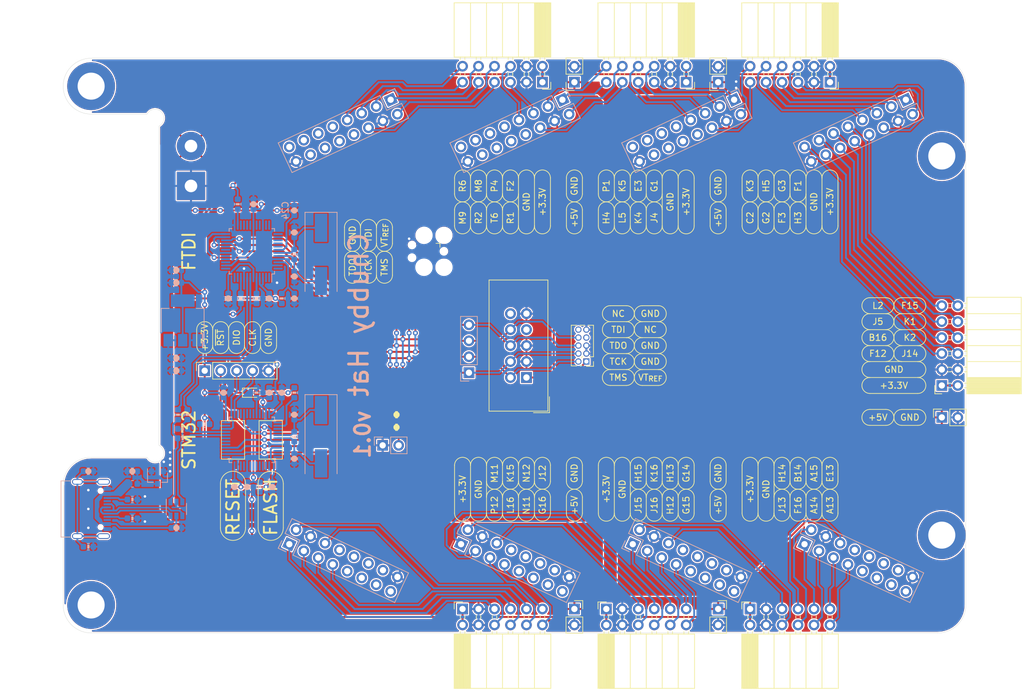
<source format=kicad_pcb>
(kicad_pcb (version 20200628) (host pcbnew "(5.99.0-2360-g1790c536e)")
  (layers (0 "F.Cu" signal) (31 "B.Cu" signal) (34 "B.Paste" user) (35 "F.Paste" user) (36 "B.SilkS" user) (37 "F.SilkS" user) (38 "B.Mask" user) (39 "F.Mask" user) (44 "Edge.Cuts" user))
  (net 0 "")
  (net 1 "GND")
  (net 2 "+5V")
  (net 3 "VDD")
  (net 4 "Net-(U1-Pad48)")
  (net 5 "VBUS")
  (net 6 "/JTAG.TDO")
  (net 7 "/FTDI/BDBUS0")
  (net 8 "/FTDI/BDBUS1")
  (net 9 "/FTDI/BDBUS2")
  (net 10 "/FTDI/BDBUS3")
  (net 11 "/JTAG.TDI")
  (net 12 "/JTAG.TMS")
  (net 13 "/JTAG.TCK")
  (net 14 "Net-(R16-Pad1)")
  (net 15 "Net-(U1-Pad2)")
  (net 16 "Net-(U1-Pad1)")
  (net 17 "Earth")
  (net 18 "Net-(J12-PadB5)")
  (net 19 "Net-(J12-PadA8)")
  (net 20 "Net-(J12-PadA5)")
  (net 21 "Net-(J12-PadB8)")
  (net 22 "Net-(J13-Pad10)")
  (net 23 "+3V3")
  (net 24 "Net-(J2-Pad15)")
  (net 25 "Net-(J2-Pad14)")
  (net 26 "Net-(J2-Pad13)")
  (net 27 "Net-(J2-Pad12)")
  (net 28 "Net-(J2-Pad11)")
  (net 29 "Net-(J2-Pad10)")
  (net 30 "Net-(J2-Pad9)")
  (net 31 "Net-(J2-Pad8)")
  (net 32 "Net-(J3-Pad15)")
  (net 33 "Net-(J3-Pad14)")
  (net 34 "Net-(J3-Pad13)")
  (net 35 "Net-(J3-Pad12)")
  (net 36 "Net-(J3-Pad11)")
  (net 37 "Net-(J3-Pad10)")
  (net 38 "Net-(J3-Pad9)")
  (net 39 "Net-(J3-Pad8)")
  (net 40 "Net-(J4-Pad15)")
  (net 41 "Net-(J4-Pad14)")
  (net 42 "Net-(J4-Pad13)")
  (net 43 "Net-(J4-Pad12)")
  (net 44 "Net-(J4-Pad11)")
  (net 45 "Net-(J4-Pad10)")
  (net 46 "Net-(J4-Pad9)")
  (net 47 "Net-(J4-Pad8)")
  (net 48 "Net-(J5-Pad15)")
  (net 49 "Net-(J5-Pad14)")
  (net 50 "Net-(J5-Pad13)")
  (net 51 "Net-(J5-Pad12)")
  (net 52 "Net-(J5-Pad11)")
  (net 53 "Net-(J5-Pad10)")
  (net 54 "Net-(J5-Pad9)")
  (net 55 "Net-(J5-Pad8)")
  (net 56 "Net-(J6-Pad15)")
  (net 57 "Net-(J6-Pad14)")
  (net 58 "Net-(J6-Pad13)")
  (net 59 "Net-(J6-Pad12)")
  (net 60 "Net-(J6-Pad11)")
  (net 61 "Net-(J6-Pad10)")
  (net 62 "Net-(J6-Pad9)")
  (net 63 "Net-(J6-Pad8)")
  (net 64 "Net-(J7-Pad15)")
  (net 65 "Net-(J7-Pad14)")
  (net 66 "Net-(J7-Pad13)")
  (net 67 "Net-(J7-Pad12)")
  (net 68 "Net-(J7-Pad11)")
  (net 69 "Net-(J7-Pad10)")
  (net 70 "Net-(J7-Pad9)")
  (net 71 "Net-(J7-Pad8)")
  (net 72 "Net-(J8-Pad15)")
  (net 73 "Net-(J8-Pad14)")
  (net 74 "Net-(J8-Pad13)")
  (net 75 "Net-(J8-Pad12)")
  (net 76 "Net-(J8-Pad11)")
  (net 77 "Net-(J8-Pad10)")
  (net 78 "Net-(J8-Pad9)")
  (net 79 "Net-(J8-Pad8)")
  (net 80 "/FTDI/BDBUS4")
  (net 81 "/FTDI/BDBUS5")
  (net 82 "/FTDI/BDBUS6")
  (net 83 "/FTDI/BDBUS7")
  (net 84 "/FTDI/BCBUS0")
  (net 85 "/FTDI/BCBUS1")
  (net 86 "Net-(U3-Pad38)")
  (net 87 "/FTDI/BCBUS2")
  (net 88 "/FTDI/BCBUS3")
  (net 89 "/FTDI/ADBUS4")
  (net 90 "/FTDI/ADBUS5")
  (net 91 "/FTDI/ADBUS6")
  (net 92 "/FTDI/ADBUS7")
  (net 93 "/FTDI/ACBUS0")
  (net 94 "/FTDI/ACBUS1")
  (net 95 "/FTDI/ACBUS2")
  (net 96 "/FTDI/ACBUS3")
  (net 97 "/Blue Pill/PA0")
  (net 98 "/Blue Pill/PA1")
  (net 99 "/Blue Pill/PA2")
  (net 100 "/Blue Pill/PA3")
  (net 101 "/Blue Pill/PA4")
  (net 102 "/Blue Pill/PA5")
  (net 103 "Net-(U3-Pad4)")
  (net 104 "Net-(U3-Pad3)")
  (net 105 "Net-(U3-Pad1)")
  (net 106 "Net-(J20-Pad10)")
  (net 107 "Net-(J20-Pad7)")
  (net 108 "/Pmod1_IO4")
  (net 109 "/Pmod1_IO8")
  (net 110 "/Pmod1_IO3")
  (net 111 "/Pmod1_IO7")
  (net 112 "/Pmod1_IO2")
  (net 113 "/Pmod1_IO6")
  (net 114 "/Pmod1_IO1")
  (net 115 "/Pmod1_IO5")
  (net 116 "/Pmod2_IO6")
  (net 117 "/Pmod2_IO4")
  (net 118 "/Pmod2_IO2")
  (net 119 "/Pmod2_IO7")
  (net 120 "/Pmod2_IO8")
  (net 121 "/Pmod2_IO3")
  (net 122 "/Pmod3_IO7")
  (net 123 "/Pmod2_IO1")
  (net 124 "/Pmod3_IO3")
  (net 125 "/Pmod3_IO8")
  (net 126 "/Pmod2_IO5")
  (net 127 "/Pmod3_IO4")
  (net 128 "/Pmod4_IO8")
  (net 129 "/Pmod3_IO2")
  (net 130 "/Pmod4_IO4")
  (net 131 "/Pmod3_IO5")
  (net 132 "/Pmod3_IO6")
  (net 133 "/Pmod3_IO1")
  (net 134 "/Pmod4_IO5")
  (net 135 "/Pmod4_IO3")
  (net 136 "/Pmod4_IO1")
  (net 137 "/Pmod4_IO6")
  (net 138 "/Pmod4_IO7")
  (net 139 "/Pmod4_IO2")
  (net 140 "/Pmod5_IO7")
  (net 141 "/Pmod5_IO2")
  (net 142 "/Pmod5_IO3")
  (net 143 "/Pmod5_IO8")
  (net 144 "/Pmod5_IO6")
  (net 145 "/Pmod5_IO4")
  (net 146 "/Pmod5_IO5")
  (net 147 "/Pmod6_IO4")
  (net 148 "/Pmod5_IO1")
  (net 149 "/Pmod6_IO7")
  (net 150 "/Pmod6_IO8")
  (net 151 "/Pmod6_IO3")
  (net 152 "/Pmod6_IO5")
  (net 153 "/Pmod7_IO4")
  (net 154 "/Pmod6_IO1")
  (net 155 "/Pmod6_IO6")
  (net 156 "/Pmod7_IO8")
  (net 157 "/Pmod6_IO2")
  (net 158 "/Pmod7_IO5")
  (net 159 "/Pmod7_IO3")
  (net 160 "/Pmod7_IO1")
  (net 161 "/Pmod7_IO6")
  (net 162 "/Pmod7_IO7")
  (net 163 "/Pmod7_IO2")
  (net 164 "Net-(J13-Pad7)")
  (net 165 "Net-(C17-Pad2)")
  (net 166 "Net-(C18-Pad2)")
  (net 167 "/Blue Pill/STM32_~RESET~")
  (net 168 "/Blue Pill/OSCIN")
  (net 169 "/Blue Pill/OSCOUT")
  (net 170 "/Blue Pill/SWCLK")
  (net 171 "/Blue Pill/SWDIO")
  (net 172 "/Blue Pill/BOOT0")
  (net 173 "Net-(C2-Pad1)")
  (net 174 "Net-(C19-Pad2)")
  (net 175 "/USB.D-")
  (net 176 "/USB.D+")
  (net 177 "/Blue Pill/PA6")
  (net 178 "/Blue Pill/PA7")
  (net 179 "/Blue Pill/PB0")
  (net 180 "/Blue Pill/PB1")
  (net 181 "/Blue Pill/PB10")
  (net 182 "/Blue Pill/PB11")
  (net 183 "/Blue Pill/PB12")
  (net 184 "/Blue Pill/PA8")
  (net 185 "Net-(D1-Pad2)")
  (net 186 "Net-(C5-Pad2)")
  (net 187 "Net-(R17-Pad1)")
  (net 188 "/Type C USB 2.0/D_N")
  (net 189 "/Type C USB 2.0/D_P")
  (net 190 "/FTDI/D_N")
  (net 191 "/FTDI/D_P")
  (net 192 "/Blue Pill/D_P")
  (net 193 "/Blue Pill/D_N")
  (net 194 "Net-(U1-Pad41)")
  (net 195 "/Blue Pill/PA9")
  (net 196 "/Blue Pill/PA10")
  (net 197 "/Blue Pill/PB3")
  (net 198 "/Blue Pill/PB5")
  (net 199 "/Blue Pill/PB6")
  (net 200 "/Blue Pill/PB7")
  (net 201 "/Blue Pill/PB8")
  (net 202 "/Blue Pill/PB9")
  (net 203 "Net-(R19-Pad2)")
  (net 204 "Net-(R20-Pad2)")
  (module "Capacitor_SMD:C_0603_1608Metric_Icon" (layer "B.Cu") (at 163.75 59.78 -90)
    (fp_text reference "C24" (at 0 1.43 90) (layer "B.SilkS") (effects (justify mirror)))
    (fp_text value "100n")
    (pad "2" smd roundrect (at 0.7875 0 270) (size 0.875 0.95) (layers "B.Cu" "B.Paste" "B.Mask") (net 2 "+5V"))
    (pad "1" smd roundrect (at -0.7875 0 270) (size 0.875 0.95) (layers "B.Cu" "B.Paste" "B.Mask") (net 1 "GND"))
  )
  (module "Button_Switch_SMD:SW_SPST_CK_RS282G05A3" (layer "F.Cu") (at 160 96.28 90)
    (fp_text reference "SW3" hide)
    (fp_text value "boot0")
    (pad "2" smd rect (at 3.9 0 90) (size 1.5 1.5) (layers "F.Cu" "F.Paste" "F.Mask") (net 172 "/Blue Pill/BOOT0"))
    (pad "1" smd rect (at -3.9 0 90) (size 1.5 1.5) (layers "F.Cu" "F.Paste" "F.Mask") (net 23 "+3V3"))
  )
  (module "Resistor_SMD:R_0603_1608Metric_Icon" (layer "B.Cu") (at 157.75 88.78 90)
    (fp_text reference "R15" hide)
    (fp_text value "10k")
    (pad "2" smd roundrect (at 0.7875 0 90) (size 0.875 0.95) (layers "B.Cu" "B.Paste" "B.Mask") (net 1 "GND"))
    (pad "1" smd roundrect (at -0.7875 0 90) (size 0.875 0.95) (layers "B.Cu" "B.Paste" "B.Mask") (net 172 "/Blue Pill/BOOT0"))
  )
  (module "Capacitor_SMD:C_0603_1608Metric_Icon" (layer "B.Cu") (at 159.75 88.78 -90)
    (fp_text reference "C23" hide)
    (fp_text value "100n")
    (pad "2" smd roundrect (at 0.7875 0 270) (size 0.875 0.95) (layers "B.Cu" "B.Paste" "B.Mask") (net 172 "/Blue Pill/BOOT0"))
    (pad "1" smd roundrect (at -0.7875 0 270) (size 0.875 0.95) (layers "B.Cu" "B.Paste" "B.Mask") (net 23 "+3V3"))
  )
  (module "Resistor_SMD:R_0603_1608Metric_Icon" (layer "B.Cu") (at 154.75 58.78 -90)
    (fp_text reference "R20" hide)
    (fp_text value "1.5k")
    (pad "2" smd roundrect (at 0.7875 0 270) (size 0.875 0.95) (layers "B.Cu" "B.Paste" "B.Mask") (net 204 "Net-(R20-Pad2)"))
    (pad "1" smd roundrect (at -0.7875 0 270) (size 0.875 0.95) (layers "B.Cu" "B.Paste" "B.Mask") (net 23 "+3V3"))
  )
  (module "Resistor_SMD:R_0603_1608Metric_Icon" (layer "B.Cu") (at 155.25 73.78 90)
    (fp_text reference "R19" hide)
    (fp_text value "1.5k")
    (pad "2" smd roundrect (at 0.7875 0 90) (size 0.875 0.95) (layers "B.Cu" "B.Paste" "B.Mask") (net 203 "Net-(R19-Pad2)"))
    (pad "1" smd roundrect (at -0.7875 0 90) (size 0.875 0.95) (layers "B.Cu" "B.Paste" "B.Mask") (net 23 "+3V3"))
  )
  (module "Capacitor_SMD:C_0603_1608Metric_Icon" (layer "F.Cu") (at 180 94.28)
    (fp_text reference "C22" hide)
    (fp_text value "100n")
    (pad "2" smd roundrect (at 0.7875 0) (size 0.875 0.95) (layers "F.Cu" "F.Paste" "F.Mask") (net 3 "VDD"))
    (pad "1" smd roundrect (at -0.7875 0) (size 0.875 0.95) (layers "F.Cu" "F.Paste" "F.Mask") (net 1 "GND"))
  )
  (module "Capacitor_SMD:C_0603_1608Metric_Icon" (layer "F.Cu") (at 180 92.28)
    (fp_text reference "C21" hide)
    (fp_text value "1u")
    (pad "2" smd roundrect (at 0.7875 0) (size 0.875 0.95) (layers "F.Cu" "F.Paste" "F.Mask") (net 3 "VDD"))
    (pad "1" smd roundrect (at -0.7875 0) (size 0.875 0.95) (layers "F.Cu" "F.Paste" "F.Mask") (net 1 "GND"))
  )
  (module "Package_TO_SOT_SMD:SOT-223-3_TabPin2" (layer "B.Cu") (at 146 77.28 90)
    (fp_text reference "U4" hide)
    (fp_text value "AMS1117-3.3")
    (pad "1" smd rect (at -3.15 2.3 90) (size 2 1.5) (layers "B.Cu" "B.Paste" "B.Mask") (net 1 "GND"))
    (pad "3" smd rect (at -3.15 -2.3 90) (size 2 1.5) (layers "B.Cu" "B.Paste" "B.Mask") (net 2 "+5V"))
    (pad "2" smd rect (at -3.15 0 90) (size 2 1.5) (layers "B.Cu" "B.Paste" "B.Mask") (net 23 "+3V3"))
    (pad "2" smd rect (at 3.15 0 90) (size 2 3.8) (layers "B.Cu" "B.Paste" "B.Mask") (net 23 "+3V3"))
  )
  (module "Connector_PinSocket_2.54mm:PinSocket_1x02_P2.54mm_Vertical" (layer "F.Cu") (at 266.7 92.71 90)
    (fp_text reference "J19" hide)
    (fp_text value "5V")
    (pad "2" thru_hole oval (at 0 2.54 90) (size 1.7 1.7) (drill 1) (layers *.Cu *.Mask) (net 1 "GND"))
    (pad "1" thru_hole rect (at 0 0 90) (size 1.7 1.7) (drill 1) (layers *.Cu *.Mask) (net 2 "+5V"))
  )
  (module "Connector_PinSocket_2.54mm:PinSocket_1x02_P2.54mm_Vertical" (layer "F.Cu") (at 231.14 123.19)
    (fp_text reference "J18" hide)
    (fp_text value "5V")
    (pad "2" thru_hole oval (at 0 2.54) (size 1.7 1.7) (drill 1) (layers *.Cu *.Mask) (net 1 "GND"))
    (pad "1" thru_hole rect (at 0 0) (size 1.7 1.7) (drill 1) (layers *.Cu *.Mask) (net 2 "+5V"))
  )
  (module "Connector_PinSocket_2.54mm:PinSocket_1x02_P2.54mm_Vertical" (layer "F.Cu") (at 208.28 123.19)
    (fp_text reference "J17" hide)
    (fp_text value "5V")
    (pad "2" thru_hole oval (at 0 2.54) (size 1.7 1.7) (drill 1) (layers *.Cu *.Mask) (net 1 "GND"))
    (pad "1" thru_hole rect (at 0 0) (size 1.7 1.7) (drill 1) (layers *.Cu *.Mask) (net 2 "+5V"))
  )
  (module "Connector_PinSocket_2.54mm:PinSocket_1x02_P2.54mm_Vertical" (layer "F.Cu") (at 208.28 39.37 180)
    (fp_text reference "J16" hide)
    (fp_text value "5V")
    (pad "2" thru_hole oval (at 0 2.54 180) (size 1.7 1.7) (drill 1) (layers *.Cu *.Mask) (net 1 "GND"))
    (pad "1" thru_hole rect (at 0 0 180) (size 1.7 1.7) (drill 1) (layers *.Cu *.Mask) (net 2 "+5V"))
  )
  (module "Button_Switch_SMD:SW_SPST_CK_RS282G05A3" (layer "F.Cu") (at 154 96.28 90)
    (fp_text reference "SW2" hide)
    (fp_text value "reset")
    (pad "2" smd rect (at 3.9 0 90) (size 1.5 1.5) (layers "F.Cu" "F.Paste" "F.Mask") (net 167 "/Blue Pill/STM32_~RESET~"))
    (pad "1" smd rect (at -3.9 0 90) (size 1.5 1.5) (layers "F.Cu" "F.Paste" "F.Mask") (net 1 "GND"))
  )
  (module "Connector_PinSocket_2.54mm:PinSocket_1x02_P2.54mm_Vertical" (layer "F.Cu") (at 231.14 39.37 180)
    (fp_text reference "J15" hide)
    (fp_text value "5V")
    (pad "2" thru_hole oval (at 0 2.54 180) (size 1.7 1.7) (drill 1) (layers *.Cu *.Mask) (net 1 "GND"))
    (pad "1" thru_hole rect (at 0 0 180) (size 1.7 1.7) (drill 1) (layers *.Cu *.Mask) (net 2 "+5V"))
  )
  (module "Package_QFP:LQFP-48_7x7mm_P0.5mm" (layer "B.Cu") (at 157 96.28 180)
    (fp_text reference "U3" hide)
    (fp_text value "STM32F103C8Tx")
    (pad "1" smd roundrect (at -4.1625 2.75 180) (size 1.475 0.3) (layers "B.Cu" "B.Paste" "B.Mask") (net 105 "Net-(U3-Pad1)"))
    (pad "2" smd roundrect (at -4.1625 2.25 180) (size 1.475 0.3) (layers "B.Cu" "B.Paste" "B.Mask") (net 187 "Net-(R17-Pad1)"))
    (pad "3" smd roundrect (at -4.1625 1.75 180) (size 1.475 0.3) (layers "B.Cu" "B.Paste" "B.Mask") (net 104 "Net-(U3-Pad3)"))
    (pad "4" smd roundrect (at -4.1625 1.25 180) (size 1.475 0.3) (layers "B.Cu" "B.Paste" "B.Mask") (net 103 "Net-(U3-Pad4)"))
    (pad "5" smd roundrect (at -4.1625 0.75 180) (size 1.475 0.3) (layers "B.Cu" "B.Paste" "B.Mask") (net 168 "/Blue Pill/OSCIN"))
    (pad "6" smd roundrect (at -4.1625 0.25 180) (size 1.475 0.3) (layers "B.Cu" "B.Paste" "B.Mask") (net 169 "/Blue Pill/OSCOUT"))
    (pad "7" smd roundrect (at -4.1625 -0.25 180) (size 1.475 0.3) (layers "B.Cu" "B.Paste" "B.Mask") (net 167 "/Blue Pill/STM32_~RESET~"))
    (pad "8" smd roundrect (at -4.1625 -0.75 180) (size 1.475 0.3) (layers "B.Cu" "B.Paste" "B.Mask") (net 1 "GND"))
    (pad "9" smd roundrect (at -4.1625 -1.25 180) (size 1.475 0.3) (layers "B.Cu" "B.Paste" "B.Mask") (net 23 "+3V3"))
    (pad "10" smd roundrect (at -4.1625 -1.75 180) (size 1.475 0.3) (layers "B.Cu" "B.Paste" "B.Mask") (net 97 "/Blue Pill/PA0"))
    (pad "11" smd roundrect (at -4.1625 -2.25 180) (size 1.475 0.3) (layers "B.Cu" "B.Paste" "B.Mask") (net 98 "/Blue Pill/PA1"))
    (pad "12" smd roundrect (at -4.1625 -2.75 180) (size 1.475 0.3) (layers "B.Cu" "B.Paste" "B.Mask") (net 99 "/Blue Pill/PA2"))
    (pad "13" smd roundrect (at -2.75 -4.1625 180) (size 0.3 1.475) (layers "B.Cu" "B.Paste" "B.Mask") (net 100 "/Blue Pill/PA3"))
    (pad "14" smd roundrect (at -2.25 -4.1625 180) (size 0.3 1.475) (layers "B.Cu" "B.Paste" "B.Mask") (net 101 "/Blue Pill/PA4"))
    (pad "15" smd roundrect (at -1.75 -4.1625 180) (size 0.3 1.475) (layers "B.Cu" "B.Paste" "B.Mask") (net 102 "/Blue Pill/PA5"))
    (pad "16" smd roundrect (at -1.25 -4.1625 180) (size 0.3 1.475) (layers "B.Cu" "B.Paste" "B.Mask") (net 177 "/Blue Pill/PA6"))
    (pad "17" smd roundrect (at -0.75 -4.1625 180) (size 0.3 1.475) (layers "B.Cu" "B.Paste" "B.Mask") (net 178 "/Blue Pill/PA7"))
    (pad "18" smd roundrect (at -0.25 -4.1625 180) (size 0.3 1.475) (layers "B.Cu" "B.Paste" "B.Mask") (net 179 "/Blue Pill/PB0"))
    (pad "19" smd roundrect (at 0.25 -4.1625 180) (size 0.3 1.475) (layers "B.Cu" "B.Paste" "B.Mask") (net 180 "/Blue Pill/PB1"))
    (pad "20" smd roundrect (at 0.75 -4.1625 180) (size 0.3 1.475) (layers "B.Cu" "B.Paste" "B.Mask") (net 1 "GND"))
    (pad "21" smd roundrect (at 1.25 -4.1625 180) (size 0.3 1.475) (layers "B.Cu" "B.Paste" "B.Mask") (net 181 "/Blue Pill/PB10"))
    (pad "22" smd roundrect (at 1.75 -4.1625 180) (size 0.3 1.475) (layers "B.Cu" "B.Paste" "B.Mask") (net 182 "/Blue Pill/PB11"))
    (pad "23" smd roundrect (at 2.25 -4.1625 180) (size 0.3 1.475) (layers "B.Cu" "B.Paste" "B.Mask") (net 1 "GND"))
    (pad "24" smd roundrect (at 2.75 -4.1625 180) (size 0.3 1.475) (layers "B.Cu" "B.Paste" "B.Mask") (net 23 "+3V3"))
    (pad "25" smd roundrect (at 4.1625 -2.75 180) (size 1.475 0.3) (layers "B.Cu" "B.Paste" "B.Mask") (net 183 "/Blue Pill/PB12"))
    (pad "26" smd roundrect (at 4.1625 -2.25 180) (size 1.475 0.3) (layers "B.Cu" "B.Paste" "B.Mask") (net 13 "/JTAG.TCK"))
    (pad "27" smd roundrect (at 4.1625 -1.75 180) (size 1.475 0.3) (layers "B.Cu" "B.Paste" "B.Mask") (net 6 "/JTAG.TDO"))
    (pad "28" smd roundrect (at 4.1625 -1.25 180) (size 1.475 0.3) (layers "B.Cu" "B.Paste" "B.Mask") (net 11 "/JTAG.TDI"))
    (pad "29" smd roundrect (at 4.1625 -0.75 180) (size 1.475 0.3) (layers "B.Cu" "B.Paste" "B.Mask") (net 184 "/Blue Pill/PA8"))
    (pad "30" smd roundrect (at 4.1625 -0.25 180) (size 1.475 0.3) (layers "B.Cu" "B.Paste" "B.Mask") (net 195 "/Blue Pill/PA9"))
    (pad "31" smd roundrect (at 4.1625 0.25 180) (size 1.475 0.3) (layers "B.Cu" "B.Paste" "B.Mask") (net 196 "/Blue Pill/PA10"))
    (pad "32" smd roundrect (at 4.1625 0.75 180) (size 1.475 0.3) (layers "B.Cu" "B.Paste" "B.Mask") (net 193 "/Blue Pill/D_N"))
    (pad "33" smd roundrect (at 4.1625 1.25 180) (size 1.475 0.3) (layers "B.Cu" "B.Paste" "B.Mask") (net 192 "/Blue Pill/D_P"))
    (pad "34" smd roundrect (at 4.1625 1.75 180) (size 1.475 0.3) (layers "B.Cu" "B.Paste" "B.Mask") (net 171 "/Blue Pill/SWDIO"))
    (pad "35" smd roundrect (at 4.1625 2.25 180) (size 1.475 0.3) (layers "B.Cu" "B.Paste" "B.Mask") (net 1 "GND"))
    (pad "36" smd roundrect (at 4.1625 2.75 180) (size 1.475 0.3) (layers "B.Cu" "B.Paste" "B.Mask") (net 23 "+3V3"))
    (pad "37" smd roundrect (at 2.75 4.1625 180) (size 0.3 1.475) (layers "B.Cu" "B.Paste" "B.Mask") (net 170 "/Blue Pill/SWCLK"))
    (pad "38" smd roundrect (at 2.25 4.1625 180) (size 0.3 1.475) (layers "B.Cu" "B.Paste" "B.Mask") (net 86 "Net-(U3-Pad38)"))
    (pad "39" smd roundrect (at 1.75 4.1625 180) (size 0.3 1.475) (layers "B.Cu" "B.Paste" "B.Mask") (net 197 "/Blue Pill/PB3"))
    (pad "40" smd roundrect (at 1.25 4.1625 180) (size 0.3 1.475) (layers "B.Cu" "B.Paste" "B.Mask") (net 12 "/JTAG.TMS"))
    (pad "41" smd roundrect (at 0.75 4.1625 180) (size 0.3 1.475) (layers "B.Cu" "B.Paste" "B.Mask") (net 198 "/Blue Pill/PB5"))
    (pad "42" smd roundrect (at 0.25 4.1625 180) (size 0.3 1.475) (layers "B.Cu" "B.Paste" "B.Mask") (net 199 "/Blue Pill/PB6"))
    (pad "43" smd roundrect (at -0.25 4.1625 180) (size 0.3 1.475) (layers "B.Cu" "B.Paste" "B.Mask") (net 200 "/Blue Pill/PB7"))
    (pad "44" smd roundrect (at -0.75 4.1625 180) (size 0.3 1.475) (layers "B.Cu" "B.Paste" "B.Mask") (net 172 "/Blue Pill/BOOT0"))
    (pad "45" smd roundrect (at -1.25 4.1625 180) (size 0.3 1.475) (layers "B.Cu" "B.Paste" "B.Mask") (net 201 "/Blue Pill/PB8"))
    (pad "46" smd roundrect (at -1.75 4.1625 180) (size 0.3 1.475) (layers "B.Cu" "B.Paste" "B.Mask") (net 202 "/Blue Pill/PB9"))
    (pad "47" smd roundrect (at -2.25 4.1625 180) (size 0.3 1.475) (layers "B.Cu" "B.Paste" "B.Mask") (net 1 "GND"))
    (pad "48" smd roundrect (at -2.75 4.1625 180) (size 0.3 1.475) (layers "B.Cu" "B.Paste" "B.Mask") (net 23 "+3V3"))
  )
  (module "Capacitor_SMD:C_0603_1608Metric_Icon" (layer "B.Cu") (at 159.75 73.78 90)
    (fp_text reference "C20" hide)
    (fp_text value "100n")
    (pad "2" smd roundrect (at 0.7875 0 90) (size 0.875 0.95) (layers "B.Cu" "B.Paste" "B.Mask") (net 2 "+5V"))
    (pad "1" smd roundrect (at -0.7875 0 90) (size 0.875 0.95) (layers "B.Cu" "B.Paste" "B.Mask") (net 1 "GND"))
  )
  (module "Inductor_SMD:L_0603_1608Metric" (layer "B.Cu") (at 138 103.28 180)
    (fp_text reference "FB1" hide)
    (fp_text value "600Ω@100MHz")
    (pad "2" smd roundrect (at 0.7875 0 180) (size 0.875 0.95) (layers "B.Cu" "B.Paste" "B.Mask") (net 5 "VBUS"))
    (pad "1" smd roundrect (at -0.7875 0 180) (size 0.875 0.95) (layers "B.Cu" "B.Paste" "B.Mask") (net 186 "Net-(C5-Pad2)"))
  )
  (module "LED_SMD:LED_0603_1608Metric" (layer "F.Cu") (at 157 88.78)
    (fp_text reference "D1" hide)
    (fp_text value "pink")
    (pad "1" smd roundrect (at -0.7875 0) (size 0.875 0.95) (layers "F.Cu" "F.Paste" "F.Mask") (net 23 "+3V3"))
    (pad "2" smd roundrect (at 0.7875 0) (size 0.875 0.95) (layers "F.Cu" "F.Paste" "F.Mask") (net 185 "Net-(D1-Pad2)"))
  )
  (module "Resistor_SMD:R_0603_1608Metric_Icon" (layer "B.Cu") (at 161.75 73.78 -90)
    (fp_text reference "R18" hide)
    (fp_text value "470")
    (pad "2" smd roundrect (at 0.7875 0 270) (size 0.875 0.95) (layers "B.Cu" "B.Paste" "B.Mask") (net 2 "+5V"))
    (pad "1" smd roundrect (at -0.7875 0 270) (size 0.875 0.95) (layers "B.Cu" "B.Paste" "B.Mask") (net 174 "Net-(C19-Pad2)"))
  )
  (module "Resistor_SMD:R_0603_1608Metric_Icon" (layer "B.Cu") (at 163.75 88.78 90)
    (fp_text reference "R17" hide)
    (fp_text value "10k")
    (pad "1" smd roundrect (at -0.7875 0 90) (size 0.875 0.95) (layers "B.Cu" "B.Paste" "B.Mask") (net 187 "Net-(R17-Pad1)"))
    (pad "2" smd roundrect (at 0.7875 0 90) (size 0.875 0.95) (layers "B.Cu" "B.Paste" "B.Mask") (net 185 "Net-(D1-Pad2)"))
  )
  (module "Capacitor_SMD:C_0603_1608Metric_Icon" (layer "B.Cu") (at 163.75 73.78 90)
    (fp_text reference "C19" hide)
    (fp_text value "100n")
    (pad "2" smd roundrect (at 0.7875 0 90) (size 0.875 0.95) (layers "B.Cu" "B.Paste" "B.Mask") (net 174 "Net-(C19-Pad2)"))
    (pad "1" smd roundrect (at -0.7875 0 90) (size 0.875 0.95) (layers "B.Cu" "B.Paste" "B.Mask") (net 1 "GND"))
  )
  (module "Connector_PinSocket_2.54mm:PinSocket_1x05_P2.54mm_Vertical" (layer "F.Cu") (at 149.5 85.28 90)
    (fp_text reference "J14" hide)
    (fp_text value "SWD")
    (pad "5" thru_hole oval (at 0 10.16 90) (size 1.7 1.7) (drill 1) (layers *.Cu *.Mask) (net 1 "GND"))
    (pad "4" thru_hole oval (at 0 7.62 90) (size 1.7 1.7) (drill 1) (layers *.Cu *.Mask) (net 170 "/Blue Pill/SWCLK"))
    (pad "3" thru_hole oval (at 0 5.08 90) (size 1.7 1.7) (drill 1) (layers *.Cu *.Mask) (net 171 "/Blue Pill/SWDIO"))
    (pad "2" thru_hole oval (at 0 2.54 90) (size 1.7 1.7) (drill 1) (layers *.Cu *.Mask) (net 167 "/Blue Pill/STM32_~RESET~"))
    (pad "1" thru_hole rect (at 0 0 90) (size 1.7 1.7) (drill 1) (layers *.Cu *.Mask) (net 23 "+3V3"))
  )
  (module "Resistor_SMD:R_0603_1608Metric_Icon" (layer "B.Cu") (at 158.25 103.78 -90)
    (fp_text reference "R13" hide)
    (fp_text value "10k")
    (pad "2" smd roundrect (at 0.7875 0 270) (size 0.875 0.95) (layers "B.Cu" "B.Paste" "B.Mask") (net 23 "+3V3"))
    (pad "1" smd roundrect (at -0.7875 0 270) (size 0.875 0.95) (layers "B.Cu" "B.Paste" "B.Mask") (net 167 "/Blue Pill/STM32_~RESET~"))
  )
  (module "Crystal:Crystal_SMD_HC49-SD" (layer "B.Cu") (at 168 95.78 -90)
    (fp_text reference "Y2" hide)
    (fp_text value "8MHz")
    (pad "2" smd rect (at 4.25 0 270) (size 4.5 2) (layers "B.Cu" "B.Paste" "B.Mask") (net 169 "/Blue Pill/OSCOUT"))
    (pad "1" smd rect (at -4.25 0 270) (size 4.5 2) (layers "B.Cu" "B.Paste" "B.Mask") (net 168 "/Blue Pill/OSCIN"))
  )
  (module "Crystal:Crystal_SMD_HC49-SD" (layer "B.Cu") (at 168 66.78 -90)
    (fp_text reference "Y1" hide)
    (fp_text value "6MHz")
    (pad "2" smd rect (at 4.25 0 270) (size 4.5 2) (layers "B.Cu" "B.Paste" "B.Mask") (net 166 "Net-(C18-Pad2)"))
    (pad "1" smd rect (at -4.25 0 270) (size 4.5 2) (layers "B.Cu" "B.Paste" "B.Mask") (net 165 "Net-(C17-Pad2)"))
  )
  (module "Capacitor_SMD:C_0603_1608Metric_Icon" (layer "B.Cu") (at 163.75 70.28 90)
    (fp_text reference "C18" hide)
    (fp_text value "36p")
    (pad "2" smd roundrect (at 0.7875 0 90) (size 0.875 0.95) (layers "B.Cu" "B.Paste" "B.Mask") (net 166 "Net-(C18-Pad2)"))
    (pad "1" smd roundrect (at -0.7875 0 90) (size 0.875 0.95) (layers "B.Cu" "B.Paste" "B.Mask") (net 1 "GND"))
  )
  (module "Capacitor_SMD:C_0603_1608Metric_Icon" (layer "B.Cu") (at 163.75 63.28 -90)
    (fp_text reference "C17" hide)
    (fp_text value "36p")
    (pad "2" smd roundrect (at 0.7875 0 270) (size 0.875 0.95) (layers "B.Cu" "B.Paste" "B.Mask") (net 165 "Net-(C17-Pad2)"))
    (pad "1" smd roundrect (at -0.7875 0 270) (size 0.875 0.95) (layers "B.Cu" "B.Paste" "B.Mask") (net 1 "GND"))
  )
  (module "Capacitor_SMD:C_0603_1608Metric_Icon" (layer "B.Cu") (at 163.75 99.28 90)
    (fp_text reference "C16" hide)
    (fp_text value "36p")
    (pad "2" smd roundrect (at 0.7875 0 90) (size 0.875 0.95) (layers "B.Cu" "B.Paste" "B.Mask") (net 169 "/Blue Pill/OSCOUT"))
    (pad "1" smd roundrect (at -0.7875 0 90) (size 0.875 0.95) (layers "B.Cu" "B.Paste" "B.Mask") (net 1 "GND"))
  )
  (module "Capacitor_SMD:C_0603_1608Metric_Icon" (layer "B.Cu") (at 163.75 92.28 -90)
    (fp_text reference "C15" hide)
    (fp_text value "36p")
    (pad "2" smd roundrect (at 0.7875 0 270) (size 0.875 0.95) (layers "B.Cu" "B.Paste" "B.Mask") (net 168 "/Blue Pill/OSCIN"))
    (pad "1" smd roundrect (at -0.7875 0 270) (size 0.875 0.95) (layers "B.Cu" "B.Paste" "B.Mask") (net 1 "GND"))
  )
  (module "Resistor_SMD:R_0603_1608Metric_Icon" (layer "B.Cu") (at 157.75 73.78 -90)
    (fp_text reference "R16" hide)
    (fp_text value "1.5k")
    (pad "2" smd roundrect (at 0.7875 0 270) (size 0.875 0.95) (layers "B.Cu" "B.Paste" "B.Mask") (net 191 "/FTDI/D_P"))
    (pad "1" smd roundrect (at -0.7875 0 270) (size 0.875 0.95) (layers "B.Cu" "B.Paste" "B.Mask") (net 14 "Net-(R16-Pad1)"))
  )
  (module "Capacitor_SMD:C_0603_1608Metric_Icon" (layer "B.Cu") (at 156.25 103.78 90)
    (fp_text reference "C14" hide)
    (fp_text value "100n")
    (pad "2" smd roundrect (at 0.7875 0 90) (size 0.875 0.95) (layers "B.Cu" "B.Paste" "B.Mask") (net 167 "/Blue Pill/STM32_~RESET~"))
    (pad "1" smd roundrect (at -0.7875 0 90) (size 0.875 0.95) (layers "B.Cu" "B.Paste" "B.Mask") (net 1 "GND"))
  )
  (module "Resistor_SMD:R_0603_1608Metric_Icon" (layer "B.Cu") (at 149.5 93.78)
    (fp_text reference "R12" hide)
    (fp_text value "1.5k")
    (pad "2" smd roundrect (at 0.7875 0) (size 0.875 0.95) (layers "B.Cu" "B.Paste" "B.Mask") (net 23 "+3V3"))
    (pad "1" smd roundrect (at -0.7875 0) (size 0.875 0.95) (layers "B.Cu" "B.Paste" "B.Mask") (net 192 "/Blue Pill/D_P"))
  )
  (module "Package_TO_SOT_SMD:SOT-23" (layer "B.Cu") (at 142 102.28 -90)
    (fp_text reference "Q1" hide)
    (fp_text value "AO3401A")
    (pad "3" smd rect (at 1 0 270) (size 0.9 0.8) (layers "B.Cu" "B.Paste" "B.Mask") (net 186 "Net-(C5-Pad2)"))
    (pad "2" smd rect (at -1 -0.95 270) (size 0.9 0.8) (layers "B.Cu" "B.Paste" "B.Mask") (net 2 "+5V"))
    (pad "1" smd rect (at -1 0.95 270) (size 0.9 0.8) (layers "B.Cu" "B.Paste" "B.Mask") (net 1 "GND"))
  )
  (module "Capacitor_SMD:C_0603_1608Metric_Icon" (layer "B.Cu") (at 160.25 103.78 90)
    (fp_text reference "C13" hide)
    (fp_text value "100n")
    (pad "2" smd roundrect (at 0.7875 0 90) (size 0.875 0.95) (layers "B.Cu" "B.Paste" "B.Mask") (net 23 "+3V3"))
    (pad "1" smd roundrect (at -0.7875 0 90) (size 0.875 0.95) (layers "B.Cu" "B.Paste" "B.Mask") (net 1 "GND"))
  )
  (module "Capacitor_SMD:C_0603_1608Metric_Icon" (layer "B.Cu") (at 161.75 88.78 -90)
    (fp_text reference "C12" hide)
    (fp_text value "100n")
    (pad "2" smd roundrect (at 0.7875 0 270) (size 0.875 0.95) (layers "B.Cu" "B.Paste" "B.Mask") (net 23 "+3V3"))
    (pad "1" smd roundrect (at -0.7875 0 270) (size 0.875 0.95) (layers "B.Cu" "B.Paste" "B.Mask") (net 1 "GND"))
  )
  (module "Capacitor_SMD:C_0603_1608Metric_Icon" (layer "B.Cu") (at 152.5 88.78 -90)
    (fp_text reference "C11" hide)
    (fp_text value "100n")
    (pad "2" smd roundrect (at 0.7875 0 270) (size 0.875 0.95) (layers "B.Cu" "B.Paste" "B.Mask") (net 23 "+3V3"))
    (pad "1" smd roundrect (at -0.7875 0 270) (size 0.875 0.95) (layers "B.Cu" "B.Paste" "B.Mask") (net 1 "GND"))
  )
  (module "Capacitor_SMD:C_0603_1608Metric_Icon" (layer "B.Cu") (at 154.25 103.78 90)
    (fp_text reference "C10" hide)
    (fp_text value "100n")
    (pad "2" smd roundrect (at 0.7875 0 90) (size 0.875 0.95) (layers "B.Cu" "B.Paste" "B.Mask") (net 23 "+3V3"))
    (pad "1" smd roundrect (at -0.7875 0 90) (size 0.875 0.95) (layers "B.Cu" "B.Paste" "B.Mask") (net 1 "GND"))
  )
  (module "Capacitor_SMD:C_0603_1608Metric_Icon" (layer "B.Cu") (at 145 71.28)
    (fp_text reference "C9" hide)
    (fp_text value "100n")
    (pad "2" smd roundrect (at 0.7875 0) (size 0.875 0.95) (layers "B.Cu" "B.Paste" "B.Mask") (net 23 "+3V3"))
    (pad "1" smd roundrect (at -0.7875 0) (size 0.875 0.95) (layers "B.Cu" "B.Paste" "B.Mask") (net 1 "GND"))
  )
  (module "Capacitor_SMD:C_0603_1608Metric_Icon" (layer "B.Cu") (at 145 69.28)
    (fp_text reference "C8" hide)
    (fp_text value "1u")
    (pad "2" smd roundrect (at 0.7875 0) (size 0.875 0.95) (layers "B.Cu" "B.Paste" "B.Mask") (net 23 "+3V3"))
    (pad "1" smd roundrect (at -0.7875 0) (size 0.875 0.95) (layers "B.Cu" "B.Paste" "B.Mask") (net 1 "GND"))
  )
  (module "Capacitor_SMD:C_0603_1608Metric_Icon" (layer "B.Cu") (at 145 85.28 180)
    (fp_text reference "C7" hide)
    (fp_text value "1u")
    (pad "2" smd roundrect (at 0.7875 0 180) (size 0.875 0.95) (layers "B.Cu" "B.Paste" "B.Mask") (net 2 "+5V"))
    (pad "1" smd roundrect (at -0.7875 0 180) (size 0.875 0.95) (layers "B.Cu" "B.Paste" "B.Mask") (net 1 "GND"))
  )
  (module "Capacitor_SMD:C_0603_1608Metric_Icon" (layer "B.Cu") (at 145 83.28 180)
    (fp_text reference "C6" hide)
    (fp_text value "100n")
    (pad "2" smd roundrect (at 0.7875 0 180) (size 0.875 0.95) (layers "B.Cu" "B.Paste" "B.Mask") (net 2 "+5V"))
    (pad "1" smd roundrect (at -0.7875 0 180) (size 0.875 0.95) (layers "B.Cu" "B.Paste" "B.Mask") (net 1 "GND"))
  )
  (module "Capacitor_SMD:C_0603_1608Metric_Icon" (layer "B.Cu") (at 138 101.28)
    (fp_text reference "C5" hide)
    (fp_text value "1u")
    (pad "2" smd roundrect (at 0.7875 0) (size 0.875 0.95) (layers "B.Cu" "B.Paste" "B.Mask") (net 186 "Net-(C5-Pad2)"))
    (pad "1" smd roundrect (at -0.7875 0) (size 0.875 0.95) (layers "B.Cu" "B.Paste" "B.Mask") (net 1 "GND"))
  )
  (module "Resistor_SMD:R_0603_1608Metric_Icon" (layer "B.Cu") (at 138 105.78 180)
    (fp_text reference "R11" hide)
    (fp_text value "5.1k")
    (pad "2" smd roundrect (at 0.7875 0 180) (size 0.875 0.95) (layers "B.Cu" "B.Paste" "B.Mask") (net 18 "Net-(J12-PadB5)"))
    (pad "1" smd roundrect (at -0.7875 0 180) (size 0.875 0.95) (layers "B.Cu" "B.Paste" "B.Mask") (net 1 "GND"))
  )
  (module "Resistor_SMD:R_0603_1608Metric_Icon" (layer "B.Cu") (at 138 108.78 180)
    (fp_text reference "R10" hide)
    (fp_text value "5.1k")
    (pad "2" smd roundrect (at 0.7875 0 180) (size 0.875 0.95) (layers "B.Cu" "B.Paste" "B.Mask") (net 20 "Net-(J12-PadA5)"))
    (pad "1" smd roundrect (at -0.7875 0 180) (size 0.875 0.95) (layers "B.Cu" "B.Paste" "B.Mask") (net 1 "GND"))
  )
  (module "Connector_IDC:IDC-Header_2x05_P2.54mm_Vertical" (layer "F.Cu") (at 200.66 86.36 180)
    (fp_text reference "J13" hide)
    (fp_text value "Conn_ARM_JTAG_SWD_10")
    (pad "10" thru_hole oval (at 2.54 10.16 180) (size 1.7272 1.7272) (drill 1.016) (layers *.Cu *.Mask) (net 22 "Net-(J13-Pad10)"))
    (pad "9" thru_hole oval (at 0 10.16 180) (size 1.7272 1.7272) (drill 1.016) (layers *.Cu *.Mask) (net 1 "GND"))
    (pad "8" thru_hole oval (at 2.54 7.62 180) (size 1.7272 1.7272) (drill 1.016) (layers *.Cu *.Mask) (net 11 "/JTAG.TDI"))
    (pad "7" thru_hole oval (at 0 7.62 180) (size 1.7272 1.7272) (drill 1.016) (layers *.Cu *.Mask) (net 164 "Net-(J13-Pad7)"))
    (pad "6" thru_hole oval (at 2.54 5.08 180) (size 1.7272 1.7272) (drill 1.016) (layers *.Cu *.Mask) (net 6 "/JTAG.TDO"))
    (pad "5" thru_hole oval (at 0 5.08 180) (size 1.7272 1.7272) (drill 1.016) (layers *.Cu *.Mask) (net 1 "GND"))
    (pad "4" thru_hole oval (at 2.54 2.54 180) (size 1.7272 1.7272) (drill 1.016) (layers *.Cu *.Mask) (net 13 "/JTAG.TCK"))
    (pad "3" thru_hole oval (at 0 2.54 180) (size 1.7272 1.7272) (drill 1.016) (layers *.Cu *.Mask) (net 1 "GND"))
    (pad "2" thru_hole oval (at 2.54 0 180) (size 1.7272 1.7272) (drill 1.016) (layers *.Cu *.Mask) (net 12 "/JTAG.TMS"))
    (pad "1" thru_hole rect (at 0 0 180) (size 1.7272 1.7272) (drill 1.016) (layers *.Cu *.Mask) (net 3 "VDD"))
  )
  (module "Resistor_SMD:R_0603_1608Metric_Icon" (layer "B.Cu") (at 131 113.28 180)
    (fp_text reference "R9" hide)
    (fp_text value "1M")
    (pad "2" smd roundrect (at 0.7875 0 180) (size 0.875 0.95) (layers "B.Cu" "B.Paste" "B.Mask") (net 17 "Earth"))
    (pad "1" smd roundrect (at -0.7875 0 180) (size 0.875 0.95) (layers "B.Cu" "B.Paste" "B.Mask") (net 1 "GND"))
  )
  (module "Capacitor_SMD:C_0603_1608Metric_Icon" (layer "B.Cu") (at 145 110.28 180)
    (fp_text reference "C4" hide)
    (fp_text value "100n")
    (pad "2" smd roundrect (at 0.7875 0 180) (size 0.875 0.95) (layers "B.Cu" "B.Paste" "B.Mask") (net 5 "VBUS"))
    (pad "1" smd roundrect (at -0.7875 0 180) (size 0.875 0.95) (layers "B.Cu" "B.Paste" "B.Mask") (net 1 "GND"))
  )
  (module "Capacitor_SMD:C_0603_1608Metric_Icon" (layer "B.Cu") (at 131 101.28)
    (fp_text reference "C3" hide)
    (fp_text value "100n")
    (pad "2" smd roundrect (at 0.7875 0) (size 0.875 0.95) (layers "B.Cu" "B.Paste" "B.Mask") (net 1 "GND"))
    (pad "1" smd roundrect (at -0.7875 0) (size 0.875 0.95) (layers "B.Cu" "B.Paste" "B.Mask") (net 17 "Earth"))
  )
  (module "Connector_PinSocket_2.54mm:PinSocket_2x06_P2.54mm_Horizontal" (layer "F.Cu") (at 236.22 123.19 90)
    (fp_text reference "Pmod7" hide)
    (fp_text value "Pmod_02x06_Host")
    (pad "12" thru_hole oval (at -2.54 12.7 90) (size 1.7 1.7) (drill 1) (layers *.Cu *.Mask) (net 158 "/Pmod7_IO5"))
    (pad "11" thru_hole oval (at 0 12.7 90) (size 1.7 1.7) (drill 1) (layers *.Cu *.Mask) (net 160 "/Pmod7_IO1"))
    (pad "10" thru_hole oval (at -2.54 10.16 90) (size 1.7 1.7) (drill 1) (layers *.Cu *.Mask) (net 161 "/Pmod7_IO6"))
    (pad "9" thru_hole oval (at 0 10.16 90) (size 1.7 1.7) (drill 1) (layers *.Cu *.Mask) (net 163 "/Pmod7_IO2"))
    (pad "8" thru_hole oval (at -2.54 7.62 90) (size 1.7 1.7) (drill 1) (layers *.Cu *.Mask) (net 162 "/Pmod7_IO7"))
    (pad "7" thru_hole oval (at 0 7.62 90) (size 1.7 1.7) (drill 1) (layers *.Cu *.Mask) (net 159 "/Pmod7_IO3"))
    (pad "6" thru_hole oval (at -2.54 5.08 90) (size 1.7 1.7) (drill 1) (layers *.Cu *.Mask) (net 156 "/Pmod7_IO8"))
    (pad "5" thru_hole oval (at 0 5.08 90) (size 1.7 1.7) (drill 1) (layers *.Cu *.Mask) (net 153 "/Pmod7_IO4"))
    (pad "4" thru_hole oval (at -2.54 2.54 90) (size 1.7 1.7) (drill 1) (layers *.Cu *.Mask) (net 1 "GND"))
    (pad "3" thru_hole oval (at 0 2.54 90) (size 1.7 1.7) (drill 1) (layers *.Cu *.Mask) (net 1 "GND"))
    (pad "2" thru_hole oval (at -2.54 0 90) (size 1.7 1.7) (drill 1) (layers *.Cu *.Mask) (net 23 "+3V3"))
    (pad "1" thru_hole rect (at 0 0 90) (size 1.7 1.7) (drill 1) (layers *.Cu *.Mask) (net 23 "+3V3"))
  )
  (module "Connector_PinSocket_2.54mm:PinSocket_2x06_P2.54mm_Horizontal" (layer "F.Cu") (at 266.7 87.63 180)
    (fp_text reference "Pmod1" hide)
    (fp_text value "Pmod_02x06_Host")
    (pad "12" thru_hole oval (at -2.54 12.7 180) (size 1.7 1.7) (drill 1) (layers *.Cu *.Mask) (net 115 "/Pmod1_IO5"))
    (pad "11" thru_hole oval (at 0 12.7 180) (size 1.7 1.7) (drill 1) (layers *.Cu *.Mask) (net 114 "/Pmod1_IO1"))
    (pad "10" thru_hole oval (at -2.54 10.16 180) (size 1.7 1.7) (drill 1) (layers *.Cu *.Mask) (net 113 "/Pmod1_IO6"))
    (pad "9" thru_hole oval (at 0 10.16 180) (size 1.7 1.7) (drill 1) (layers *.Cu *.Mask) (net 112 "/Pmod1_IO2"))
    (pad "8" thru_hole oval (at -2.54 7.62 180) (size 1.7 1.7) (drill 1) (layers *.Cu *.Mask) (net 111 "/Pmod1_IO7"))
    (pad "7" thru_hole oval (at 0 7.62 180) (size 1.7 1.7) (drill 1) (layers *.Cu *.Mask) (net 110 "/Pmod1_IO3"))
    (pad "6" thru_hole oval (at -2.54 5.08 180) (size 1.7 1.7) (drill 1) (layers *.Cu *.Mask) (net 109 "/Pmod1_IO8"))
    (pad "5" thru_hole oval (at 0 5.08 180) (size 1.7 1.7) (drill 1) (layers *.Cu *.Mask) (net 108 "/Pmod1_IO4"))
    (pad "4" thru_hole oval (at -2.54 2.54 180) (size 1.7 1.7) (drill 1) (layers *.Cu *.Mask) (net 1 "GND"))
    (pad "3" thru_hole oval (at 0 2.54 180) (size 1.7 1.7) (drill 1) (layers *.Cu *.Mask) (net 1 "GND"))
    (pad "2" thru_hole oval (at -2.54 0 180) (size 1.7 1.7) (drill 1) (layers *.Cu *.Mask) (net 23 "+3V3"))
    (pad "1" thru_hole rect (at 0 0 180) (size 1.7 1.7) (drill 1) (layers *.Cu *.Mask) (net 23 "+3V3"))
  )
  (module "Connector_PinSocket_2.54mm:PinSocket_2x06_P2.54mm_Horizontal" (layer "F.Cu") (at 190.5 123.19 90)
    (fp_text reference "Pmod5" hide)
    (fp_text value "Pmod_02x06_Host")
    (pad "12" thru_hole oval (at -2.54 12.7 90) (size 1.7 1.7) (drill 1) (layers *.Cu *.Mask) (net 146 "/Pmod5_IO5"))
    (pad "11" thru_hole oval (at 0 12.7 90) (size 1.7 1.7) (drill 1) (layers *.Cu *.Mask) (net 148 "/Pmod5_IO1"))
    (pad "10" thru_hole oval (at -2.54 10.16 90) (size 1.7 1.7) (drill 1) (layers *.Cu *.Mask) (net 144 "/Pmod5_IO6"))
    (pad "9" thru_hole oval (at 0 10.16 90) (size 1.7 1.7) (drill 1) (layers *.Cu *.Mask) (net 141 "/Pmod5_IO2"))
    (pad "8" thru_hole oval (at -2.54 7.62 90) (size 1.7 1.7) (drill 1) (layers *.Cu *.Mask) (net 140 "/Pmod5_IO7"))
    (pad "7" thru_hole oval (at 0 7.62 90) (size 1.7 1.7) (drill 1) (layers *.Cu *.Mask) (net 142 "/Pmod5_IO3"))
    (pad "6" thru_hole oval (at -2.54 5.08 90) (size 1.7 1.7) (drill 1) (layers *.Cu *.Mask) (net 143 "/Pmod5_IO8"))
    (pad "5" thru_hole oval (at 0 5.08 90) (size 1.7 1.7) (drill 1) (layers *.Cu *.Mask) (net 145 "/Pmod5_IO4"))
    (pad "4" thru_hole oval (at -2.54 2.54 90) (size 1.7 1.7) (drill 1) (layers *.Cu *.Mask) (net 1 "GND"))
    (pad "3" thru_hole oval (at 0 2.54 90) (size 1.7 1.7) (drill 1) (layers *.Cu *.Mask) (net 1 "GND"))
    (pad "2" thru_hole oval (at -2.54 0 90) (size 1.7 1.7) (drill 1) (layers *.Cu *.Mask) (net 23 "+3V3"))
    (pad "1" thru_hole rect (at 0 0 90) (size 1.7 1.7) (drill 1) (layers *.Cu *.Mask) (net 23 "+3V3"))
  )
  (module "Connector_PinSocket_2.54mm:PinSocket_2x06_P2.54mm_Horizontal" (layer "F.Cu") (at 213.36 123.19 90)
    (fp_text reference "Pmod6" hide)
    (fp_text value "Pmod_02x06_Host")
    (pad "12" thru_hole oval (at -2.54 12.7 90) (size 1.7 1.7) (drill 1) (layers *.Cu *.Mask) (net 152 "/Pmod6_IO5"))
    (pad "11" thru_hole oval (at 0 12.7 90) (size 1.7 1.7) (drill 1) (layers *.Cu *.Mask) (net 154 "/Pmod6_IO1"))
    (pad "10" thru_hole oval (at -2.54 10.16 90) (size 1.7 1.7) (drill 1) (layers *.Cu *.Mask) (net 155 "/Pmod6_IO6"))
    (pad "9" thru_hole oval (at 0 10.16 90) (size 1.7 1.7) (drill 1) (layers *.Cu *.Mask) (net 157 "/Pmod6_IO2"))
    (pad "8" thru_hole oval (at -2.54 7.62 90) (size 1.7 1.7) (drill 1) (layers *.Cu *.Mask) (net 149 "/Pmod6_IO7"))
    (pad "7" thru_hole oval (at 0 7.62 90) (size 1.7 1.7) (drill 1) (layers *.Cu *.Mask) (net 151 "/Pmod6_IO3"))
    (pad "6" thru_hole oval (at -2.54 5.08 90) (size 1.7 1.7) (drill 1) (layers *.Cu *.Mask) (net 150 "/Pmod6_IO8"))
    (pad "5" thru_hole oval (at 0 5.08 90) (size 1.7 1.7) (drill 1) (layers *.Cu *.Mask) (net 147 "/Pmod6_IO4"))
    (pad "4" thru_hole oval (at -2.54 2.54 90) (size 1.7 1.7) (drill 1) (layers *.Cu *.Mask) (net 1 "GND"))
    (pad "3" thru_hole oval (at 0 2.54 90) (size 1.7 1.7) (drill 1) (layers *.Cu *.Mask) (net 1 "GND"))
    (pad "2" thru_hole oval (at -2.54 0 90) (size 1.7 1.7) (drill 1) (layers *.Cu *.Mask) (net 23 "+3V3"))
    (pad "1" thru_hole rect (at 0 0 90) (size 1.7 1.7) (drill 1) (layers *.Cu *.Mask) (net 23 "+3V3"))
  )
  (module "Connector_PinSocket_2.54mm:PinSocket_2x06_P2.54mm_Horizontal" (layer "F.Cu") (at 203.2 39.37 -90)
    (fp_text reference "Pmod4" hide)
    (fp_text value "Pmod_02x06_Host")
    (pad "12" thru_hole oval (at -2.54 12.7 270) (size 1.7 1.7) (drill 1) (layers *.Cu *.Mask) (net 134 "/Pmod4_IO5"))
    (pad "11" thru_hole oval (at 0 12.7 270) (size 1.7 1.7) (drill 1) (layers *.Cu *.Mask) (net 136 "/Pmod4_IO1"))
    (pad "10" thru_hole oval (at -2.54 10.16 270) (size 1.7 1.7) (drill 1) (layers *.Cu *.Mask) (net 137 "/Pmod4_IO6"))
    (pad "9" thru_hole oval (at 0 10.16 270) (size 1.7 1.7) (drill 1) (layers *.Cu *.Mask) (net 139 "/Pmod4_IO2"))
    (pad "8" thru_hole oval (at -2.54 7.62 270) (size 1.7 1.7) (drill 1) (layers *.Cu *.Mask) (net 138 "/Pmod4_IO7"))
    (pad "7" thru_hole oval (at 0 7.62 270) (size 1.7 1.7) (drill 1) (layers *.Cu *.Mask) (net 135 "/Pmod4_IO3"))
    (pad "6" thru_hole oval (at -2.54 5.08 270) (size 1.7 1.7) (drill 1) (layers *.Cu *.Mask) (net 128 "/Pmod4_IO8"))
    (pad "5" thru_hole oval (at 0 5.08 270) (size 1.7 1.7) (drill 1) (layers *.Cu *.Mask) (net 130 "/Pmod4_IO4"))
    (pad "4" thru_hole oval (at -2.54 2.54 270) (size 1.7 1.7) (drill 1) (layers *.Cu *.Mask) (net 1 "GND"))
    (pad "3" thru_hole oval (at 0 2.54 270) (size 1.7 1.7) (drill 1) (layers *.Cu *.Mask) (net 1 "GND"))
    (pad "2" thru_hole oval (at -2.54 0 270) (size 1.7 1.7) (drill 1) (layers *.Cu *.Mask) (net 23 "+3V3"))
    (pad "1" thru_hole rect (at 0 0 270) (size 1.7 1.7) (drill 1) (layers *.Cu *.Mask) (net 23 "+3V3"))
  )
  (module "Connector_PinSocket_2.54mm:PinSocket_2x06_P2.54mm_Horizontal" (layer "F.Cu") (at 226.06 39.37 -90)
    (fp_text reference "Pmod3" hide)
    (fp_text value "Pmod_02x06_Host")
    (pad "12" thru_hole oval (at -2.54 12.7 270) (size 1.7 1.7) (drill 1) (layers *.Cu *.Mask) (net 131 "/Pmod3_IO5"))
    (pad "11" thru_hole oval (at 0 12.7 270) (size 1.7 1.7) (drill 1) (layers *.Cu *.Mask) (net 133 "/Pmod3_IO1"))
    (pad "10" thru_hole oval (at -2.54 10.16 270) (size 1.7 1.7) (drill 1) (layers *.Cu *.Mask) (net 132 "/Pmod3_IO6"))
    (pad "9" thru_hole oval (at 0 10.16 270) (size 1.7 1.7) (drill 1) (layers *.Cu *.Mask) (net 129 "/Pmod3_IO2"))
    (pad "8" thru_hole oval (at -2.54 7.62 270) (size 1.7 1.7) (drill 1) (layers *.Cu *.Mask) (net 122 "/Pmod3_IO7"))
    (pad "7" thru_hole oval (at 0 7.62 270) (size 1.7 1.7) (drill 1) (layers *.Cu *.Mask) (net 124 "/Pmod3_IO3"))
    (pad "6" thru_hole oval (at -2.54 5.08 270) (size 1.7 1.7) (drill 1) (layers *.Cu *.Mask) (net 125 "/Pmod3_IO8"))
    (pad "5" thru_hole oval (at 0 5.08 270) (size 1.7 1.7) (drill 1) (layers *.Cu *.Mask) (net 127 "/Pmod3_IO4"))
    (pad "4" thru_hole oval (at -2.54 2.54 270) (size 1.7 1.7) (drill 1) (layers *.Cu *.Mask) (net 1 "GND"))
    (pad "3" thru_hole oval (at 0 2.54 270) (size 1.7 1.7) (drill 1) (layers *.Cu *.Mask) (net 1 "GND"))
    (pad "2" thru_hole oval (at -2.54 0 270) (size 1.7 1.7) (drill 1) (layers *.Cu *.Mask) (net 23 "+3V3"))
    (pad "1" thru_hole rect (at 0 0 270) (size 1.7 1.7) (drill 1) (layers *.Cu *.Mask) (net 23 "+3V3"))
  )
  (module "Connector_PinSocket_2.54mm:PinSocket_2x06_P2.54mm_Horizontal" (layer "F.Cu") (at 248.92 39.37 -90)
    (fp_text reference "Pmod2" hide)
    (fp_text value "Pmod_02x06_Host")
    (pad "12" thru_hole oval (at -2.54 12.7 270) (size 1.7 1.7) (drill 1) (layers *.Cu *.Mask) (net 126 "/Pmod2_IO5"))
    (pad "11" thru_hole oval (at 0 12.7 270) (size 1.7 1.7) (drill 1) (layers *.Cu *.Mask) (net 123 "/Pmod2_IO1"))
    (pad "10" thru_hole oval (at -2.54 10.16 270) (size 1.7 1.7) (drill 1) (layers *.Cu *.Mask) (net 116 "/Pmod2_IO6"))
    (pad "9" thru_hole oval (at 0 10.16 270) (size 1.7 1.7) (drill 1) (layers *.Cu *.Mask) (net 118 "/Pmod2_IO2"))
    (pad "8" thru_hole oval (at -2.54 7.62 270) (size 1.7 1.7) (drill 1) (layers *.Cu *.Mask) (net 119 "/Pmod2_IO7"))
    (pad "7" thru_hole oval (at 0 7.62 270) (size 1.7 1.7) (drill 1) (layers *.Cu *.Mask) (net 121 "/Pmod2_IO3"))
    (pad "6" thru_hole oval (at -2.54 5.08 270) (size 1.7 1.7) (drill 1) (layers *.Cu *.Mask) (net 120 "/Pmod2_IO8"))
    (pad "5" thru_hole oval (at 0 5.08 270) (size 1.7 1.7) (drill 1) (layers *.Cu *.Mask) (net 117 "/Pmod2_IO4"))
    (pad "4" thru_hole oval (at -2.54 2.54 270) (size 1.7 1.7) (drill 1) (layers *.Cu *.Mask) (net 1 "GND"))
    (pad "3" thru_hole oval (at 0 2.54 270) (size 1.7 1.7) (drill 1) (layers *.Cu *.Mask) (net 1 "GND"))
    (pad "2" thru_hole oval (at -2.54 0 270) (size 1.7 1.7) (drill 1) (layers *.Cu *.Mask) (net 23 "+3V3"))
    (pad "1" thru_hole rect (at 0 0 270) (size 1.7 1.7) (drill 1) (layers *.Cu *.Mask) (net 23 "+3V3"))
  )
  (module "Connector_PinSocket_2.54mm:PinSocket_2x08_P2.54mm_Vertical" (layer "B.Cu") (at 244.870848 112.881847 -115)
    (fp_text reference "J8" hide)
    (fp_text value "HUB75")
    (pad "16" thru_hole oval (at -2.54 -17.78 245) (size 1.7 1.7) (drill 1) (layers *.Cu *.Mask) (net 1 "GND"))
    (pad "15" thru_hole oval (at 0 -17.78 245) (size 1.7 1.7) (drill 1) (layers *.Cu *.Mask) (net 72 "Net-(J8-Pad15)"))
    (pad "14" thru_hole oval (at -2.54 -15.24 245) (size 1.7 1.7) (drill 1) (layers *.Cu *.Mask) (net 73 "Net-(J8-Pad14)"))
    (pad "13" thru_hole oval (at 0 -15.24 245) (size 1.7 1.7) (drill 1) (layers *.Cu *.Mask) (net 74 "Net-(J8-Pad13)"))
    (pad "12" thru_hole oval (at -2.54 -12.7 245) (size 1.7 1.7) (drill 1) (layers *.Cu *.Mask) (net 75 "Net-(J8-Pad12)"))
    (pad "11" thru_hole oval (at 0 -12.7 245) (size 1.7 1.7) (drill 1) (layers *.Cu *.Mask) (net 76 "Net-(J8-Pad11)"))
    (pad "10" thru_hole oval (at -2.54 -10.16 245) (size 1.7 1.7) (drill 1) (layers *.Cu *.Mask) (net 77 "Net-(J8-Pad10)"))
    (pad "9" thru_hole oval (at 0 -10.16 245) (size 1.7 1.7) (drill 1) (layers *.Cu *.Mask) (net 78 "Net-(J8-Pad9)"))
    (pad "8" thru_hole oval (at -2.54 -7.62 245) (size 1.7 1.7) (drill 1) (layers *.Cu *.Mask) (net 79 "Net-(J8-Pad8)"))
    (pad "7" thru_hole oval (at 0 -7.62 245) (size 1.7 1.7) (drill 1) (layers *.Cu *.Mask) (net 158 "/Pmod7_IO5"))
    (pad "6" thru_hole oval (at -2.54 -5.08 245) (size 1.7 1.7) (drill 1) (layers *.Cu *.Mask) (net 159 "/Pmod7_IO3"))
    (pad "5" thru_hole oval (at 0 -5.08 245) (size 1.7 1.7) (drill 1) (layers *.Cu *.Mask) (net 160 "/Pmod7_IO1"))
    (pad "4" thru_hole oval (at -2.54 -2.54 245) (size 1.7 1.7) (drill 1) (layers *.Cu *.Mask) (net 1 "GND"))
    (pad "3" thru_hole oval (at 0 -2.54 245) (size 1.7 1.7) (drill 1) (layers *.Cu *.Mask) (net 161 "/Pmod7_IO6"))
    (pad "2" thru_hole oval (at -2.54 0 245) (size 1.7 1.7) (drill 1) (layers *.Cu *.Mask) (net 162 "/Pmod7_IO7"))
    (pad "1" thru_hole rect (at 0 0 245) (size 1.7 1.7) (drill 1) (layers *.Cu *.Mask) (net 163 "/Pmod7_IO2"))
  )
  (module "Package_TO_SOT_SMD:SOT-23-6" (layer "B.Cu") (at 145 107.28 -90)
    (fp_text reference "U2" hide)
    (fp_text value "USBLC6-2SC6")
    (pad "5" smd rect (at 1.1 0 270) (size 1.06 0.65) (layers "B.Cu" "B.Paste" "B.Mask") (net 5 "VBUS"))
    (pad "6" smd rect (at 1.1 0.95 270) (size 1.06 0.65) (layers "B.Cu" "B.Paste" "B.Mask") (net 188 "/Type C USB 2.0/D_N"))
    (pad "4" smd rect (at 1.1 -0.95 270) (size 1.06 0.65) (layers "B.Cu" "B.Paste" "B.Mask") (net 189 "/Type C USB 2.0/D_P"))
    (pad "3" smd rect (at -1.1 -0.95 270) (size 1.06 0.65) (layers "B.Cu" "B.Paste" "B.Mask") (net 176 "/USB.D+"))
    (pad "2" smd rect (at -1.1 0 270) (size 1.06 0.65) (layers "B.Cu" "B.Paste" "B.Mask") (net 1 "GND"))
    (pad "1" smd rect (at -1.1 0.95 270) (size 1.06 0.65) (layers "B.Cu" "B.Paste" "B.Mask") (net 175 "/USB.D-"))
  )
  (module "Resistor_SMD:R_0603_1608Metric_Icon" (layer "B.Cu") (at 163.75 66.78 -90)
    (fp_text reference "R8" hide)
    (fp_text value "1M")
    (pad "2" smd roundrect (at 0.7875 0 270) (size 0.875 0.95) (layers "B.Cu" "B.Paste" "B.Mask") (net 166 "Net-(C18-Pad2)"))
    (pad "1" smd roundrect (at -0.7875 0 270) (size 0.875 0.95) (layers "B.Cu" "B.Paste" "B.Mask") (net 165 "Net-(C17-Pad2)"))
  )
  (module "Connector:Tag-Connect_TC2030-IDC-FP_2x03_P1.27mm_Vertical" (layer "F.Cu") (at 185 66.28 180)
    (fp_text reference "J21" hide)
    (fp_text value "TC2030")
    (pad "" np_thru_hole circle (at -2.54 2.54 180) (size 2.3749 2.3749) (drill 2.3749) (layers *.Cu *.Mask))
    (pad "" np_thru_hole circle (at -2.54 -2.54 180) (size 2.3749 2.3749) (drill 2.3749) (layers *.Cu *.Mask))
    (pad "" np_thru_hole circle (at 0.635 -2.54 180) (size 2.3749 2.3749) (drill 2.3749) (layers *.Cu *.Mask))
    (pad "" np_thru_hole circle (at 0.635 2.54 180) (size 2.3749 2.3749) (drill 2.3749) (layers *.Cu *.Mask))
    (pad "" np_thru_hole circle (at 2.54 -1.016 180) (size 0.9906 0.9906) (drill 0.9906) (layers *.Cu *.Mask))
    (pad "" np_thru_hole circle (at 2.54 1.016 180) (size 0.9906 0.9906) (drill 0.9906) (layers *.Cu *.Mask))
    (pad "" np_thru_hole circle (at -2.54 0 180) (size 0.9906 0.9906) (drill 0.9906) (layers *.Cu *.Mask))
    (pad "1" connect circle (at -1.27 0.635 180) (size 0.7874 0.7874) (layers "F.Cu" "F.Mask") (net 3 "VDD"))
    (pad "2" connect circle (at -1.27 -0.635 180) (size 0.7874 0.7874) (layers "F.Cu" "F.Mask") (net 12 "/JTAG.TMS"))
    (pad "3" connect circle (at 0 0.635 180) (size 0.7874 0.7874) (layers "F.Cu" "F.Mask") (net 11 "/JTAG.TDI"))
    (pad "4" connect circle (at 0 -0.635 180) (size 0.7874 0.7874) (layers "F.Cu" "F.Mask") (net 13 "/JTAG.TCK"))
    (pad "5" connect circle (at 1.27 0.635 180) (size 0.7874 0.7874) (layers "F.Cu" "F.Mask") (net 1 "GND"))
    (pad "6" connect circle (at 1.27 -0.635 180) (size 0.7874 0.7874) (layers "F.Cu" "F.Mask") (net 6 "/JTAG.TDO"))
  )
  (module "Connector_PinHeader_1.27mm:PinHeader_2x05_P1.27mm_Vertical" (layer "F.Cu") (at 210.185 83.82 180)
    (fp_text reference "J20" hide)
    (fp_text value "Conn_ARM_JTAG_SWD_10")
    (pad "10" thru_hole oval (at 1.27 5.08 180) (size 1 1) (drill 0.65) (layers *.Cu *.Mask) (net 106 "Net-(J20-Pad10)"))
    (pad "9" thru_hole oval (at 0 5.08 180) (size 1 1) (drill 0.65) (layers *.Cu *.Mask) (net 1 "GND"))
    (pad "8" thru_hole oval (at 1.27 3.81 180) (size 1 1) (drill 0.65) (layers *.Cu *.Mask) (net 11 "/JTAG.TDI"))
    (pad "7" thru_hole oval (at 0 3.81 180) (size 1 1) (drill 0.65) (layers *.Cu *.Mask) (net 107 "Net-(J20-Pad7)"))
    (pad "6" thru_hole oval (at 1.27 2.54 180) (size 1 1) (drill 0.65) (layers *.Cu *.Mask) (net 6 "/JTAG.TDO"))
    (pad "5" thru_hole oval (at 0 2.54 180) (size 1 1) (drill 0.65) (layers *.Cu *.Mask) (net 1 "GND"))
    (pad "4" thru_hole oval (at 1.27 1.27 180) (size 1 1) (drill 0.65) (layers *.Cu *.Mask) (net 13 "/JTAG.TCK"))
    (pad "3" thru_hole oval (at 0 1.27 180) (size 1 1) (drill 0.65) (layers *.Cu *.Mask) (net 1 "GND"))
    (pad "2" thru_hole oval (at 1.27 0 180) (size 1 1) (drill 0.65) (layers *.Cu *.Mask) (net 12 "/JTAG.TMS"))
    (pad "1" thru_hole rect (at 0 0 180) (size 1 1) (drill 0.65) (layers *.Cu *.Mask) (net 3 "VDD"))
  )
  (module "Resistor_SMD:R_0603_1608Metric_Icon" (layer "B.Cu") (at 146 96.03)
    (fp_text reference "R7" hide)
    (fp_text value "20")
    (pad "1" smd roundrect (at -0.7875 0) (size 0.875 0.95) (layers "B.Cu" "B.Paste" "B.Mask") (net 175 "/USB.D-"))
    (pad "2" smd roundrect (at 0.7875 0) (size 0.875 0.95) (layers "B.Cu" "B.Paste" "B.Mask") (net 193 "/Blue Pill/D_N"))
  )
  (module "Resistor_SMD:R_0603_1608Metric_Icon" (layer "B.Cu") (at 146 94.53 180)
    (fp_text reference "R6" hide)
    (fp_text value "20")
    (pad "1" smd roundrect (at -0.7875 0 180) (size 0.875 0.95) (layers "B.Cu" "B.Paste" "B.Mask") (net 192 "/Blue Pill/D_P"))
    (pad "2" smd roundrect (at 0.7875 0 180) (size 0.875 0.95) (layers "B.Cu" "B.Paste" "B.Mask") (net 176 "/USB.D+"))
  )
  (module "Resistor_SMD:R_0603_1608Metric_Icon" (layer "B.Cu") (at 163.75 95.78 -90)
    (fp_text reference "R3" hide)
    (fp_text value "1M")
    (pad "2" smd roundrect (at 0.7875 0 270) (size 0.875 0.95) (layers "B.Cu" "B.Paste" "B.Mask") (net 169 "/Blue Pill/OSCOUT"))
    (pad "1" smd roundrect (at -0.7875 0 270) (size 0.875 0.95) (layers "B.Cu" "B.Paste" "B.Mask") (net 168 "/Blue Pill/OSCIN"))
  )
  (module "Capacitor_SMD:C_0603_1608Metric_Icon" (layer "B.Cu") (at 153.25 73.78 -90)
    (fp_text reference "C2" hide)
    (fp_text value "100n")
    (pad "2" smd roundrect (at 0.7875 0 270) (size 0.875 0.95) (layers "B.Cu" "B.Paste" "B.Mask") (net 1 "GND"))
    (pad "1" smd roundrect (at -0.7875 0 270) (size 0.875 0.95) (layers "B.Cu" "B.Paste" "B.Mask") (net 173 "Net-(C2-Pad1)"))
  )
  (module "Capacitor_SMD:C_0603_1608Metric_Icon" (layer "B.Cu") (at 157.25 58.78 90)
    (fp_text reference "C1" hide)
    (fp_text value "100n")
    (pad "2" smd roundrect (at 0.7875 0 90) (size 0.875 0.95) (layers "B.Cu" "B.Paste" "B.Mask") (net 1 "GND"))
    (pad "1" smd roundrect (at -0.7875 0 90) (size 0.875 0.95) (layers "B.Cu" "B.Paste" "B.Mask") (net 3 "VDD"))
  )
  (module "Connector_PinSocket_2.54mm:PinSocket_2x08_P2.54mm_Vertical" (layer "B.Cu") (at 260.985 42.164 115)
    (fp_text reference "J1" hide)
    (fp_text value "HUB75")
    (pad "16" thru_hole oval (at -2.54 -17.78 115) (size 1.7 1.7) (drill 1) (layers *.Cu *.Mask) (net 1 "GND"))
    (pad "15" thru_hole oval (at 0 -17.78 115) (size 1.7 1.7) (drill 1) (layers *.Cu *.Mask) (net 108 "/Pmod1_IO4"))
    (pad "14" thru_hole oval (at -2.54 -15.24 115) (size 1.7 1.7) (drill 1) (layers *.Cu *.Mask) (net 109 "/Pmod1_IO8"))
    (pad "13" thru_hole oval (at 0 -15.24 115) (size 1.7 1.7) (drill 1) (layers *.Cu *.Mask) (net 110 "/Pmod1_IO3"))
    (pad "12" thru_hole oval (at -2.54 -12.7 115) (size 1.7 1.7) (drill 1) (layers *.Cu *.Mask) (net 111 "/Pmod1_IO7"))
    (pad "11" thru_hole oval (at 0 -12.7 115) (size 1.7 1.7) (drill 1) (layers *.Cu *.Mask) (net 112 "/Pmod1_IO2"))
    (pad "10" thru_hole oval (at -2.54 -10.16 115) (size 1.7 1.7) (drill 1) (layers *.Cu *.Mask) (net 113 "/Pmod1_IO6"))
    (pad "9" thru_hole oval (at 0 -10.16 115) (size 1.7 1.7) (drill 1) (layers *.Cu *.Mask) (net 114 "/Pmod1_IO1"))
    (pad "8" thru_hole oval (at -2.54 -7.62 115) (size 1.7 1.7) (drill 1) (layers *.Cu *.Mask) (net 115 "/Pmod1_IO5"))
    (pad "7" thru_hole oval (at 0 -7.62 115) (size 1.7 1.7) (drill 1) (layers *.Cu *.Mask) (net 116 "/Pmod2_IO6"))
    (pad "6" thru_hole oval (at -2.54 -5.08 115) (size 1.7 1.7) (drill 1) (layers *.Cu *.Mask) (net 117 "/Pmod2_IO4"))
    (pad "5" thru_hole oval (at 0 -5.08 115) (size 1.7 1.7) (drill 1) (layers *.Cu *.Mask) (net 118 "/Pmod2_IO2"))
    (pad "4" thru_hole oval (at -2.54 -2.54 115) (size 1.7 1.7) (drill 1) (layers *.Cu *.Mask) (net 1 "GND"))
    (pad "3" thru_hole oval (at 0 -2.54 115) (size 1.7 1.7) (drill 1) (layers *.Cu *.Mask) (net 119 "/Pmod2_IO7"))
    (pad "2" thru_hole oval (at -2.54 0 115) (size 1.7 1.7) (drill 1) (layers *.Cu *.Mask) (net 120 "/Pmod2_IO8"))
    (pad "1" thru_hole rect (at 0 0 115) (size 1.7 1.7) (drill 1) (layers *.Cu *.Mask) (net 121 "/Pmod2_IO3"))
  )
  (module "Resistor_SMD:R_0603_1608Metric_Icon" (layer "B.Cu") (at 146.75 92.28 90)
    (fp_text reference "R2" hide)
    (fp_text value "27")
    (pad "2" smd roundrect (at 0.7875 0 90) (size 0.875 0.95) (layers "B.Cu" "B.Paste" "B.Mask") (net 191 "/FTDI/D_P"))
    (pad "1" smd roundrect (at -0.7875 0 90) (size 0.875 0.95) (layers "B.Cu" "B.Paste" "B.Mask") (net 176 "/USB.D+"))
  )
  (module "Resistor_SMD:R_0603_1608Metric_Icon" (layer "B.Cu") (at 145.25 92.28 -90)
    (fp_text reference "R1" hide)
    (fp_text value "27")
    (pad "2" smd roundrect (at 0.7875 0 270) (size 0.875 0.95) (layers "B.Cu" "B.Paste" "B.Mask") (net 175 "/USB.D-"))
    (pad "1" smd roundrect (at -0.7875 0 270) (size 0.875 0.95) (layers "B.Cu" "B.Paste" "B.Mask") (net 190 "/FTDI/D_N"))
  )
  (module "Connector_USB:USB_C_Receptacle_Palconn_UTC16-G" (layer "B.Cu") (at 131.5 107.28 90)
    (fp_text reference "J12" hide)
    (fp_text value "USB_C_Receptacle_USB2.0")
    (pad "S1" thru_hole oval (at -4.32 1.93) (size 2 0.9) (drill oval 1.7 0.6) (layers *.Cu *.Mask) (net 17 "Earth"))
    (pad "S1" thru_hole oval (at 4.32 1.93) (size 2 0.9) (drill oval 1.7 0.6) (layers *.Cu *.Mask) (net 17 "Earth"))
    (pad "S1" thru_hole oval (at -4.32 -2.24) (size 1.7 0.9) (drill oval 1.4 0.6) (layers *.Cu *.Mask) (net 17 "Earth"))
    (pad "S1" thru_hole oval (at 4.32 -2.24) (size 1.7 0.9) (drill oval 1.4 0.6) (layers *.Cu *.Mask) (net 17 "Earth"))
    (pad "B7" smd rect (at -0.75 2.51 270) (size 0.3 1.16) (layers "B.Cu" "B.Paste" "B.Mask") (net 188 "/Type C USB 2.0/D_N"))
    (pad "A6" smd rect (at -0.25 2.51 270) (size 0.3 1.16) (layers "B.Cu" "B.Paste" "B.Mask") (net 189 "/Type C USB 2.0/D_P"))
    (pad "A7" smd rect (at 0.25 2.51 270) (size 0.3 1.16) (layers "B.Cu" "B.Paste" "B.Mask") (net 188 "/Type C USB 2.0/D_N"))
    (pad "B8" smd rect (at -1.75 2.51 270) (size 0.3 1.16) (layers "B.Cu" "B.Paste" "B.Mask") (net 21 "Net-(J12-PadB8)"))
    (pad "A5" smd rect (at -1.25 2.51 270) (size 0.3 1.16) (layers "B.Cu" "B.Paste" "B.Mask") (net 20 "Net-(J12-PadA5)"))
    (pad "A8" smd rect (at 1.25 2.51 270) (size 0.3 1.16) (layers "B.Cu" "B.Paste" "B.Mask") (net 19 "Net-(J12-PadA8)"))
    (pad "B6" smd rect (at 0.75 2.51 270) (size 0.3 1.16) (layers "B.Cu" "B.Paste" "B.Mask") (net 189 "/Type C USB 2.0/D_P"))
    (pad "B5" smd rect (at 1.75 2.51 270) (size 0.3 1.16) (layers "B.Cu" "B.Paste" "B.Mask") (net 18 "Net-(J12-PadB5)"))
    (pad "" np_thru_hole circle (at 2.89 1.45 270) (size 0.6 0.6) (drill 0.6) (layers *.Cu *.Mask))
    (pad "" np_thru_hole circle (at -2.89 1.45 270) (size 0.6 0.6) (drill 0.6) (layers *.Cu *.Mask))
    (pad "A4" smd rect (at -2.4 2.51 90) (size 0.6 1.16) (layers "B.Cu" "B.Paste" "B.Mask") (net 5 "VBUS"))
    (pad "B9" smd rect (at -2.4 2.51 90) (size 0.6 1.16) (layers "B.Cu" "B.Paste" "B.Mask") (net 5 "VBUS"))
    (pad "A1" smd rect (at -3.2 2.51 90) (size 0.6 1.16) (layers "B.Cu" "B.Paste" "B.Mask") (net 1 "GND"))
    (pad "B12" smd rect (at -3.2 2.51 90) (size 0.6 1.16) (layers "B.Cu" "B.Paste" "B.Mask") (net 1 "GND"))
    (pad "B4" smd rect (at 2.4 2.51 90) (size 0.6 1.16) (layers "B.Cu" "B.Paste" "B.Mask") (net 5 "VBUS"))
    (pad "B1" smd rect (at 3.2 2.51 90) (size 0.6 1.16) (layers "B.Cu" "B.Paste" "B.Mask") (net 1 "GND"))
    (pad "A9" smd rect (at 2.4 2.51 90) (size 0.6 1.16) (layers "B.Cu" "B.Paste" "B.Mask") (net 5 "VBUS"))
    (pad "A12" smd rect (at 3.2 2.51 90) (size 0.6 1.16) (layers "B.Cu" "B.Paste" "B.Mask") (net 1 "GND"))
  )
  (module "Package_QFP:LQFP-48_7x7mm_P0.5mm" (layer "B.Cu") (at 157 66.28 90)
    (fp_text reference "U1" hide)
    (fp_text value "FT2232D")
    (pad "48" smd roundrect (at -2.75 4.1625 90) (size 0.3 1.475) (layers "B.Cu" "B.Paste" "B.Mask") (net 4 "Net-(U1-Pad48)"))
    (pad "47" smd roundrect (at -2.25 4.1625 90) (size 0.3 1.475) (layers "B.Cu" "B.Paste" "B.Mask") (net 1 "GND"))
    (pad "46" smd roundrect (at -1.75 4.1625 90) (size 0.3 1.475) (layers "B.Cu" "B.Paste" "B.Mask") (net 174 "Net-(C19-Pad2)"))
    (pad "45" smd roundrect (at -1.25 4.1625 90) (size 0.3 1.475) (layers "B.Cu" "B.Paste" "B.Mask") (net 1 "GND"))
    (pad "44" smd roundrect (at -0.75 4.1625 90) (size 0.3 1.475) (layers "B.Cu" "B.Paste" "B.Mask") (net 166 "Net-(C18-Pad2)"))
    (pad "43" smd roundrect (at -0.25 4.1625 90) (size 0.3 1.475) (layers "B.Cu" "B.Paste" "B.Mask") (net 165 "Net-(C17-Pad2)"))
    (pad "42" smd roundrect (at 0.25 4.1625 90) (size 0.3 1.475) (layers "B.Cu" "B.Paste" "B.Mask") (net 2 "+5V"))
    (pad "41" smd roundrect (at 0.75 4.1625 90) (size 0.3 1.475) (layers "B.Cu" "B.Paste" "B.Mask") (net 194 "Net-(U1-Pad41)"))
    (pad "40" smd roundrect (at 1.25 4.1625 90) (size 0.3 1.475) (layers "B.Cu" "B.Paste" "B.Mask") (net 7 "/FTDI/BDBUS0"))
    (pad "39" smd roundrect (at 1.75 4.1625 90) (size 0.3 1.475) (layers "B.Cu" "B.Paste" "B.Mask") (net 8 "/FTDI/BDBUS1"))
    (pad "38" smd roundrect (at 2.25 4.1625 90) (size 0.3 1.475) (layers "B.Cu" "B.Paste" "B.Mask") (net 9 "/FTDI/BDBUS2"))
    (pad "37" smd roundrect (at 2.75 4.1625 90) (size 0.3 1.475) (layers "B.Cu" "B.Paste" "B.Mask") (net 10 "/FTDI/BDBUS3"))
    (pad "36" smd roundrect (at 4.1625 2.75 90) (size 1.475 0.3) (layers "B.Cu" "B.Paste" "B.Mask") (net 80 "/FTDI/BDBUS4"))
    (pad "35" smd roundrect (at 4.1625 2.25 90) (size 1.475 0.3) (layers "B.Cu" "B.Paste" "B.Mask") (net 81 "/FTDI/BDBUS5"))
    (pad "34" smd roundrect (at 4.1625 1.75 90) (size 1.475 0.3) (layers "B.Cu" "B.Paste" "B.Mask") (net 1 "GND"))
    (pad "33" smd roundrect (at 4.1625 1.25 90) (size 1.475 0.3) (layers "B.Cu" "B.Paste" "B.Mask") (net 82 "/FTDI/BDBUS6"))
    (pad "32" smd roundrect (at 4.1625 0.75 90) (size 1.475 0.3) (layers "B.Cu" "B.Paste" "B.Mask") (net 83 "/FTDI/BDBUS7"))
    (pad "31" smd roundrect (at 4.1625 0.25 90) (size 1.475 0.3) (layers "B.Cu" "B.Paste" "B.Mask") (net 3 "VDD"))
    (pad "30" smd roundrect (at 4.1625 -0.25 90) (size 1.475 0.3) (layers "B.Cu" "B.Paste" "B.Mask") (net 84 "/FTDI/BCBUS0"))
    (pad "29" smd roundrect (at 4.1625 -0.75 90) (size 1.475 0.3) (layers "B.Cu" "B.Paste" "B.Mask") (net 85 "/FTDI/BCBUS1"))
    (pad "28" smd roundrect (at 4.1625 -1.25 90) (size 1.475 0.3) (layers "B.Cu" "B.Paste" "B.Mask") (net 87 "/FTDI/BCBUS2"))
    (pad "27" smd roundrect (at 4.1625 -1.75 90) (size 1.475 0.3) (layers "B.Cu" "B.Paste" "B.Mask") (net 88 "/FTDI/BCBUS3"))
    (pad "26" smd roundrect (at 4.1625 -2.25 90) (size 1.475 0.3) (layers "B.Cu" "B.Paste" "B.Mask") (net 204 "Net-(R20-Pad2)"))
    (pad "25" smd roundrect (at 4.1625 -2.75 90) (size 1.475 0.3) (layers "B.Cu" "B.Paste" "B.Mask") (net 1 "GND"))
    (pad "24" smd roundrect (at 2.75 -4.1625 90) (size 0.3 1.475) (layers "B.Cu" "B.Paste" "B.Mask") (net 13 "/JTAG.TCK"))
    (pad "23" smd roundrect (at 2.25 -4.1625 90) (size 0.3 1.475) (layers "B.Cu" "B.Paste" "B.Mask") (net 12 "/JTAG.TMS"))
    (pad "22" smd roundrect (at 1.75 -4.1625 90) (size 0.3 1.475) (layers "B.Cu" "B.Paste" "B.Mask") (net 6 "/JTAG.TDO"))
    (pad "21" smd roundrect (at 1.25 -4.1625 90) (size 0.3 1.475) (layers "B.Cu" "B.Paste" "B.Mask") (net 11 "/JTAG.TDI"))
    (pad "20" smd roundrect (at 0.75 -4.1625 90) (size 0.3 1.475) (layers "B.Cu" "B.Paste" "B.Mask") (net 89 "/FTDI/ADBUS4"))
    (pad "19" smd roundrect (at 0.25 -4.1625 90) (size 0.3 1.475) (layers "B.Cu" "B.Paste" "B.Mask") (net 90 "/FTDI/ADBUS5"))
    (pad "18" smd roundrect (at -0.25 -4.1625 90) (size 0.3 1.475) (layers "B.Cu" "B.Paste" "B.Mask") (net 1 "GND"))
    (pad "17" smd roundrect (at -0.75 -4.1625 90) (size 0.3 1.475) (layers "B.Cu" "B.Paste" "B.Mask") (net 91 "/FTDI/ADBUS6"))
    (pad "16" smd roundrect (at -1.25 -4.1625 90) (size 0.3 1.475) (layers "B.Cu" "B.Paste" "B.Mask") (net 92 "/FTDI/ADBUS7"))
    (pad "15" smd roundrect (at -1.75 -4.1625 90) (size 0.3 1.475) (layers "B.Cu" "B.Paste" "B.Mask") (net 93 "/FTDI/ACBUS0"))
    (pad "14" smd roundrect (at -2.25 -4.1625 90) (size 0.3 1.475) (layers "B.Cu" "B.Paste" "B.Mask") (net 3 "VDD"))
    (pad "13" smd roundrect (at -2.75 -4.1625 90) (size 0.3 1.475) (layers "B.Cu" "B.Paste" "B.Mask") (net 94 "/FTDI/ACBUS1"))
    (pad "12" smd roundrect (at -4.1625 -2.75 90) (size 1.475 0.3) (layers "B.Cu" "B.Paste" "B.Mask") (net 95 "/FTDI/ACBUS2"))
    (pad "11" smd roundrect (at -4.1625 -2.25 90) (size 1.475 0.3) (layers "B.Cu" "B.Paste" "B.Mask") (net 96 "/FTDI/ACBUS3"))
    (pad "10" smd roundrect (at -4.1625 -1.75 90) (size 1.475 0.3) (layers "B.Cu" "B.Paste" "B.Mask") (net 203 "Net-(R19-Pad2)"))
    (pad "9" smd roundrect (at -4.1625 -1.25 90) (size 1.475 0.3) (layers "B.Cu" "B.Paste" "B.Mask") (net 1 "GND"))
    (pad "8" smd roundrect (at -4.1625 -0.75 90) (size 1.475 0.3) (layers "B.Cu" "B.Paste" "B.Mask") (net 190 "/FTDI/D_N"))
    (pad "7" smd roundrect (at -4.1625 -0.25 90) (size 1.475 0.3) (layers "B.Cu" "B.Paste" "B.Mask") (net 191 "/FTDI/D_P"))
    (pad "6" smd roundrect (at -4.1625 0.25 90) (size 1.475 0.3) (layers "B.Cu" "B.Paste" "B.Mask") (net 173 "Net-(C2-Pad1)"))
    (pad "5" smd roundrect (at -4.1625 0.75 90) (size 1.475 0.3) (layers "B.Cu" "B.Paste" "B.Mask") (net 14 "Net-(R16-Pad1)"))
    (pad "4" smd roundrect (at -4.1625 1.25 90) (size 1.475 0.3) (layers "B.Cu" "B.Paste" "B.Mask") (net 2 "+5V"))
    (pad "3" smd roundrect (at -4.1625 1.75 90) (size 1.475 0.3) (layers "B.Cu" "B.Paste" "B.Mask") (net 2 "+5V"))
    (pad "2" smd roundrect (at -4.1625 2.25 90) (size 1.475 0.3) (layers "B.Cu" "B.Paste" "B.Mask") (net 15 "Net-(U1-Pad2)"))
    (pad "1" smd roundrect (at -4.1625 2.75 90) (size 1.475 0.3) (layers "B.Cu" "B.Paste" "B.Mask") (net 16 "Net-(U1-Pad1)"))
  )
  (module "Connector_PinHeader_2.54mm:PinHeader_1x04_P2.54mm_Vertical" (layer "B.Cu") (at 191.516 85.598)
    (fp_text reference "J11" hide)
    (fp_text value "Conn_01x04")
    (pad "4" thru_hole oval (at 0 -7.62) (size 1.7 1.7) (drill 1) (layers *.Cu *.Mask) (net 6 "/JTAG.TDO"))
    (pad "3" thru_hole oval (at 0 -5.08) (size 1.7 1.7) (drill 1) (layers *.Cu *.Mask) (net 11 "/JTAG.TDI"))
    (pad "2" thru_hole oval (at 0 -2.54) (size 1.7 1.7) (drill 1) (layers *.Cu *.Mask) (net 12 "/JTAG.TMS"))
    (pad "1" thru_hole rect (at 0 0) (size 1.7 1.7) (drill 1) (layers *.Cu *.Mask) (net 13 "/JTAG.TCK"))
  )
  (module "Connector_PinHeader_2.54mm:PinHeader_1x02_P2.54mm_Vertical" (layer "B.Cu") (at 177.8 97.155 -90)
    (fp_text reference "J10" hide)
    (fp_text value "Conn_01x02")
    (pad "2" thru_hole oval (at 0 -2.54 270) (size 1.7 1.7) (drill 1) (layers *.Cu *.Mask) (net 3 "VDD"))
    (pad "1" thru_hole rect (at 0 0 270) (size 1.7 1.7) (drill 1) (layers *.Cu *.Mask) (net 1 "GND"))
  )
  (module "Connector_Wire:SolderWirePad_1x02_P7.62mm_Drill2mm" (layer "F.Cu") (at 147.32 55.88 90)
    (fp_text reference "J9" hide)
    (fp_text value "Screw_Terminal_01x02")
    (pad "2" thru_hole circle (at 6.35 0 90) (size 4.50088 4.50088) (drill 1.99898) (layers *.Cu *.Mask) (net 2 "+5V"))
    (pad "1" thru_hole rect (at 0 0 90) (size 4.50088 4.50088) (drill 1.99898) (layers *.Cu *.Mask) (net 1 "GND"))
  )
  (module "MountingHole:MountingHole_4.3mm_M4_ISO7380_Pad" (layer "F.Cu") (at 266.7 111.4425)
    (fp_text reference "H4" hide)
    (fp_text value "M4")
    (pad "1" thru_hole circle (at 0 0) (size 7.6 7.6) (drill 4.3) (layers *.Cu *.Mask))
  )
  (module "MountingHole:MountingHole_4.3mm_M4_ISO7380_Pad" (layer "F.Cu") (at 131.445 122.555)
    (fp_text reference "H3" hide)
    (fp_text value "M4")
    (pad "1" thru_hole circle (at 0 0) (size 7.6 7.6) (drill 4.3) (layers *.Cu *.Mask))
  )
  (module "MountingHole:MountingHole_4.3mm_M4_ISO7380_Pad" (layer "F.Cu") (at 266.7 51.1175)
    (fp_text reference "H2" hide)
    (fp_text value "M4")
    (pad "1" thru_hole circle (at 0 0) (size 7.6 7.6) (drill 4.3) (layers *.Cu *.Mask))
  )
  (module "MountingHole:MountingHole_4.3mm_M4_ISO7380_Pad" (layer "F.Cu") (at 131.445 40.005)
    (fp_text reference "H1" hide)
    (fp_text value "M4")
    (pad "1" thru_hole circle (at 0 0) (size 7.6 7.6) (drill 4.3) (layers *.Cu *.Mask))
  )
  (module "Connector_PinSocket_2.54mm:PinSocket_2x08_P2.54mm_Vertical" (layer "B.Cu") (at 217.565848 112.881847 -115)
    (fp_text reference "J7" hide)
    (fp_text value "HUB75")
    (pad "16" thru_hole oval (at -2.54 -17.78 245) (size 1.7 1.7) (drill 1) (layers *.Cu *.Mask) (net 1 "GND"))
    (pad "15" thru_hole oval (at 0 -17.78 245) (size 1.7 1.7) (drill 1) (layers *.Cu *.Mask) (net 64 "Net-(J7-Pad15)"))
    (pad "14" thru_hole oval (at -2.54 -15.24 245) (size 1.7 1.7) (drill 1) (layers *.Cu *.Mask) (net 65 "Net-(J7-Pad14)"))
    (pad "13" thru_hole oval (at 0 -15.24 245) (size 1.7 1.7) (drill 1) (layers *.Cu *.Mask) (net 66 "Net-(J7-Pad13)"))
    (pad "12" thru_hole oval (at -2.54 -12.7 245) (size 1.7 1.7) (drill 1) (layers *.Cu *.Mask) (net 67 "Net-(J7-Pad12)"))
    (pad "11" thru_hole oval (at 0 -12.7 245) (size 1.7 1.7) (drill 1) (layers *.Cu *.Mask) (net 68 "Net-(J7-Pad11)"))
    (pad "10" thru_hole oval (at -2.54 -10.16 245) (size 1.7 1.7) (drill 1) (layers *.Cu *.Mask) (net 69 "Net-(J7-Pad10)"))
    (pad "9" thru_hole oval (at 0 -10.16 245) (size 1.7 1.7) (drill 1) (layers *.Cu *.Mask) (net 70 "Net-(J7-Pad9)"))
    (pad "8" thru_hole oval (at -2.54 -7.62 245) (size 1.7 1.7) (drill 1) (layers *.Cu *.Mask) (net 71 "Net-(J7-Pad8)"))
    (pad "7" thru_hole oval (at 0 -7.62 245) (size 1.7 1.7) (drill 1) (layers *.Cu *.Mask) (net 152 "/Pmod6_IO5"))
    (pad "6" thru_hole oval (at -2.54 -5.08 245) (size 1.7 1.7) (drill 1) (layers *.Cu *.Mask) (net 153 "/Pmod7_IO4"))
    (pad "5" thru_hole oval (at 0 -5.08 245) (size 1.7 1.7) (drill 1) (layers *.Cu *.Mask) (net 154 "/Pmod6_IO1"))
    (pad "4" thru_hole oval (at -2.54 -2.54 245) (size 1.7 1.7) (drill 1) (layers *.Cu *.Mask) (net 1 "GND"))
    (pad "3" thru_hole oval (at 0 -2.54 245) (size 1.7 1.7) (drill 1) (layers *.Cu *.Mask) (net 155 "/Pmod6_IO6"))
    (pad "2" thru_hole oval (at -2.54 0 245) (size 1.7 1.7) (drill 1) (layers *.Cu *.Mask) (net 156 "/Pmod7_IO8"))
    (pad "1" thru_hole rect (at 0 0 245) (size 1.7 1.7) (drill 1) (layers *.Cu *.Mask) (net 157 "/Pmod6_IO2"))
  )
  (module "Connector_PinSocket_2.54mm:PinSocket_2x08_P2.54mm_Vertical" (layer "B.Cu") (at 190.260848 112.881847 -115)
    (fp_text reference "J6" hide)
    (fp_text value "HUB75")
    (pad "16" thru_hole oval (at -2.54 -17.78 245) (size 1.7 1.7) (drill 1) (layers *.Cu *.Mask) (net 1 "GND"))
    (pad "15" thru_hole oval (at 0 -17.78 245) (size 1.7 1.7) (drill 1) (layers *.Cu *.Mask) (net 56 "Net-(J6-Pad15)"))
    (pad "14" thru_hole oval (at -2.54 -15.24 245) (size 1.7 1.7) (drill 1) (layers *.Cu *.Mask) (net 57 "Net-(J6-Pad14)"))
    (pad "13" thru_hole oval (at 0 -15.24 245) (size 1.7 1.7) (drill 1) (layers *.Cu *.Mask) (net 58 "Net-(J6-Pad13)"))
    (pad "12" thru_hole oval (at -2.54 -12.7 245) (size 1.7 1.7) (drill 1) (layers *.Cu *.Mask) (net 59 "Net-(J6-Pad12)"))
    (pad "11" thru_hole oval (at 0 -12.7 245) (size 1.7 1.7) (drill 1) (layers *.Cu *.Mask) (net 60 "Net-(J6-Pad11)"))
    (pad "10" thru_hole oval (at -2.54 -10.16 245) (size 1.7 1.7) (drill 1) (layers *.Cu *.Mask) (net 61 "Net-(J6-Pad10)"))
    (pad "9" thru_hole oval (at 0 -10.16 245) (size 1.7 1.7) (drill 1) (layers *.Cu *.Mask) (net 62 "Net-(J6-Pad9)"))
    (pad "8" thru_hole oval (at -2.54 -7.62 245) (size 1.7 1.7) (drill 1) (layers *.Cu *.Mask) (net 63 "Net-(J6-Pad8)"))
    (pad "7" thru_hole oval (at 0 -7.62 245) (size 1.7 1.7) (drill 1) (layers *.Cu *.Mask) (net 146 "/Pmod5_IO5"))
    (pad "6" thru_hole oval (at -2.54 -5.08 245) (size 1.7 1.7) (drill 1) (layers *.Cu *.Mask) (net 147 "/Pmod6_IO4"))
    (pad "5" thru_hole oval (at 0 -5.08 245) (size 1.7 1.7) (drill 1) (layers *.Cu *.Mask) (net 148 "/Pmod5_IO1"))
    (pad "4" thru_hole oval (at -2.54 -2.54 245) (size 1.7 1.7) (drill 1) (layers *.Cu *.Mask) (net 1 "GND"))
    (pad "3" thru_hole oval (at 0 -2.54 245) (size 1.7 1.7) (drill 1) (layers *.Cu *.Mask) (net 149 "/Pmod6_IO7"))
    (pad "2" thru_hole oval (at -2.54 0 245) (size 1.7 1.7) (drill 1) (layers *.Cu *.Mask) (net 150 "/Pmod6_IO8"))
    (pad "1" thru_hole rect (at 0 0 245) (size 1.7 1.7) (drill 1) (layers *.Cu *.Mask) (net 151 "/Pmod6_IO3"))
  )
  (module "Connector_PinSocket_2.54mm:PinSocket_2x08_P2.54mm_Vertical" (layer "B.Cu") (at 162.955848 112.881847 -115)
    (fp_text reference "J5" hide)
    (fp_text value "HUB75")
    (pad "16" thru_hole oval (at -2.54 -17.78 245) (size 1.7 1.7) (drill 1) (layers *.Cu *.Mask) (net 1 "GND"))
    (pad "15" thru_hole oval (at 0 -17.78 245) (size 1.7 1.7) (drill 1) (layers *.Cu *.Mask) (net 48 "Net-(J5-Pad15)"))
    (pad "14" thru_hole oval (at -2.54 -15.24 245) (size 1.7 1.7) (drill 1) (layers *.Cu *.Mask) (net 49 "Net-(J5-Pad14)"))
    (pad "13" thru_hole oval (at 0 -15.24 245) (size 1.7 1.7) (drill 1) (layers *.Cu *.Mask) (net 50 "Net-(J5-Pad13)"))
    (pad "12" thru_hole oval (at -2.54 -12.7 245) (size 1.7 1.7) (drill 1) (layers *.Cu *.Mask) (net 51 "Net-(J5-Pad12)"))
    (pad "11" thru_hole oval (at 0 -12.7 245) (size 1.7 1.7) (drill 1) (layers *.Cu *.Mask) (net 52 "Net-(J5-Pad11)"))
    (pad "10" thru_hole oval (at -2.54 -10.16 245) (size 1.7 1.7) (drill 1) (layers *.Cu *.Mask) (net 53 "Net-(J5-Pad10)"))
    (pad "9" thru_hole oval (at 0 -10.16 245) (size 1.7 1.7) (drill 1) (layers *.Cu *.Mask) (net 54 "Net-(J5-Pad9)"))
    (pad "8" thru_hole oval (at -2.54 -7.62 245) (size 1.7 1.7) (drill 1) (layers *.Cu *.Mask) (net 55 "Net-(J5-Pad8)"))
    (pad "7" thru_hole oval (at 0 -7.62 245) (size 1.7 1.7) (drill 1) (layers *.Cu *.Mask) (net 140 "/Pmod5_IO7"))
    (pad "6" thru_hole oval (at -2.54 -5.08 245) (size 1.7 1.7) (drill 1) (layers *.Cu *.Mask) (net 141 "/Pmod5_IO2"))
    (pad "5" thru_hole oval (at 0 -5.08 245) (size 1.7 1.7) (drill 1) (layers *.Cu *.Mask) (net 142 "/Pmod5_IO3"))
    (pad "4" thru_hole oval (at -2.54 -2.54 245) (size 1.7 1.7) (drill 1) (layers *.Cu *.Mask) (net 1 "GND"))
    (pad "3" thru_hole oval (at 0 -2.54 245) (size 1.7 1.7) (drill 1) (layers *.Cu *.Mask) (net 143 "/Pmod5_IO8"))
    (pad "2" thru_hole oval (at -2.54 0 245) (size 1.7 1.7) (drill 1) (layers *.Cu *.Mask) (net 144 "/Pmod5_IO6"))
    (pad "1" thru_hole rect (at 0 0 245) (size 1.7 1.7) (drill 1) (layers *.Cu *.Mask) (net 145 "/Pmod5_IO4"))
  )
  (module "Connector_PinSocket_2.54mm:PinSocket_2x08_P2.54mm_Vertical" (layer "B.Cu") (at 179.07 42.164 115)
    (fp_text reference "J4" hide)
    (fp_text value "HUB75")
    (pad "16" thru_hole oval (at -2.54 -17.78 115) (size 1.7 1.7) (drill 1) (layers *.Cu *.Mask) (net 1 "GND"))
    (pad "15" thru_hole oval (at 0 -17.78 115) (size 1.7 1.7) (drill 1) (layers *.Cu *.Mask) (net 40 "Net-(J4-Pad15)"))
    (pad "14" thru_hole oval (at -2.54 -15.24 115) (size 1.7 1.7) (drill 1) (layers *.Cu *.Mask) (net 41 "Net-(J4-Pad14)"))
    (pad "13" thru_hole oval (at 0 -15.24 115) (size 1.7 1.7) (drill 1) (layers *.Cu *.Mask) (net 42 "Net-(J4-Pad13)"))
    (pad "12" thru_hole oval (at -2.54 -12.7 115) (size 1.7 1.7) (drill 1) (layers *.Cu *.Mask) (net 43 "Net-(J4-Pad12)"))
    (pad "11" thru_hole oval (at 0 -12.7 115) (size 1.7 1.7) (drill 1) (layers *.Cu *.Mask) (net 44 "Net-(J4-Pad11)"))
    (pad "10" thru_hole oval (at -2.54 -10.16 115) (size 1.7 1.7) (drill 1) (layers *.Cu *.Mask) (net 45 "Net-(J4-Pad10)"))
    (pad "9" thru_hole oval (at 0 -10.16 115) (size 1.7 1.7) (drill 1) (layers *.Cu *.Mask) (net 46 "Net-(J4-Pad9)"))
    (pad "8" thru_hole oval (at -2.54 -7.62 115) (size 1.7 1.7) (drill 1) (layers *.Cu *.Mask) (net 47 "Net-(J4-Pad8)"))
    (pad "7" thru_hole oval (at 0 -7.62 115) (size 1.7 1.7) (drill 1) (layers *.Cu *.Mask) (net 134 "/Pmod4_IO5"))
    (pad "6" thru_hole oval (at -2.54 -5.08 115) (size 1.7 1.7) (drill 1) (layers *.Cu *.Mask) (net 135 "/Pmod4_IO3"))
    (pad "5" thru_hole oval (at 0 -5.08 115) (size 1.7 1.7) (drill 1) (layers *.Cu *.Mask) (net 136 "/Pmod4_IO1"))
    (pad "4" thru_hole oval (at -2.54 -2.54 115) (size 1.7 1.7) (drill 1) (layers *.Cu *.Mask) (net 1 "GND"))
    (pad "3" thru_hole oval (at 0 -2.54 115) (size 1.7 1.7) (drill 1) (layers *.Cu *.Mask) (net 137 "/Pmod4_IO6"))
    (pad "2" thru_hole oval (at -2.54 0 115) (size 1.7 1.7) (drill 1) (layers *.Cu *.Mask) (net 138 "/Pmod4_IO7"))
    (pad "1" thru_hole rect (at 0 0 115) (size 1.7 1.7) (drill 1) (layers *.Cu *.Mask) (net 139 "/Pmod4_IO2"))
  )
  (module "Connector_PinSocket_2.54mm:PinSocket_2x08_P2.54mm_Vertical" (layer "B.Cu") (at 206.375 42.164 115)
    (fp_text reference "J3" hide)
    (fp_text value "HUB75")
    (pad "16" thru_hole oval (at -2.54 -17.78 115) (size 1.7 1.7) (drill 1) (layers *.Cu *.Mask) (net 1 "GND"))
    (pad "15" thru_hole oval (at 0 -17.78 115) (size 1.7 1.7) (drill 1) (layers *.Cu *.Mask) (net 32 "Net-(J3-Pad15)"))
    (pad "14" thru_hole oval (at -2.54 -15.24 115) (size 1.7 1.7) (drill 1) (layers *.Cu *.Mask) (net 33 "Net-(J3-Pad14)"))
    (pad "13" thru_hole oval (at 0 -15.24 115) (size 1.7 1.7) (drill 1) (layers *.Cu *.Mask) (net 34 "Net-(J3-Pad13)"))
    (pad "12" thru_hole oval (at -2.54 -12.7 115) (size 1.7 1.7) (drill 1) (layers *.Cu *.Mask) (net 35 "Net-(J3-Pad12)"))
    (pad "11" thru_hole oval (at 0 -12.7 115) (size 1.7 1.7) (drill 1) (layers *.Cu *.Mask) (net 36 "Net-(J3-Pad11)"))
    (pad "10" thru_hole oval (at -2.54 -10.16 115) (size 1.7 1.7) (drill 1) (layers *.Cu *.Mask) (net 37 "Net-(J3-Pad10)"))
    (pad "9" thru_hole oval (at 0 -10.16 115) (size 1.7 1.7) (drill 1) (layers *.Cu *.Mask) (net 38 "Net-(J3-Pad9)"))
    (pad "8" thru_hole oval (at -2.54 -7.62 115) (size 1.7 1.7) (drill 1) (layers *.Cu *.Mask) (net 39 "Net-(J3-Pad8)"))
    (pad "7" thru_hole oval (at 0 -7.62 115) (size 1.7 1.7) (drill 1) (layers *.Cu *.Mask) (net 128 "/Pmod4_IO8"))
    (pad "6" thru_hole oval (at -2.54 -5.08 115) (size 1.7 1.7) (drill 1) (layers *.Cu *.Mask) (net 129 "/Pmod3_IO2"))
    (pad "5" thru_hole oval (at 0 -5.08 115) (size 1.7 1.7) (drill 1) (layers *.Cu *.Mask) (net 130 "/Pmod4_IO4"))
    (pad "4" thru_hole oval (at -2.54 -2.54 115) (size 1.7 1.7) (drill 1) (layers *.Cu *.Mask) (net 1 "GND"))
    (pad "3" thru_hole oval (at 0 -2.54 115) (size 1.7 1.7) (drill 1) (layers *.Cu *.Mask) (net 131 "/Pmod3_IO5"))
    (pad "2" thru_hole oval (at -2.54 0 115) (size 1.7 1.7) (drill 1) (layers *.Cu *.Mask) (net 132 "/Pmod3_IO6"))
    (pad "1" thru_hole rect (at 0 0 115) (size 1.7 1.7) (drill 1) (layers *.Cu *.Mask) (net 133 "/Pmod3_IO1"))
  )
  (module "Connector_PinSocket_2.54mm:PinSocket_2x08_P2.54mm_Vertical" (layer "B.Cu") (at 233.68 42.164 115)
    (fp_text reference "J2" hide)
    (fp_text value "HUB75")
    (pad "16" thru_hole oval (at -2.54 -17.78 115) (size 1.7 1.7) (drill 1) (layers *.Cu *.Mask) (net 1 "GND"))
    (pad "15" thru_hole oval (at 0 -17.78 115) (size 1.7 1.7) (drill 1) (layers *.Cu *.Mask) (net 24 "Net-(J2-Pad15)"))
    (pad "14" thru_hole oval (at -2.54 -15.24 115) (size 1.7 1.7) (drill 1) (layers *.Cu *.Mask) (net 25 "Net-(J2-Pad14)"))
    (pad "13" thru_hole oval (at 0 -15.24 115) (size 1.7 1.7) (drill 1) (layers *.Cu *.Mask) (net 26 "Net-(J2-Pad13)"))
    (pad "12" thru_hole oval (at -2.54 -12.7 115) (size 1.7 1.7) (drill 1) (layers *.Cu *.Mask) (net 27 "Net-(J2-Pad12)"))
    (pad "11" thru_hole oval (at 0 -12.7 115) (size 1.7 1.7) (drill 1) (layers *.Cu *.Mask) (net 28 "Net-(J2-Pad11)"))
    (pad "10" thru_hole oval (at -2.54 -10.16 115) (size 1.7 1.7) (drill 1) (layers *.Cu *.Mask) (net 29 "Net-(J2-Pad10)"))
    (pad "9" thru_hole oval (at 0 -10.16 115) (size 1.7 1.7) (drill 1) (layers *.Cu *.Mask) (net 30 "Net-(J2-Pad9)"))
    (pad "8" thru_hole oval (at -2.54 -7.62 115) (size 1.7 1.7) (drill 1) (layers *.Cu *.Mask) (net 31 "Net-(J2-Pad8)"))
    (pad "7" thru_hole oval (at 0 -7.62 115) (size 1.7 1.7) (drill 1) (layers *.Cu *.Mask) (net 122 "/Pmod3_IO7"))
    (pad "6" thru_hole oval (at -2.54 -5.08 115) (size 1.7 1.7) (drill 1) (layers *.Cu *.Mask) (net 123 "/Pmod2_IO1"))
    (pad "5" thru_hole oval (at 0 -5.08 115) (size 1.7 1.7) (drill 1) (layers *.Cu *.Mask) (net 124 "/Pmod3_IO3"))
    (pad "4" thru_hole oval (at -2.54 -2.54 115) (size 1.7 1.7) (drill 1) (layers *.Cu *.Mask) (net 1 "GND"))
    (pad "3" thru_hole oval (at 0 -2.54 115) (size 1.7 1.7) (drill 1) (layers *.Cu *.Mask) (net 125 "/Pmod3_IO8"))
    (pad "2" thru_hole oval (at -2.54 0 115) (size 1.7 1.7) (drill 1) (layers *.Cu *.Mask) (net 126 "/Pmod2_IO5"))
    (pad "1" thru_hole rect (at 0 0 115) (size 1.7 1.7) (drill 1) (layers *.Cu *.Mask) (net 127 "/Pmod3_IO4"))
  )
  (gr_text "Chubby Hat _{v0.1}" (at 174 81.28 90) (layer "B.SilkS") (effects (font (size 3 3) (thickness 0.45)) (justify mirror)))
  (gr_text "FTDI" (at 147 66.28 90) (layer "F.SilkS") (effects (font (size 2 2) (thickness 0.3))))
  (gr_line (start 156 110.28) (end 156 103.28) (layer "F.SilkS") (width 0.12))
  (gr_line (start 152 103.28) (end 152 110.28) (layer "F.SilkS") (width 0.12))
  (gr_line (start 162 110.28) (end 162 103.28) (layer "F.SilkS") (width 0.12))
  (gr_line (start 158 103.28) (end 158 110.28) (layer "F.SilkS") (width 0.12))
  (gr_arc (start 160 103.28) (end 162 103.28) (angle -180) (layer "F.SilkS") (width 0.12))
  (gr_arc (start 160 110.28) (end 158 110.28) (angle -180) (layer "F.SilkS") (width 0.12))
  (gr_arc (start 154 110.28) (end 152 110.28) (angle -180) (layer "F.SilkS") (width 0.12))
  (gr_arc (start 154 103.28) (end 156 103.28) (angle -180) (layer "F.SilkS") (width 0.12))
  (gr_text "STM32" (at 147 96.28 90) (layer "F.SilkS") (effects (font (size 2 2) (thickness 0.3))))
  (gr_text "RESET" (at 154 102.28 90) (layer "F.SilkS") (effects (font (size 2 2) (thickness 0.3)) (justify right)))
  (gr_text "FLASH" (at 160 102.28 90) (layer "F.SilkS") (effects (font (size 2 2) (thickness 0.3)) (justify right)))
  (gr_arc (start 159.66 81.28) (end 158.39 81.28) (angle -180) (layer "F.SilkS") (width 0.12))
  (gr_arc (start 159.66 78.74) (end 160.93 78.74) (angle -180) (layer "F.SilkS") (width 0.12))
  (gr_text "GND" (at 159.66 80.01 90) (layer "F.SilkS") (effects (font (size 1 1))))
  (gr_line (start 160.93 78.74) (end 160.93 81.28) (layer "F.SilkS") (width 0.12))
  (gr_arc (start 157.12 81.28) (end 155.85 81.28) (angle -180) (layer "F.SilkS") (width 0.12))
  (gr_line (start 158.39 78.74) (end 158.39 81.28) (layer "F.SilkS") (width 0.12))
  (gr_arc (start 157.12 78.74) (end 158.39 78.74) (angle -180) (layer "F.SilkS") (width 0.12))
  (gr_text "CLK" (at 157.12 80.01 90) (layer "F.SilkS") (effects (font (size 1 1))))
  (gr_arc (start 149.5 78.74) (end 150.77 78.74) (angle -180) (layer "F.SilkS") (width 0.12))
  (gr_arc (start 154.58 81.28) (end 153.31 81.28) (angle -180) (layer "F.SilkS") (width 0.12))
  (gr_text "DIO" (at 154.58 80.01 90) (layer "F.SilkS") (effects (font (size 1 1))))
  (gr_line (start 153.31 78.74) (end 153.31 81.28) (layer "F.SilkS") (width 0.12))
  (gr_arc (start 152.04 81.28) (end 150.77 81.28) (angle -180) (layer "F.SilkS") (width 0.12))
  (gr_line (start 150.77 78.74) (end 150.77 81.28) (layer "F.SilkS") (width 0.12))
  (gr_line (start 148.23 78.74) (end 148.23 81.28) (layer "F.SilkS") (width 0.12))
  (gr_arc (start 152.04 78.74) (end 153.31 78.74) (angle -180) (layer "F.SilkS") (width 0.12))
  (gr_line (start 155.85 78.74) (end 155.85 81.28) (layer "F.SilkS") (width 0.12))
  (gr_arc (start 154.58 78.74) (end 155.85 78.74) (angle -180) (layer "F.SilkS") (width 0.12))
  (gr_arc (start 149.5 81.28) (end 148.23 81.28) (angle -180) (layer "F.SilkS") (width 0.12))
  (gr_text "+3.3V" (at 149.5 80.01 90) (layer "F.SilkS") (effects (font (size 1 1))))
  (gr_text "~RST~" (at 152.04 80.01 90) (layer "F.SilkS") (effects (font (size 1 1))))
  (gr_arc (start 175.54 67.55) (end 176.81 67.55) (angle -180) (layer "F.SilkS") (width 0.12))
  (gr_text "VT_{REF}" (at 178.08 63.74 90) (layer "F.SilkS") (effects (font (size 1 1))))
  (gr_line (start 174.27 67.55) (end 174.27 70.09) (layer "F.SilkS") (width 0.12))
  (gr_arc (start 173 62.47) (end 174.27 62.47) (angle -180) (layer "F.SilkS") (width 0.12))
  (gr_arc (start 173 65.01) (end 171.73 65.01) (angle -180) (layer "F.SilkS") (width 0.12))
  (gr_line (start 179.35 67.55) (end 179.35 70.09) (layer "F.SilkS") (width 0.12))
  (gr_arc (start 178.08 62.47) (end 179.35 62.47) (angle -180) (layer "F.SilkS") (width 0.12))
  (gr_line (start 176.81 62.47) (end 176.81 65.01) (layer "F.SilkS") (width 0.12))
  (gr_line (start 179.35 62.47) (end 179.35 65.01) (layer "F.SilkS") (width 0.12))
  (gr_arc (start 173 70.09) (end 171.73 70.09) (angle -180) (layer "F.SilkS") (width 0.12))
  (gr_arc (start 178.08 67.55) (end 179.35 67.55) (angle -180) (layer "F.SilkS") (width 0.12))
  (gr_text "TDI" (at 175.54 63.74 90) (layer "F.SilkS") (effects (font (size 1 1))))
  (gr_line (start 174.27 62.47) (end 174.27 65.01) (layer "F.SilkS") (width 0.12))
  (gr_text "TCK" (at 175.54 68.82 90) (layer "F.SilkS") (effects (font (size 1 1))))
  (gr_arc (start 173 67.55) (end 174.27 67.55) (angle -180) (layer "F.SilkS") (width 0.12))
  (gr_text "GND" (at 173 63.74 90) (layer "F.SilkS") (effects (font (size 1 1))))
  (gr_arc (start 178.08 70.09) (end 176.81 70.09) (angle -180) (layer "F.SilkS") (width 0.12))
  (gr_arc (start 175.54 70.09) (end 174.27 70.09) (angle -180) (layer "F.SilkS") (width 0.12))
  (gr_text "TMS" (at 178.08 68.82 90) (layer "F.SilkS") (effects (font (size 1 1))))
  (gr_arc (start 178.08 65.01) (end 176.81 65.01) (angle -180) (layer "F.SilkS") (width 0.12))
  (gr_arc (start 175.54 62.47) (end 176.81 62.47) (angle -180) (layer "F.SilkS") (width 0.12))
  (gr_line (start 171.73 67.55) (end 171.73 70.09) (layer "F.SilkS") (width 0.12))
  (gr_text "TDO" (at 173 68.82 90) (layer "F.SilkS") (effects (font (size 1 1))))
  (gr_line (start 176.81 67.55) (end 176.81 70.09) (layer "F.SilkS") (width 0.12))
  (gr_arc (start 175.54 65.01) (end 174.27 65.01) (angle -180) (layer "F.SilkS") (width 0.12))
  (gr_line (start 171.73 62.47) (end 171.73 65.01) (layer "F.SilkS") (width 0.12))
  (gr_line (start 216.54 87.63) (end 214 87.63) (layer "F.SilkS") (width 0.12))
  (gr_line (start 221.62 87.63) (end 219.08 87.63) (layer "F.SilkS") (width 0.12))
  (gr_line (start 216.54 85.09) (end 214 85.09) (layer "F.SilkS") (width 0.12))
  (gr_text "TMS" (at 215.27 86.36) (layer "F.SilkS") (effects (font (size 1 1))))
  (gr_line (start 221.62 85.09) (end 219.08 85.09) (layer "F.SilkS") (width 0.12))
  (gr_text "VT_{REF}" (at 220.35 86.36) (layer "F.SilkS") (effects (font (size 1 1))))
  (gr_arc (start 216.54 86.36) (end 216.54 87.63) (angle -180) (layer "F.SilkS") (width 0.12))
  (gr_arc (start 214 86.36) (end 214 85.09) (angle -180) (layer "F.SilkS") (width 0.12))
  (gr_arc (start 219.08 86.36) (end 219.08 85.09) (angle -180) (layer "F.SilkS") (width 0.12))
  (gr_arc (start 221.62 86.36) (end 221.62 87.63) (angle -180) (layer "F.SilkS") (width 0.12))
  (gr_line (start 216.54 74.93) (end 214 74.93) (layer "F.SilkS") (width 0.12))
  (gr_text "GND" (at 220.35 76.2) (layer "F.SilkS") (effects (font (size 1 1))))
  (gr_arc (start 214 81.28) (end 214 80.01) (angle -180) (layer "F.SilkS") (width 0.12))
  (gr_text "TCK" (at 215.27 83.82) (layer "F.SilkS") (effects (font (size 1 1))))
  (gr_arc (start 219.08 83.82) (end 219.08 82.55) (angle -180) (layer "F.SilkS") (width 0.12))
  (gr_line (start 221.62 74.93) (end 219.08 74.93) (layer "F.SilkS") (width 0.12))
  (gr_arc (start 219.08 78.74) (end 219.08 77.47) (angle -180) (layer "F.SilkS") (width 0.12))
  (gr_text "NC" (at 215.27 76.2) (layer "F.SilkS") (effects (font (size 1 1))))
  (gr_text "NC" (at 220.35 78.74) (layer "F.SilkS") (effects (font (size 1 1))))
  (gr_line (start 216.54 80.01) (end 214 80.01) (layer "F.SilkS") (width 0.12))
  (gr_line (start 221.62 80.01) (end 219.08 80.01) (layer "F.SilkS") (width 0.12))
  (gr_arc (start 219.08 76.2) (end 219.08 74.93) (angle -180) (layer "F.SilkS") (width 0.12))
  (gr_arc (start 214 76.2) (end 214 74.93) (angle -180) (layer "F.SilkS") (width 0.12))
  (gr_line (start 221.62 82.55) (end 219.08 82.55) (layer "F.SilkS") (width 0.12))
  (gr_arc (start 214 78.74) (end 214 77.47) (angle -180) (layer "F.SilkS") (width 0.12))
  (gr_arc (start 216.54 78.74) (end 216.54 80.01) (angle -180) (layer "F.SilkS") (width 0.12))
  (gr_line (start 216.54 77.47) (end 214 77.47) (layer "F.SilkS") (width 0.12))
  (gr_arc (start 216.54 76.2) (end 216.54 77.47) (angle -180) (layer "F.SilkS") (width 0.12))
  (gr_arc (start 219.08 81.28) (end 219.08 80.01) (angle -180) (layer "F.SilkS") (width 0.12))
  (gr_text "GND" (at 220.35 83.82) (layer "F.SilkS") (effects (font (size 1 1))))
  (gr_line (start 216.54 82.55) (end 214 82.55) (layer "F.SilkS") (width 0.12))
  (gr_text "TDO" (at 215.27 81.28) (layer "F.SilkS") (effects (font (size 1 1))))
  (gr_arc (start 214 83.82) (end 214 82.55) (angle -180) (layer "F.SilkS") (width 0.12))
  (gr_arc (start 221.62 81.28) (end 221.62 82.55) (angle -180) (layer "F.SilkS") (width 0.12))
  (gr_arc (start 216.54 81.28) (end 216.54 82.55) (angle -180) (layer "F.SilkS") (width 0.12))
  (gr_text "GND" (at 220.35 81.28) (layer "F.SilkS") (effects (font (size 1 1))))
  (gr_arc (start 221.62 78.74) (end 221.62 80.01) (angle -180) (layer "F.SilkS") (width 0.12))
  (gr_arc (start 221.62 83.82) (end 221.62 85.09) (angle -180) (layer "F.SilkS") (width 0.12))
  (gr_arc (start 216.54 83.82) (end 216.54 85.09) (angle -180) (layer "F.SilkS") (width 0.12))
  (gr_arc (start 221.62 76.2) (end 221.62 77.47) (angle -180) (layer "F.SilkS") (width 0.12))
  (gr_text "TDI" (at 215.27 78.74) (layer "F.SilkS") (effects (font (size 1 1))))
  (gr_line (start 221.62 77.47) (end 219.08 77.47) (layer "F.SilkS") (width 0.12))
  (gr_arc (start 262.89 92.71) (end 262.89 93.98) (angle -180) (layer "F.SilkS") (width 0.12))
  (gr_arc (start 260.35 80.01) (end 260.35 78.74) (angle -180) (layer "F.SilkS") (width 0.12))
  (gr_arc (start 262.89 82.55) (end 262.89 83.82) (angle -180) (layer "F.SilkS") (width 0.12))
  (gr_arc (start 257.81 77.47) (end 257.81 78.74) (angle -180) (layer "F.SilkS") (width 0.12))
  (gr_arc (start 260.35 82.55) (end 260.35 81.28) (angle -180) (layer "F.SilkS") (width 0.12))
  (gr_arc (start 255.27 82.55) (end 255.27 81.28) (angle -180) (layer "F.SilkS") (width 0.12))
  (gr_arc (start 255.27 74.93) (end 255.27 73.66) (angle -180) (layer "F.SilkS") (width 0.12))
  (gr_line (start 262.89 81.28) (end 260.35 81.28) (layer "F.SilkS") (width 0.12))
  (gr_text "GND" (at 259.08 85.09) (layer "F.SilkS") (effects (font (size 1 1))))
  (gr_line (start 262.89 73.66) (end 260.35 73.66) (layer "F.SilkS") (width 0.12))
  (gr_line (start 262.89 83.82) (end 255.27 83.82) (layer "F.SilkS") (width 0.12))
  (gr_arc (start 257.81 74.93) (end 257.81 76.2) (angle -180) (layer "F.SilkS") (width 0.12))
  (gr_arc (start 260.35 77.47) (end 260.35 76.2) (angle -180) (layer "F.SilkS") (width 0.12))
  (gr_line (start 257.81 73.66) (end 255.27 73.66) (layer "F.SilkS") (width 0.12))
  (gr_text "+5V" (at 256.54 92.71) (layer "F.SilkS") (effects (font (size 1 1))))
  (gr_arc (start 262.89 74.93) (end 262.89 76.2) (angle -180) (layer "F.SilkS") (width 0.12))
  (gr_arc (start 260.35 74.93) (end 260.35 73.66) (angle -180) (layer "F.SilkS") (width 0.12))
  (gr_arc (start 257.81 80.01) (end 257.81 81.28) (angle -180) (layer "F.SilkS") (width 0.12))
  (gr_line (start 257.81 76.2) (end 255.27 76.2) (layer "F.SilkS") (width 0.12))
  (gr_line (start 262.89 93.98) (end 260.35 93.98) (layer "F.SilkS") (width 0.12))
  (gr_text "+3.3V" (at 259.08 87.63) (layer "F.SilkS") (effects (font (size 1 1))))
  (gr_arc (start 255.27 87.63) (end 255.27 86.36) (angle -180) (layer "F.SilkS") (width 0.12))
  (gr_line (start 262.89 76.2) (end 260.35 76.2) (layer "F.SilkS") (width 0.12))
  (gr_arc (start 262.89 80.01) (end 262.89 81.28) (angle -180) (layer "F.SilkS") (width 0.12))
  (gr_line (start 257.81 78.74) (end 255.27 78.74) (layer "F.SilkS") (width 0.12))
  (gr_arc (start 262.89 85.09) (end 262.89 86.36) (angle -180) (layer "F.SilkS") (width 0.12))
  (gr_line (start 262.89 78.74) (end 260.35 78.74) (layer "F.SilkS") (width 0.12))
  (gr_text "GND" (at 261.62 92.71) (layer "F.SilkS") (effects (font (size 1 1))))
  (gr_line (start 257.81 81.28) (end 255.27 81.28) (layer "F.SilkS") (width 0.12))
  (gr_line (start 262.89 86.36) (end 255.27 86.36) (layer "F.SilkS") (width 0.12))
  (gr_arc (start 260.35 92.71) (end 260.35 91.44) (angle -180) (layer "F.SilkS") (width 0.12))
  (gr_arc (start 257.81 82.55) (end 257.81 83.82) (angle -180) (layer "F.SilkS") (width 0.12))
  (gr_line (start 257.81 93.98) (end 255.27 93.98) (layer "F.SilkS") (width 0.12))
  (gr_arc (start 255.27 85.09) (end 255.27 83.82) (angle -180) (layer "F.SilkS") (width 0.12))
  (gr_arc (start 255.27 80.01) (end 255.27 78.74) (angle -180) (layer "F.SilkS") (width 0.12))
  (gr_arc (start 255.27 92.71) (end 255.27 91.44) (angle -180) (layer "F.SilkS") (width 0.12))
  (gr_line (start 262.89 88.9) (end 255.27 88.9) (layer "F.SilkS") (width 0.12))
  (gr_arc (start 262.89 87.63) (end 262.89 88.9) (angle -180) (layer "F.SilkS") (width 0.12))
  (gr_line (start 262.89 91.44) (end 260.35 91.44) (layer "F.SilkS") (width 0.12))
  (gr_arc (start 257.81 92.71) (end 257.81 93.98) (angle -180) (layer "F.SilkS") (width 0.12))
  (gr_line (start 257.81 91.44) (end 255.27 91.44) (layer "F.SilkS") (width 0.12))
  (gr_arc (start 262.89 77.47) (end 262.89 78.74) (angle -180) (layer "F.SilkS") (width 0.12))
  (gr_arc (start 255.27 77.47) (end 255.27 76.2) (angle -180) (layer "F.SilkS") (width 0.12))
  (gr_arc (start 226.06 102.87) (end 224.79 102.87) (angle -180) (layer "F.SilkS") (width 0.12))
  (gr_line (start 217.17 107.95) (end 217.17 100.33) (layer "F.SilkS") (width 0.12))
  (gr_arc (start 241.3 102.87) (end 240.03 102.87) (angle -180) (layer "F.SilkS") (width 0.12))
  (gr_line (start 245.11 107.95) (end 245.11 105.41) (layer "F.SilkS") (width 0.12))
  (gr_arc (start 208.28 100.33) (end 209.55 100.33) (angle -180) (layer "F.SilkS") (width 0.12))
  (gr_arc (start 246.38 102.87) (end 245.11 102.87) (angle -180) (layer "F.SilkS") (width 0.12))
  (gr_line (start 247.65 107.95) (end 247.65 105.41) (layer "F.SilkS") (width 0.12))
  (gr_line (start 247.65 102.87) (end 247.65 100.33) (layer "F.SilkS") (width 0.12))
  (gr_line (start 191.77 107.95) (end 191.77 100.33) (layer "F.SilkS") (width 0.12))
  (gr_arc (start 203.2 102.87) (end 201.93 102.87) (angle -180) (layer "F.SilkS") (width 0.12))
  (gr_arc (start 231.14 100.33) (end 232.41 100.33) (angle -180) (layer "F.SilkS") (width 0.12))
  (gr_text "GND" (at 238.76 104.14 90) (layer "F.SilkS") (effects (font (size 1 1))))
  (gr_arc (start 236.22 100.33) (end 237.49 100.33) (angle -180) (layer "F.SilkS") (width 0.12))
  (gr_arc (start 220.98 100.33) (end 222.25 100.33) (angle -180) (layer "F.SilkS") (width 0.12))
  (gr_line (start 229.87 100.33) (end 229.87 102.87) (layer "F.SilkS") (width 0.12))
  (gr_arc (start 223.52 102.87) (end 222.25 102.87) (angle -180) (layer "F.SilkS") (width 0.12))
  (gr_line (start 242.57 107.95) (end 242.57 105.41) (layer "F.SilkS") (width 0.12))
  (gr_line (start 199.39 102.87) (end 199.39 100.33) (layer "F.SilkS") (width 0.12))
  (gr_arc (start 213.36 100.33) (end 214.63 100.33) (angle -180) (layer "F.SilkS") (width 0.12))
  (gr_arc (start 248.92 105.41) (end 250.19 105.41) (angle -180) (layer "F.SilkS") (width 0.12))
  (gr_line (start 219.71 107.95) (end 219.71 105.41) (layer "F.SilkS") (width 0.12))
  (gr_arc (start 246.38 107.95) (end 245.11 107.95) (angle -180) (layer "F.SilkS") (width 0.12))
  (gr_text "GND" (at 208.28 101.6 90) (layer "F.SilkS") (effects (font (size 1 1))))
  (gr_line (start 237.49 107.95) (end 237.49 100.33) (layer "F.SilkS") (width 0.12))
  (gr_line (start 207.01 105.41) (end 207.01 107.95) (layer "F.SilkS") (width 0.12))
  (gr_line (start 209.55 105.41) (end 209.55 107.95) (layer "F.SilkS") (width 0.12))
  (gr_arc (start 223.52 100.33) (end 224.79 100.33) (angle -180) (layer "F.SilkS") (width 0.12))
  (gr_arc (start 241.3 105.41) (end 242.57 105.41) (angle -180) (layer "F.SilkS") (width 0.12))
  (gr_line (start 234.95 107.95) (end 234.95 100.33) (layer "F.SilkS") (width 0.12))
  (gr_line (start 196.85 102.87) (end 196.85 100.33) (layer "F.SilkS") (width 0.12))
  (gr_arc (start 215.9 100.33) (end 217.17 100.33) (angle -180) (layer "F.SilkS") (width 0.12))
  (gr_arc (start 248.92 100.33) (end 250.19 100.33) (angle -180) (layer "F.SilkS") (width 0.12))
  (gr_line (start 227.33 102.87) (end 227.33 100.33) (layer "F.SilkS") (width 0.12))
  (gr_arc (start 241.3 107.95) (end 240.03 107.95) (angle -180) (layer "F.SilkS") (width 0.12))
  (gr_arc (start 208.28 105.41) (end 209.55 105.41) (angle -180) (layer "F.SilkS") (width 0.12))
  (gr_arc (start 218.44 107.95) (end 217.17 107.95) (angle -180) (layer "F.SilkS") (width 0.12))
  (gr_arc (start 241.3 100.33) (end 242.57 100.33) (angle -180) (layer "F.SilkS") (width 0.12))
  (gr_arc (start 220.98 105.41) (end 222.25 105.41) (angle -180) (layer "F.SilkS") (width 0.12))
  (gr_line (start 222.25 107.95) (end 222.25 105.41) (layer "F.SilkS") (width 0.12))
  (gr_text "+5V" (at 208.28 106.68 90) (layer "F.SilkS") (effects (font (size 1 1))))
  (gr_arc (start 208.28 102.87) (end 207.01 102.87) (angle -180) (layer "F.SilkS") (width 0.12))
  (gr_arc (start 226.06 107.95) (end 224.79 107.95) (angle -180) (layer "F.SilkS") (width 0.12))
  (gr_line (start 196.85 107.95) (end 196.85 105.41) (layer "F.SilkS") (width 0.12))
  (gr_line (start 224.79 107.95) (end 224.79 105.41) (layer "F.SilkS") (width 0.12))
  (gr_text "GND" (at 193.04 104.14 90) (layer "F.SilkS") (effects (font (size 1 1))))
  (gr_line (start 199.39 107.95) (end 199.39 105.41) (layer "F.SilkS") (width 0.12))
  (gr_line (start 201.93 102.87) (end 201.93 100.33) (layer "F.SilkS") (width 0.12))
  (gr_line (start 250.19 102.87) (end 250.19 100.33) (layer "F.SilkS") (width 0.12))
  (gr_arc (start 200.66 107.95) (end 199.39 107.95) (angle -180) (layer "F.SilkS") (width 0.12))
  (gr_line (start 227.33 107.95) (end 227.33 105.41) (layer "F.SilkS") (width 0.12))
  (gr_arc (start 231.14 105.41) (end 232.41 105.41) (angle -180) (layer "F.SilkS") (width 0.12))
  (gr_line (start 240.03 107.95) (end 240.03 100.33) (layer "F.SilkS") (width 0.12))
  (gr_line (start 207.01 100.33) (end 207.01 102.87) (layer "F.SilkS") (width 0.12))
  (gr_arc (start 248.92 107.95) (end 247.65 107.95) (angle -180) (layer "F.SilkS") (width 0.12))
  (gr_line (start 194.31 107.95) (end 194.31 100.33) (layer "F.SilkS") (width 0.12))
  (gr_arc (start 243.84 100.33) (end 245.11 100.33) (angle -180) (layer "F.SilkS") (width 0.12))
  (gr_text "GND" (at 231.14 101.6 90) (layer "F.SilkS") (effects (font (size 1 1))))
  (gr_text "GND" (at 215.9 104.14 90) (layer "F.SilkS") (effects (font (size 1 1))))
  (gr_arc (start 195.58 105.41) (end 196.85 105.41) (angle -180) (layer "F.SilkS") (width 0.12))
  (gr_arc (start 200.66 102.87) (end 199.39 102.87) (angle -180) (layer "F.SilkS") (width 0.12))
  (gr_arc (start 198.12 102.87) (end 196.85 102.87) (angle -180) (layer "F.SilkS") (width 0.12))
  (gr_line (start 232.41 100.33) (end 232.41 102.87) (layer "F.SilkS") (width 0.12))
  (gr_arc (start 195.58 102.87) (end 194.31 102.87) (angle -180) (layer "F.SilkS") (width 0.12))
  (gr_arc (start 195.58 100.33) (end 196.85 100.33) (angle -180) (layer "F.SilkS") (width 0.12))
  (gr_arc (start 218.44 102.87) (end 217.17 102.87) (angle -180) (layer "F.SilkS") (width 0.12))
  (gr_arc (start 198.12 100.33) (end 199.39 100.33) (angle -180) (layer "F.SilkS") (width 0.12))
  (gr_line (start 212.09 107.95) (end 212.09 100.33) (layer "F.SilkS") (width 0.12))
  (gr_arc (start 200.66 100.33) (end 201.93 100.33) (angle -180) (layer "F.SilkS") (width 0.12))
  (gr_line (start 232.41 105.41) (end 232.41 107.95) (layer "F.SilkS") (width 0.12))
  (gr_arc (start 198.12 105.41) (end 199.39 105.41) (angle -180) (layer "F.SilkS") (width 0.12))
  (gr_arc (start 220.98 102.87) (end 219.71 102.87) (angle -180) (layer "F.SilkS") (width 0.12))
  (gr_arc (start 190.5 107.95) (end 189.23 107.95) (angle -180) (layer "F.SilkS") (width 0.12))
  (gr_arc (start 203.2 107.95) (end 201.93 107.95) (angle -180) (layer "F.SilkS") (width 0.12))
  (gr_line (start 201.93 107.95) (end 201.93 105.41) (layer "F.SilkS") (width 0.12))
  (gr_arc (start 203.2 105.41) (end 204.47 105.41) (angle -180) (layer "F.SilkS") (width 0.12))
  (gr_arc (start 203.2 100.33) (end 204.47 100.33) (angle -180) (layer "F.SilkS") (width 0.12))
  (gr_arc (start 195.58 107.95) (end 194.31 107.95) (angle -180) (layer "F.SilkS") (width 0.12))
  (gr_text "+3.3V" (at 236.22 104.14 90) (layer "F.SilkS") (effects (font (size 1 1))))
  (gr_arc (start 243.84 105.41) (end 245.11 105.41) (angle -180) (layer "F.SilkS") (width 0.12))
  (gr_arc (start 190.5 100.33) (end 191.77 100.33) (angle -180) (layer "F.SilkS") (width 0.12))
  (gr_arc (start 193.04 107.95) (end 191.77 107.95) (angle -180) (layer "F.SilkS") (width 0.12))
  (gr_line (start 229.87 105.41) (end 229.87 107.95) (layer "F.SilkS") (width 0.12))
  (gr_arc (start 223.52 105.41) (end 224.79 105.41) (angle -180) (layer "F.SilkS") (width 0.12))
  (gr_text "+5V" (at 231.14 106.68 90) (layer "F.SilkS") (effects (font (size 1 1))))
  (gr_arc (start 231.14 102.87) (end 229.87 102.87) (angle -180) (layer "F.SilkS") (width 0.12))
  (gr_arc (start 238.76 100.33) (end 240.03 100.33) (angle -180) (layer "F.SilkS") (width 0.12))
  (gr_arc (start 208.28 107.95) (end 207.01 107.95) (angle -180) (layer "F.SilkS") (width 0.12))
  (gr_arc (start 246.38 105.41) (end 247.65 105.41) (angle -180) (layer "F.SilkS") (width 0.12))
  (gr_line (start 219.71 102.87) (end 219.71 100.33) (layer "F.SilkS") (width 0.12))
  (gr_arc (start 198.12 107.95) (end 196.85 107.95) (angle -180) (layer "F.SilkS") (width 0.12))
  (gr_line (start 242.57 102.87) (end 242.57 100.33) (layer "F.SilkS") (width 0.12))
  (gr_arc (start 246.38 100.33) (end 247.65 100.33) (angle -180) (layer "F.SilkS") (width 0.12))
  (gr_arc (start 226.06 105.41) (end 227.33 105.41) (angle -180) (layer "F.SilkS") (width 0.12))
  (gr_arc (start 218.44 100.33) (end 219.71 100.33) (angle -180) (layer "F.SilkS") (width 0.12))
  (gr_arc (start 213.36 107.95) (end 212.09 107.95) (angle -180) (layer "F.SilkS") (width 0.12))
  (gr_arc (start 231.14 107.95) (end 229.87 107.95) (angle -180) (layer "F.SilkS") (width 0.12))
  (gr_arc (start 193.04 100.33) (end 194.31 100.33) (angle -180) (layer "F.SilkS") (width 0.12))
  (gr_line (start 204.47 107.95) (end 204.47 105.41) (layer "F.SilkS") (width 0.12))
  (gr_text "+3.3V" (at 213.36 104.14 90) (layer "F.SilkS") (effects (font (size 1 1))))
  (gr_arc (start 243.84 107.95) (end 242.57 107.95) (angle -180) (layer "F.SilkS") (width 0.12))
  (gr_arc (start 200.66 105.41) (end 201.93 105.41) (angle -180) (layer "F.SilkS") (width 0.12))
  (gr_line (start 189.23 107.95) (end 189.23 100.33) (layer "F.SilkS") (width 0.12))
  (gr_arc (start 220.98 107.95) (end 219.71 107.95) (angle -180) (layer "F.SilkS") (width 0.12))
  (gr_arc (start 243.84 102.87) (end 242.57 102.87) (angle -180) (layer "F.SilkS") (width 0.12))
  (gr_line (start 204.47 102.87) (end 204.47 100.33) (layer "F.SilkS") (width 0.12))
  (gr_arc (start 248.92 102.87) (end 247.65 102.87) (angle -180) (layer "F.SilkS") (width 0.12))
  (gr_line (start 250.19 107.95) (end 250.19 105.41) (layer "F.SilkS") (width 0.12))
  (gr_line (start 214.63 107.95) (end 214.63 100.33) (layer "F.SilkS") (width 0.12))
  (gr_arc (start 238.76 107.95) (end 237.49 107.95) (angle -180) (layer "F.SilkS") (width 0.12))
  (gr_line (start 224.79 102.87) (end 224.79 100.33) (layer "F.SilkS") (width 0.12))
  (gr_arc (start 218.44 105.41) (end 219.71 105.41) (angle -180) (layer "F.SilkS") (width 0.12))
  (gr_text "+3.3V" (at 190.5 104.14 90) (layer "F.SilkS") (effects (font (size 1 1))))
  (gr_arc (start 226.06 100.33) (end 227.33 100.33) (angle -180) (layer "F.SilkS") (width 0.12))
  (gr_line (start 245.11 102.87) (end 245.11 100.33) (layer "F.SilkS") (width 0.12))
  (gr_line (start 222.25 102.87) (end 222.25 100.33) (layer "F.SilkS") (width 0.12))
  (gr_arc (start 223.52 107.95) (end 222.25 107.95) (angle -180) (layer "F.SilkS") (width 0.12))
  (gr_arc (start 236.22 107.95) (end 234.95 107.95) (angle -180) (layer "F.SilkS") (width 0.12))
  (gr_arc (start 215.9 107.95) (end 214.63 107.95) (angle -180) (layer "F.SilkS") (width 0.12))
  (gr_line (start 209.55 100.33) (end 209.55 102.87) (layer "F.SilkS") (width 0.12))
  (gr_arc (start 236.22 59.69) (end 237.49 59.69) (angle -180) (layer "F.SilkS") (width 0.12))
  (gr_line (start 245.11 54.61) (end 245.11 62.23) (layer "F.SilkS") (width 0.12))
  (gr_arc (start 241.3 62.23) (end 240.03 62.23) (angle -180) (layer "F.SilkS") (width 0.12))
  (gr_arc (start 238.76 59.69) (end 240.03 59.69) (angle -180) (layer "F.SilkS") (width 0.12))
  (gr_arc (start 248.92 62.23) (end 247.65 62.23) (angle -180) (layer "F.SilkS") (width 0.12))
  (gr_line (start 242.57 54.61) (end 242.57 57.15) (layer "F.SilkS") (width 0.12))
  (gr_arc (start 238.76 62.23) (end 237.49 62.23) (angle -180) (layer "F.SilkS") (width 0.12))
  (gr_arc (start 246.38 62.23) (end 245.11 62.23) (angle -180) (layer "F.SilkS") (width 0.12))
  (gr_line (start 234.95 59.69) (end 234.95 62.23) (layer "F.SilkS") (width 0.12))
  (gr_arc (start 243.84 54.61) (end 245.11 54.61) (angle -180) (layer "F.SilkS") (width 0.12))
  (gr_arc (start 241.3 57.15) (end 240.03 57.15) (angle -180) (layer "F.SilkS") (width 0.12))
  (gr_line (start 240.03 54.61) (end 240.03 57.15) (layer "F.SilkS") (width 0.12))
  (gr_arc (start 236.22 54.61) (end 237.49 54.61) (angle -180) (layer "F.SilkS") (width 0.12))
  (gr_line (start 237.49 54.61) (end 237.49 57.15) (layer "F.SilkS") (width 0.12))
  (gr_line (start 234.95 54.61) (end 234.95 57.15) (layer "F.SilkS") (width 0.12))
  (gr_text "GND" (at 246.38 58.42 90) (layer "F.SilkS") (effects (font (size 1 1))))
  (gr_arc (start 243.84 59.69) (end 245.11 59.69) (angle -180) (layer "F.SilkS") (width 0.12))
  (gr_line (start 250.19 54.61) (end 250.19 62.23) (layer "F.SilkS") (width 0.12))
  (gr_arc (start 241.3 59.69) (end 242.57 59.69) (angle -180) (layer "F.SilkS") (width 0.12))
  (gr_arc (start 238.76 57.15) (end 237.49 57.15) (angle -180) (layer "F.SilkS") (width 0.12))
  (gr_line (start 242.57 59.69) (end 242.57 62.23) (layer "F.SilkS") (width 0.12))
  (gr_arc (start 236.22 57.15) (end 234.95 57.15) (angle -180) (layer "F.SilkS") (width 0.12))
  (gr_arc (start 243.84 62.23) (end 242.57 62.23) (angle -180) (layer "F.SilkS") (width 0.12))
  (gr_arc (start 248.92 54.61) (end 250.19 54.61) (angle -180) (layer "F.SilkS") (width 0.12))
  (gr_text "+3.3V" (at 248.92 58.42 90) (layer "F.SilkS") (effects (font (size 1 1))))
  (gr_arc (start 241.3 54.61) (end 242.57 54.61) (angle -180) (layer "F.SilkS") (width 0.12))
  (gr_line (start 247.65 54.61) (end 247.65 62.23) (layer "F.SilkS") (width 0.12))
  (gr_line (start 237.49 59.69) (end 237.49 62.23) (layer "F.SilkS") (width 0.12))
  (gr_arc (start 243.84 57.15) (end 242.57 57.15) (angle -180) (layer "F.SilkS") (width 0.12))
  (gr_arc (start 236.22 62.23) (end 234.95 62.23) (angle -180) (layer "F.SilkS") (width 0.12))
  (gr_line (start 240.03 59.69) (end 240.03 62.23) (layer "F.SilkS") (width 0.12))
  (gr_arc (start 238.76 54.61) (end 240.03 54.61) (angle -180) (layer "F.SilkS") (width 0.12))
  (gr_arc (start 246.38 54.61) (end 247.65 54.61) (angle -180) (layer "F.SilkS") (width 0.12))
  (gr_arc (start 231.14 54.61) (end 232.41 54.61) (angle -180) (layer "F.SilkS") (width 0.12))
  (gr_line (start 224.79 54.61) (end 224.79 62.23) (layer "F.SilkS") (width 0.12))
  (gr_arc (start 213.36 59.69) (end 214.63 59.69) (angle -180) (layer "F.SilkS") (width 0.12))
  (gr_line (start 217.17 59.69) (end 217.17 62.23) (layer "F.SilkS") (width 0.12))
  (gr_text "GND" (at 231.14 55.88 90) (layer "F.SilkS") (effects (font (size 1 1))))
  (gr_line (start 229.87 59.69) (end 229.87 62.23) (layer "F.SilkS") (width 0.12))
  (gr_line (start 232.41 59.69) (end 232.41 62.23) (layer "F.SilkS") (width 0.12))
  (gr_line (start 219.71 59.69) (end 219.71 62.23) (layer "F.SilkS") (width 0.12))
  (gr_arc (start 231.14 59.69) (end 232.41 59.69) (angle -180) (layer "F.SilkS") (width 0.12))
  (gr_text "+5V" (at 231.14 60.96 90) (layer "F.SilkS") (effects (font (size 1 1))))
  (gr_arc (start 231.14 57.15) (end 229.87 57.15) (angle -180) (layer "F.SilkS") (width 0.12))
  (gr_line (start 219.71 54.61) (end 219.71 57.15) (layer "F.SilkS") (width 0.12))
  (gr_text "GND" (at 223.52 58.42 90) (layer "F.SilkS") (effects (font (size 1 1))))
  (gr_line (start 217.17 54.61) (end 217.17 57.15) (layer "F.SilkS") (width 0.12))
  (gr_line (start 214.63 59.69) (end 214.63 62.23) (layer "F.SilkS") (width 0.12))
  (gr_arc (start 215.9 54.61) (end 217.17 54.61) (angle -180) (layer "F.SilkS") (width 0.12))
  (gr_line (start 229.87 54.61) (end 229.87 57.15) (layer "F.SilkS") (width 0.12))
  (gr_line (start 222.25 54.61) (end 222.25 62.23) (layer "F.SilkS") (width 0.12))
  (gr_arc (start 220.98 57.15) (end 219.71 57.15) (angle -180) (layer "F.SilkS") (width 0.12))
  (gr_arc (start 215.9 59.69) (end 217.17 59.69) (angle -180) (layer "F.SilkS") (width 0.12))
  (gr_arc (start 218.44 59.69) (end 219.71 59.69) (angle -180) (layer "F.SilkS") (width 0.12))
  (gr_arc (start 220.98 59.69) (end 222.25 59.69) (angle -180) (layer "F.SilkS") (width 0.12))
  (gr_arc (start 220.98 62.23) (end 219.71 62.23) (angle -180) (layer "F.SilkS") (width 0.12))
  (gr_arc (start 218.44 62.23) (end 217.17 62.23) (angle -180) (layer "F.SilkS") (width 0.12))
  (gr_arc (start 215.9 62.23) (end 214.63 62.23) (angle -180) (layer "F.SilkS") (width 0.12))
  (gr_arc (start 218.44 57.15) (end 217.17 57.15) (angle -180) (layer "F.SilkS") (width 0.12))
  (gr_arc (start 226.06 54.61) (end 227.33 54.61) (angle -180) (layer "F.SilkS") (width 0.12))
  (gr_arc (start 213.36 54.61) (end 214.63 54.61) (angle -180) (layer "F.SilkS") (width 0.12))
  (gr_line (start 214.63 54.61) (end 214.63 57.15) (layer "F.SilkS") (width 0.12))
  (gr_arc (start 213.36 57.15) (end 212.09 57.15) (angle -180) (layer "F.SilkS") (width 0.12))
  (gr_arc (start 213.36 62.23) (end 212.09 62.23) (angle -180) (layer "F.SilkS") (width 0.12))
  (gr_arc (start 220.98 54.61) (end 222.25 54.61) (angle -180) (layer "F.SilkS") (width 0.12))
  (gr_arc (start 226.06 62.23) (end 224.79 62.23) (angle -180) (layer "F.SilkS") (width 0.12))
  (gr_arc (start 223.52 54.61) (end 224.79 54.61) (angle -180) (layer "F.SilkS") (width 0.12))
  (gr_arc (start 231.14 62.23) (end 229.87 62.23) (angle -180) (layer "F.SilkS") (width 0.12))
  (gr_arc (start 218.44 54.61) (end 219.71 54.61) (angle -180) (layer "F.SilkS") (width 0.12))
  (gr_arc (start 223.52 62.23) (end 222.25 62.23) (angle -180) (layer "F.SilkS") (width 0.12))
  (gr_line (start 212.09 54.61) (end 212.09 57.15) (layer "F.SilkS") (width 0.12))
  (gr_arc (start 215.9 57.15) (end 214.63 57.15) (angle -180) (layer "F.SilkS") (width 0.12))
  (gr_line (start 227.33 54.61) (end 227.33 62.23) (layer "F.SilkS") (width 0.12))
  (gr_line (start 212.09 59.69) (end 212.09 62.23) (layer "F.SilkS") (width 0.12))
  (gr_text "+3.3V" (at 226.06 58.42 90) (layer "F.SilkS") (effects (font (size 1 1))))
  (gr_line (start 232.41 54.61) (end 232.41 57.15) (layer "F.SilkS") (width 0.12))
  (gr_arc (start 208.28 59.69) (end 209.55 59.69) (angle -180) (layer "F.SilkS") (width 0.12))
  (gr_line (start 209.55 59.69) (end 209.55 62.23) (layer "F.SilkS") (width 0.12))
  (gr_arc (start 208.28 54.61) (end 209.55 54.61) (angle -180) (layer "F.SilkS") (width 0.12))
  (gr_line (start 209.55 54.61) (end 209.55 57.15) (layer "F.SilkS") (width 0.12))
  (gr_arc (start 208.28 57.15) (end 207.01 57.15) (angle -180) (layer "F.SilkS") (width 0.12))
  (gr_arc (start 208.28 62.23) (end 207.01 62.23) (angle -180) (layer "F.SilkS") (width 0.12))
  (gr_line (start 207.01 54.61) (end 207.01 57.15) (layer "F.SilkS") (width 0.12))
  (gr_line (start 207.01 59.69) (end 207.01 62.23) (layer "F.SilkS") (width 0.12))
  (gr_line (start 196.85 59.69) (end 196.85 62.23) (layer "F.SilkS") (width 0.12))
  (gr_line (start 196.85 54.61) (end 196.85 57.15) (layer "F.SilkS") (width 0.12))
  (gr_line (start 194.31 59.69) (end 194.31 62.23) (layer "F.SilkS") (width 0.12))
  (gr_line (start 194.31 54.61) (end 194.31 57.15) (layer "F.SilkS") (width 0.12))
  (gr_line (start 191.77 54.61) (end 191.77 57.15) (layer "F.SilkS") (width 0.12))
  (gr_line (start 191.77 59.69) (end 191.77 62.23) (layer "F.SilkS") (width 0.12))
  (gr_arc (start 203.2 62.23) (end 201.93 62.23) (angle -180) (layer "F.SilkS") (width 0.12))
  (gr_arc (start 203.2 54.61) (end 204.47 54.61) (angle -180) (layer "F.SilkS") (width 0.12))
  (gr_arc (start 200.66 62.23) (end 199.39 62.23) (angle -180) (layer "F.SilkS") (width 0.12))
  (gr_arc (start 200.66 54.61) (end 201.93 54.61) (angle -180) (layer "F.SilkS") (width 0.12))
  (gr_line (start 204.47 54.61) (end 204.47 62.23) (layer "F.SilkS") (width 0.12))
  (gr_line (start 201.93 54.61) (end 201.93 62.23) (layer "F.SilkS") (width 0.12))
  (gr_line (start 199.39 54.61) (end 199.39 62.23) (layer "F.SilkS") (width 0.12))
  (gr_line (start 189.23 59.69) (end 189.23 62.23) (layer "F.SilkS") (width 0.12))
  (gr_line (start 189.23 54.61) (end 189.23 57.15) (layer "F.SilkS") (width 0.12))
  (gr_arc (start 190.5 54.61) (end 191.77 54.61) (angle -180) (layer "F.SilkS") (width 0.12))
  (gr_arc (start 193.04 54.61) (end 194.31 54.61) (angle -180) (layer "F.SilkS") (width 0.12))
  (gr_arc (start 195.58 54.61) (end 196.85 54.61) (angle -180) (layer "F.SilkS") (width 0.12))
  (gr_arc (start 198.12 54.61) (end 199.39 54.61) (angle -180) (layer "F.SilkS") (width 0.12))
  (gr_arc (start 190.5 59.69) (end 191.77 59.69) (angle -180) (layer "F.SilkS") (width 0.12))
  (gr_arc (start 193.04 59.69) (end 194.31 59.69) (angle -180) (layer "F.SilkS") (width 0.12))
  (gr_arc (start 195.58 59.69) (end 196.85 59.69) (angle -180) (layer "F.SilkS") (width 0.12))
  (gr_arc (start 198.12 59.69) (end 199.39 59.69) (angle -180) (layer "F.SilkS") (width 0.12))
  (gr_arc (start 198.12 62.23) (end 196.85 62.23) (angle -180) (layer "F.SilkS") (width 0.12))
  (gr_arc (start 195.58 62.23) (end 194.31 62.23) (angle -180) (layer "F.SilkS") (width 0.12))
  (gr_arc (start 190.5 62.23) (end 189.23 62.23) (angle -180) (layer "F.SilkS") (width 0.12))
  (gr_arc (start 193.04 62.23) (end 191.77 62.23) (angle -180) (layer "F.SilkS") (width 0.12))
  (gr_arc (start 198.12 57.15) (end 196.85 57.15) (angle -180) (layer "F.SilkS") (width 0.12))
  (gr_arc (start 195.58 57.15) (end 194.31 57.15) (angle -180) (layer "F.SilkS") (width 0.12))
  (gr_arc (start 193.04 57.15) (end 191.77 57.15) (angle -180) (layer "F.SilkS") (width 0.12))
  (gr_arc (start 190.5 57.15) (end 189.23 57.15) (angle -180) (layer "F.SilkS") (width 0.12))
  (gr_text "H14" (at 241.3 101.6 90) (layer "F.SilkS") (effects (font (size 1 1))))
  (gr_text "G14" (at 226.06 101.6 90) (layer "F.SilkS") (effects (font (size 1 1))))
  (gr_text "J15" (at 218.44 106.68 90) (layer "F.SilkS") (effects (font (size 1 1))))
  (gr_text "K16" (at 220.98 101.6 90) (layer "F.SilkS") (effects (font (size 1 1))))
  (gr_text "B14" (at 243.84 101.6 90) (layer "F.SilkS") (effects (font (size 1 1))))
  (gr_text "G15" (at 226.06 106.68 90) (layer "F.SilkS") (effects (font (size 1 1))))
  (gr_text "H15" (at 218.44 101.6 90) (layer "F.SilkS") (effects (font (size 1 1))))
  (gr_text "H12" (at 223.52 106.68 90) (layer "F.SilkS") (effects (font (size 1 1))))
  (gr_text "E13" (at 248.92 101.6 90) (layer "F.SilkS") (effects (font (size 1 1))))
  (gr_text "L16" (at 198.12 106.68 90) (layer "F.SilkS") (effects (font (size 1 1))))
  (gr_text "N11" (at 200.66 106.68 90) (layer "F.SilkS") (effects (font (size 1 1))))
  (gr_text "A14" (at 246.38 106.68 90) (layer "F.SilkS") (effects (font (size 1 1))))
  (gr_text "K15" (at 198.12 101.6 90) (layer "F.SilkS") (effects (font (size 1 1))))
  (gr_text "J13" (at 241.3 106.68 90) (layer "F.SilkS") (effects (font (size 1 1))))
  (gr_text "J12" (at 203.2 101.6 90) (layer "F.SilkS") (effects (font (size 1 1))))
  (gr_text "J16" (at 220.98 106.68 90) (layer "F.SilkS") (effects (font (size 1 1))))
  (gr_text "P12" (at 195.58 106.68 90) (layer "F.SilkS") (effects (font (size 1 1))))
  (gr_text "N12" (at 200.66 101.6 90) (layer "F.SilkS") (effects (font (size 1 1))))
  (gr_text "F16" (at 243.84 106.68 90) (layer "F.SilkS") (effects (font (size 1 1))))
  (gr_text "A13" (at 248.92 106.68 90) (layer "F.SilkS") (effects (font (size 1 1))))
  (gr_text "M11" (at 195.58 101.6 90) (layer "F.SilkS") (effects (font (size 1 1))))
  (gr_text "G16" (at 203.2 106.68 90) (layer "F.SilkS") (effects (font (size 1 1))))
  (gr_text "H13" (at 223.52 101.6 90) (layer "F.SilkS") (effects (font (size 1 1))))
  (gr_text "A15" (at 246.38 101.6 90) (layer "F.SilkS") (effects (font (size 1 1))))
  (gr_text "L2" (at 256.54 74.93) (layer "F.SilkS") (effects (font (size 1 1))))
  (gr_text "J14" (at 261.62 82.55) (layer "F.SilkS") (effects (font (size 1 1))))
  (gr_text "B16" (at 256.54 80.01) (layer "F.SilkS") (effects (font (size 1 1))))
  (gr_text "F15" (at 261.62 74.93) (layer "F.SilkS") (effects (font (size 1 1))))
  (gr_text "F12" (at 256.54 82.55) (layer "F.SilkS") (effects (font (size 1 1))))
  (gr_text "K1" (at 261.62 77.47) (layer "F.SilkS") (effects (font (size 1 1))))
  (gr_text "K2" (at 261.62 80.01) (layer "F.SilkS") (effects (font (size 1 1))))
  (gr_text "J5" (at 256.54 77.47) (layer "F.SilkS") (effects (font (size 1 1))))
  (gr_text "C2" (at 236.22 60.96 90) (layer "F.SilkS") (effects (font (size 1 1))))
  (gr_text "F1" (at 243.84 55.88 90) (layer "F.SilkS") (effects (font (size 1 1))))
  (gr_text "F3" (at 241.3 60.96 90) (layer "F.SilkS") (effects (font (size 1 1))))
  (gr_text "K3" (at 236.22 55.88 90) (layer "F.SilkS") (effects (font (size 1 1))))
  (gr_text "H3" (at 243.84 60.96 90) (layer "F.SilkS") (effects (font (size 1 1))))
  (gr_text "H5" (at 238.76 55.88 90) (layer "F.SilkS") (effects (font (size 1 1))))
  (gr_text "G3" (at 241.3 55.88 90) (layer "F.SilkS") (effects (font (size 1 1))))
  (gr_text "G2" (at 238.76 60.96 90) (layer "F.SilkS") (effects (font (size 1 1))))
  (gr_text "E3" (at 218.44 55.88 90) (layer "F.SilkS") (effects (font (size 1 1))))
  (gr_text "K5" (at 215.9 55.88 90) (layer "F.SilkS") (effects (font (size 1 1))))
  (gr_text "K4" (at 218.44 60.96 90) (layer "F.SilkS") (effects (font (size 1 1))))
  (gr_text "H4" (at 213.36 60.96 90) (layer "F.SilkS") (effects (font (size 1 1))))
  (gr_text "G1" (at 220.98 55.88 90) (layer "F.SilkS") (effects (font (size 1 1))))
  (gr_text "L5" (at 215.9 60.96 90) (layer "F.SilkS") (effects (font (size 1 1))))
  (gr_text "J4" (at 220.98 60.96 90) (layer "F.SilkS") (effects (font (size 1 1))))
  (gr_text "P1" (at 213.36 55.88 90) (layer "F.SilkS") (effects (font (size 1 1))))
  (gr_text "+5V" (at 208.28 60.96 90) (layer "F.SilkS") (effects (font (size 1 1))))
  (gr_text "GND" (at 208.28 55.88 90) (layer "F.SilkS") (effects (font (size 1 1))))
  (gr_text "+3.3V" (at 203.2 58.42 90) (layer "F.SilkS") (effects (font (size 1 1))))
  (gr_text "GND" (at 200.66 58.42 90) (layer "F.SilkS") (effects (font (size 1 1))))
  (gr_text "P4" (at 195.58 55.88 90) (layer "F.SilkS") (effects (font (size 1 1))))
  (gr_text "R6" (at 190.5 55.88 90) (layer "F.SilkS") (effects (font (size 1 1))))
  (gr_text "M8" (at 193.04 55.88 90) (layer "F.SilkS") (effects (font (size 1 1))))
  (gr_text "F2" (at 198.12 55.88 90) (layer "F.SilkS") (effects (font (size 1 1))))
  (gr_text "R1" (at 198.12 60.96 90) (layer "F.SilkS") (effects (font (size 1 1))))
  (gr_text "T6" (at 195.58 60.96 90) (layer "F.SilkS") (effects (font (size 1 1))))
  (gr_text "R2" (at 193.04 60.96 90) (layer "F.SilkS") (effects (font (size 1 1))))
  (gr_text "M9" (at 190.5 60.96 90) (layer "F.SilkS") (effects (font (size 1 1))))
  (gr_line (start 140.335 99.06) (end 131.445 99.06) (layer "Edge.Cuts") (width 0.05))
  (gr_line (start 142.24 46.355) (end 142.24 97.155) (layer "Edge.Cuts") (width 0.05))
  (gr_line (start 131.445 44.45) (end 140.335 44.45) (layer "Edge.Cuts") (width 0.05))
  (gr_arc (start 131.445 103.505) (end 131.445 99.06) (angle -90) (layer "Edge.Cuts") (width 0.05))
  (gr_arc (start 141.605 98.425) (end 140.335 99.06) (angle -216.8698976) (layer "Edge.Cuts") (width 0.05))
  (gr_arc (start 141.605 45.085) (end 142.24 46.355) (angle -216.8698976) (layer "Edge.Cuts") (width 0.05))
  (gr_arc (start 266.065 40.005) (end 270.51 40.005) (angle -90) (layer "Edge.Cuts") (width 0.05))
  (gr_arc (start 266.065 122.555) (end 266.065 127) (angle -90) (layer "Edge.Cuts") (width 0.05))
  (gr_arc (start 131.445 122.555) (end 127 122.555) (angle -90) (layer "Edge.Cuts") (width 0.05))
  (gr_arc (start 131.445 40.005) (end 131.445 35.56) (angle -180) (layer "Edge.Cuts") (width 0.05))
  (gr_line (start 266.065 35.56) (end 131.445 35.56) (layer "Edge.Cuts") (width 0.05))
  (gr_line (start 270.51 122.555) (end 270.51 40.005) (layer "Edge.Cuts") (width 0.05))
  (gr_line (start 131.445 127) (end 266.065 127) (layer "Edge.Cuts") (width 0.05))
  (gr_line (start 127 103.505) (end 127 122.555) (layer "Edge.Cuts") (width 0.05))
  (segment (start 152.8375 93.53) (end 152.8375 89.905) (width 0.3) (layer "B.Cu") (net 23))
  (segment (start 152.8375 89.905) (end 152.5 89.5675) (width 0.3) (layer "B.Cu") (net 23))
  (segment (start 150.5 88.78) (end 151.7125 88.78) (width 0.3) (layer "B.Cu") (net 23))
  (segment (start 151.7125 88.78) (end 152.5 89.5675) (width 0.3) (layer "B.Cu") (net 23))
  (via (at 149.5 88.78) (size 0.8) (drill 0.4) (layers "F.Cu" "B.Cu") (net 23))
  (segment (start 150.5 88.78) (end 149.5 88.78) (width 0.3) (layer "B.Cu") (net 23))
  (segment (start 150 92.78) (end 149.5 92.78) (width 0.3) (layer "B.Cu") (net 23))
  (segment (start 150.2875 93.0675) (end 150 92.78) (width 0.3) (layer "B.Cu") (net 23))
  (via (at 149.5 92.78) (size 0.8) (drill 0.4) (layers "F.Cu" "B.Cu") (net 23))
  (segment (start 150.2875 93.78) (end 150.2875 93.0675) (width 0.3) (layer "B.Cu") (net 23))
  (segment (start 148.75 95.03) (end 148.75 93.8175) (width 0.3) (layer "B.Cu") (net 192))
  (segment (start 148.75 93.8175) (end 148.7125 93.78) (width 0.3) (layer "B.Cu") (net 192))
  (segment (start 148.75 95.03) (end 148.25 95.03) (width 0.3) (layer "B.Cu") (net 192))
  (segment (start 148.25 95.03) (end 147.2875 95.03) (width 0.3) (layer "B.Cu") (net 192))
  (segment (start 152.8375 95.03) (end 148.75 95.03) (width 0.3) (layer "B.Cu") (net 192))
  (segment (start 149.5 92.78) (end 149.5 85.28) (width 0.3) (layer "F.Cu") (net 23))
  (segment (start 149.5 98.78) (end 149.5 92.78) (width 0.3) (layer "F.Cu") (net 23))
  (segment (start 145.96001 94.56999) (end 145.96001 93.85749) (width 0.3) (layer "B.Cu") (net 176))
  (segment (start 145.96001 95.81999) (end 145.96001 94.56999) (width 0.3) (layer "B.Cu") (net 176))
  (segment (start 145.96001 94.56999) (end 145.25249 94.56999) (width 0.3) (layer "B.Cu") (net 176))
  (segment (start 145.25249 94.56999) (end 145.2125 94.53) (width 0.3) (layer "B.Cu") (net 176))
  (segment (start 145.2125 96.03) (end 144.46499 95.28249) (width 0.3) (layer "B.Cu") (net 175))
  (segment (start 144.46499 95.28249) (end 144.46499 93.85251) (width 0.3) (layer "B.Cu") (net 175))
  (segment (start 144.46499 93.85251) (end 145.25 93.0675) (width 0.3) (layer "B.Cu") (net 175))
  (segment (start 145.96001 95.81999) (end 145.96001 96.50894) (width 0.3) (layer "B.Cu") (net 176))
  (segment (start 145.96001 93.85749) (end 146.75 93.0675) (width 0.3) (layer "B.Cu") (net 176))
  (segment (start 145.771252 97.612302) (end 145.25 98.133554) (width 0.3) (layer "B.Cu") (net 176))
  (segment (start 144.75 105.03) (end 144.05 105.73) (width 0.3) (layer "B.Cu") (net 175))
  (segment (start 145.25 98.133554) (end 145.25 105.03) (width 0.3) (layer "B.Cu") (net 176))
  (segment (start 144.75 97.926446) (end 144.75 105.03) (width 0.3) (layer "B.Cu") (net 175))
  (segment (start 145.2125 96.03) (end 145.2125 97.463946) (width 0.3) (layer "B.Cu") (net 175))
  (segment (start 145.2125 97.463946) (end 144.75 97.926446) (width 0.3) (layer "B.Cu") (net 175))
  (segment (start 145.771252 96.697698) (end 145.771252 97.612302) (width 0.3) (layer "B.Cu") (net 176))
  (segment (start 145.96001 96.50894) (end 145.771252 96.697698) (width 0.3) (layer "B.Cu") (net 176))
  (segment (start 147.2875 95.03) (end 146.7875 94.53) (width 0.3) (layer "B.Cu") (net 192))
  (segment (start 152.8375 95.53) (end 147.2875 95.53) (width 0.3) (layer "B.Cu") (net 193))
  (segment (start 147.2875 95.53) (end 146.7875 96.03) (width 0.3) (layer "B.Cu") (net 193))
  (segment (start 152.8375 98.53) (end 155.75 98.53) (width 0.3) (layer "B.Cu") (net 13))
  (segment (start 155.75 98.53) (end 156 98.28) (width 0.3) (layer "B.Cu") (net 13))
  (segment (start 156 98.28) (end 159 98.28) (width 0.3) (layer "B.Cu") (net 13))
  (segment (start 152.8375 98.03) (end 155.25 98.03) (width 0.3) (layer "B.Cu") (net 6))
  (segment (start 155.25 98.03) (end 156 97.28) (width 0.3) (layer "B.Cu") (net 6))
  (segment (start 156 97.28) (end 159 97.28) (width 0.3) (layer "B.Cu") (net 6))
  (segment (start 152.8375 97.53) (end 154.75 97.53) (width 0.3) (layer "B.Cu") (net 11))
  (segment (start 154.75 97.53) (end 156 96.28) (width 0.3) (layer "B.Cu") (net 11))
  (segment (start 156 96.28) (end 159 96.28) (width 0.3) (layer "B.Cu") (net 11))
  (via (at 234 40.28) (size 0.8) (drill 0.4) (layers "F.Cu" "B.Cu") (net 1))
  (segment (start 161 59.78) (end 162.9625 59.78) (width 0.3) (layer "B.Cu") (net 2))
  (segment (start 162.9625 59.78) (end 163.75 60.5675) (width 0.3) (layer "B.Cu") (net 2))
  (segment (start 161 59.78) (end 152 59.78) (width 0.3) (layer "F.Cu") (net 2))
  (via (at 161 59.78) (size 0.8) (drill 0.4) (layers "F.Cu" "B.Cu") (net 2))
  (segment (start 148 59.78) (end 144 59.78) (width 0.3) (layer "F.Cu") (net 2))
  (via (at 152 59.78) (size 0.8) (drill 0.4) (layers "F.Cu" "B.Cu") (net 2))
  (segment (start 152 59.78) (end 148 59.78) (width 0.3) (layer "B.Cu") (net 2))
  (via (at 148 59.78) (size 0.8) (drill 0.4) (layers "F.Cu" "B.Cu") (net 2))
  (segment (start 162.5 59.78) (end 162.9625 59.78) (width 0.3) (layer "B.Cu") (net 2))
  (segment (start 163.75 60.5675) (end 162.5 61.8175) (width 0.3) (layer "B.Cu") (net 2))
  (segment (start 162.5 61.8175) (end 162.5 64.03) (width 0.3) (layer "B.Cu") (net 2))
  (segment (start 161.1625 66.03) (end 162 66.03) (width 0.3) (layer "B.Cu") (net 2))
  (segment (start 162 66.03) (end 162.5 65.53) (width 0.3) (layer "B.Cu") (net 2))
  (segment (start 162.5 65.53) (end 162.5 64.03) (width 0.3) (layer "B.Cu") (net 2))
  (segment (start 157 110.28) (end 157 110.78) (width 0.3) (layer "B.Cu") (net 23))
  (segment (start 157 111.28) (end 170 124.28) (width 0.3) (layer "F.Cu") (net 23))
  (segment (start 170 124.28) (end 170.18 124.46) (width 0.3) (layer "F.Cu") (net 23))
  (segment (start 157 110.78) (end 157 111.28) (width 0.3) (layer "F.Cu") (net 23))
  (segment (start 170.18 124.46) (end 171.18 124.46) (width 0.3) (layer "F.Cu") (net 23))
  (via (at 157 110.78) (size 0.8) (drill 0.4) (layers "F.Cu" "B.Cu") (net 23))
  (segment (start 157 105.78) (end 157 106.28) (width 0.3) (layer "B.Cu") (net 23))
  (segment (start 157 105.78) (end 157 103.78) (width 0.3) (layer "F.Cu") (net 23))
  (via (at 157 105.78) (size 0.8) (drill 0.4) (layers "F.Cu" "B.Cu") (net 23))
  (segment (start 157 109.28) (end 157 110.28) (width 0.3) (layer "B.Cu") (net 23))
  (segment (start 171.18 124.46) (end 172.18 124.46) (width 0.3) (layer "F.Cu") (net 23))
  (segment (start 155.25 103.78) (end 154.5 103.78) (width 0.3) (layer "F.Cu") (net 23))
  (segment (start 154.5 103.78) (end 149.5 98.78) (width 0.3) (layer "F.Cu") (net 23))
  (segment (start 154.25 102.9925) (end 154.9625 102.9925) (width 0.3) (layer "B.Cu") (net 23))
  (segment (start 154.9625 102.9925) (end 155.25 103.28) (width 0.3) (layer "B.Cu") (net 23))
  (segment (start 155.25 103.28) (end 155.25 103.78) (width 0.3) (layer "B.Cu") (net 23))
  (segment (start 155.25 103.78) (end 157 103.78) (width 0.3) (layer "F.Cu") (net 23))
  (via (at 155.25 103.78) (size 0.8) (drill 0.4) (layers "F.Cu" "B.Cu") (net 23))
  (segment (start 157 109.28) (end 157 106.28) (width 0.3) (layer "B.Cu") (net 23))
  (segment (start 157 103.78) (end 159.25 103.78) (width 0.3) (layer "F.Cu") (net 23))
  (segment (start 178 83.28) (end 182 83.28) (width 0.3) (layer "F.Cu") (net 13))
  (segment (start 162 67.28) (end 178 83.28) (width 0.3) (layer "F.Cu") (net 13))
  (segment (start 151 67.28) (end 162 67.28) (width 0.3) (layer "F.Cu") (net 13))
  (segment (start 162 66.28) (end 178 82.28) (width 0.3) (layer "F.Cu") (net 12))
  (segment (start 178 82.28) (end 179 82.28) (width 0.3) (layer "F.Cu") (net 12))
  (segment (start 155 66.28) (end 162 66.28) (width 0.3) (layer "F.Cu") (net 12))
  (segment (start 151 65.28) (end 162 65.28) (width 0.3) (layer "F.Cu") (net 11))
  (segment (start 162 65.28) (end 178 81.28) (width 0.3) (layer "F.Cu") (net 11))
  (segment (start 178 81.28) (end 180 81.28) (width 0.3) (layer "F.Cu") (net 11))
  (segment (start 155 64.28) (end 162 64.28) (width 0.3) (layer "F.Cu") (net 6))
  (segment (start 162 64.28) (end 178 80.28) (width 0.3) (layer "F.Cu") (net 6))
  (segment (start 178 80.28) (end 181 80.28) (width 0.3) (layer "F.Cu") (net 6))
  (segment (start 155.9 94.28) (end 157.25 94.28) (width 0.3) (layer "F.Cu") (net 167))
  (segment (start 157.25 94.28) (end 158 94.28) (width 0.3) (layer "F.Cu") (net 167))
  (segment (start 157.25 102.28) (end 157.25 94.28) (width 0.3) (layer "F.Cu") (net 167))
  (segment (start 159 94.28) (end 158 94.28) (width 0.3) (layer "F.Cu") (net 167))
  (via (at 159 94.28) (size 0.8) (drill 0.4) (layers "F.Cu" "B.Cu") (net 167))
  (segment (start 158 95.28) (end 159 95.28) (width 0.3) (layer "B.Cu") (net 12))
  (segment (start 159 98.28) (end 169 98.28) (width 0.3) (layer "F.Cu") (net 13))
  (via (at 159 98.28) (size 0.8) (drill 0.4) (layers "F.Cu" "B.Cu") (net 13))
  (segment (start 159 97.28) (end 169 97.28) (width 0.3) (layer "F.Cu") (net 6))
  (via (at 159 97.28) (size 0.8) (drill 0.4) (layers "F.Cu" "B.Cu") (net 6))
  (segment (start 159 96.28) (end 169 96.28) (width 0.3) (layer "F.Cu") (net 11))
  (via (at 159 96.28) (size 0.8) (drill 0.4) (layers "F.Cu" "B.Cu") (net 11))
  (segment (start 159 95.28) (end 169 95.28) (width 0.3) (layer "F.Cu") (net 12))
  (via (at 159 95.28) (size 0.8) (drill 0.4) (layers "F.Cu" "B.Cu") (net 12))
  (segment (start 169 98.28) (end 182 85.28) (width 0.3) (layer "F.Cu") (net 13))
  (segment (start 182 85.28) (end 182 83.28) (width 0.3) (layer "F.Cu") (net 13))
  (segment (start 181 85.28) (end 169 97.28) (width 0.3) (layer "F.Cu") (net 6))
  (segment (start 180 85.28) (end 169 96.28) (width 0.3) (layer "F.Cu") (net 11))
  (segment (start 157 95.28) (end 158 95.28) (width 0.3) (layer "B.Cu") (net 12))
  (segment (start 157 95.28) (end 155.75 94.03) (width 0.3) (layer "B.Cu") (net 12))
  (segment (start 179 85.28) (end 169 95.28) (width 0.3) (layer "F.Cu") (net 12))
  (segment (start 185 66.915) (end 186 67.915) (width 0.3) (layer "F.Cu") (net 13))
  (segment (start 186 67.915) (end 186 71.28) (width 0.3) (layer "F.Cu") (net 13))
  (segment (start 186 71.28) (end 182 75.28) (width 0.3) (layer "F.Cu") (net 13))
  (segment (start 182 75.28) (end 182 79.28) (width 0.3) (layer "F.Cu") (net 13))
  (segment (start 183 79.28) (end 183 76.28) (width 0.3) (layer "F.Cu") (net 12))
  (segment (start 188.5 67.28) (end 186.635 67.28) (width 0.3) (layer "F.Cu") (net 12))
  (segment (start 183 76.28) (end 189.5 69.78) (width 0.3) (layer "F.Cu") (net 12))
  (segment (start 189.5 69.78) (end 189.5 68.28) (width 0.3) (layer "F.Cu") (net 12))
  (segment (start 189.5 68.28) (end 188.5 67.28) (width 0.3) (layer "F.Cu") (net 12))
  (segment (start 186.635 67.28) (end 186.27 66.915) (width 0.3) (layer "F.Cu") (net 12))
  (segment (start 182.75 64.28) (end 182.975 64.505) (width 0.3) (layer "F.Cu") (net 1))
  (segment (start 183.3 64.88) (end 183.3 64.83) (width 0.3) (layer "F.Cu") (net 1))
  (segment (start 183.3 64.83) (end 182.975 64.505) (width 0.3) (layer "F.Cu") (net 1))
  (segment (start 183.73 65.645) (end 183.3 65.215) (width 0.3) (layer "F.Cu") (net 1))
  (segment (start 183.3 65.215) (end 183.3 64.88) (width 0.3) (layer "F.Cu") (net 1))
  (segment (start 182.002046 64.28) (end 182.75 64.28) (width 0.3) (layer "F.Cu") (net 1))
  (via (at 182.002046 64.28) (size 0.8) (drill 0.4) (layers "F.Cu" "B.Cu") (net 1))
  (segment (start 185 65.645) (end 186 64.645) (width 0.3) (layer "F.Cu") (net 11))
  (segment (start 186 64.645) (end 186 62.78) (width 0.3) (layer "F.Cu") (net 11))
  (segment (start 186 62.78) (end 185 61.78) (width 0.3) (layer "F.Cu") (net 11))
  (segment (start 180 64.28) (end 180 79.28) (width 0.3) (layer "F.Cu") (net 11))
  (segment (start 185 61.78) (end 182.5 61.78) (width 0.3) (layer "F.Cu") (net 11))
  (segment (start 182.5 61.78) (end 180 64.28) (width 0.3) (layer "F.Cu") (net 11))
  (segment (start 154.58 85.28) (end 154.58 88.7) (width 0.3) (layer "B.Cu") (net 171))
  (segment (start 154.58 88.7) (end 153.75 89.53) (width 0.3) (layer "B.Cu") (net 171))
  (segment (start 153.75 89.53) (end 153.75 93.03) (width 0.3) (layer "B.Cu") (net 171))
  (segment (start 153.75 93.03) (end 154 93.28) (width 0.3) (layer "B.Cu") (net 171))
  (segment (start 154 93.28) (end 154 94.28) (width 0.3) (layer "B.Cu") (net 171))
  (segment (start 153.75 94.53) (end 152.8375 94.53) (width 0.3) (layer "B.Cu") (net 171))
  (segment (start 154 94.28) (end 153.75 94.53) (width 0.3) (layer "B.Cu") (net 171))
  (segment (start 154.25 92.1175) (end 154.25 90.03) (width 0.3) (layer "B.Cu") (net 170))
  (segment (start 154.25 90.03) (end 157.12 87.16) (width 0.3) (layer "B.Cu") (net 170))
  (segment (start 157.12 87.16) (end 157.12 85.28) (width 0.3) (layer "B.Cu") (net 170))
  (segment (start 145.7875 71.28) (end 147 71.28) (width 0.3) (layer "B.Cu") (net 23))
  (segment (start 147 71.28) (end 148.5 72.78) (width 0.3) (layer "B.Cu") (net 23))
  (segment (start 148.5 72.78) (end 149.5 72.78) (width 0.3) (layer "B.Cu") (net 23))
  (segment (start 149.5 76.28) (end 149.5 74.78) (width 0.3) (layer "F.Cu") (net 23))
  (segment (start 149.5 60.28) (end 149.5 72.78) (width 0.3) (layer "F.Cu") (net 23))
  (segment (start 149.5 72.78) (end 149.5 74.78) (width 0.3) (layer "B.Cu") (net 23))
  (via (at 149.5 74.78) (size 0.8) (drill 0.4) (layers "F.Cu" "B.Cu") (net 23))
  (via (at 149.5 72.78) (size 0.8) (drill 0.4) (layers "F.Cu" "B.Cu") (net 23))
  (segment (start 162.25 94.03) (end 162.5 93.78) (width 0.3) (layer "B.Cu") (net 187))
  (segment (start 161.1625 94.03) (end 162.25 94.03) (width 0.3) (layer "B.Cu") (net 187))
  (segment (start 162.5 93.78) (end 162.5 90.8175) (width 0.3) (layer "B.Cu") (net 187))
  (segment (start 162.75 88.78) (end 162.9625 88.78) (width 0.3) (layer "B.Cu") (net 185))
  (segment (start 162.9625 88.78) (end 163.75 87.9925) (width 0.3) (layer "B.Cu") (net 185))
  (via (at 162.75 88.78) (size 0.8) (drill 0.4) (layers "F.Cu" "B.Cu") (net 185))
  (segment (start 162.75 88.78) (end 157.7875 88.78) (width 0.3) (layer "F.Cu") (net 185))
  (segment (start 156.2125 88.78) (end 154.5 88.78) (width 0.3) (layer "F.Cu") (net 23))
  (segment (start 149.5 83.28) (end 153.25 83.28) (width 0.3) (layer "F.Cu") (net 23))
  (segment (start 153.25 83.28) (end 160 83.28) (width 0.3) (layer "F.Cu") (net 23))
  (segment (start 154.5 88.78) (end 153.25 87.53) (width 0.3) (layer "F.Cu") (net 23))
  (segment (start 153.25 87.53) (end 153.25 83.28) (width 0.3) (layer "F.Cu") (net 23))
  (segment (start 160.73125 87.01125) (end 160.73125 88.01125) (width 0.3) (layer "B.Cu") (net 23))
  (segment (start 160.73125 88.01125) (end 160.73125 88.54875) (width 0.3) (layer "B.Cu") (net 23))
  (segment (start 159.75 87.9925) (end 160.7125 87.9925) (width 0.3) (layer "B.Cu") (net 23))
  (segment (start 160.7125 87.9925) (end 160.73125 88.01125) (width 0.3) (layer "B.Cu") (net 23))
  (segment (start 160.73125 88.54875) (end 161.75 89.5675) (width 0.3) (layer "B.Cu") (net 23))
  (segment (start 161 86.7425) (end 160.73125 87.01125) (width 0.3) (layer "B.Cu") (net 23))
  (via (at 161 84.28) (size 0.8) (drill 0.4) (layers "F.Cu" "B.Cu") (net 23))
  (segment (start 160 83.28) (end 161 84.28) (width 0.3) (layer "F.Cu") (net 23))
  (segment (start 161 84.28) (end 161 86.7425) (width 0.3) (layer "B.Cu") (net 23))
  (segment (start 161.75 89.5675) (end 161.75 90.53) (width 0.3) (layer "B.Cu") (net 23))
  (segment (start 161.75 90.53) (end 160.1625 92.1175) (width 0.3) (layer "B.Cu") (net 23))
  (segment (start 160.1625 92.1175) (end 159.75 92.1175) (width 0.3) (layer "B.Cu") (net 23))
  (segment (start 162.5 90.8175) (end 163.75 89.5675) (width 0.3) (layer "B.Cu") (net 187))
  (segment (start 158.75 90.28) (end 158.75 91.13) (width 0.3) (layer "F.Cu") (net 172))
  (segment (start 158.75 91.13) (end 160 92.38) (width 0.3) (layer "F.Cu") (net 172))
  (via (at 158.75 90.28) (size 0.8) (drill 0.4) (layers "F.Cu" "B.Cu") (net 172))
  (segment (start 158.75 89.78) (end 158.75 90.28) (width 0.3) (layer "B.Cu") (net 172))
  (segment (start 158.5375 89.5675) (end 158.75 89.78) (width 0.3) (layer "B.Cu") (net 172))
  (segment (start 157.75 89.5675) (end 158.5375 89.5675) (width 0.3) (layer "B.Cu") (net 172))
  (segment (start 158.75 89.78) (end 158.9625 89.5675) (width 0.3) (layer "B.Cu") (net 172))
  (segment (start 158.9625 89.5675) (end 159.75 89.5675) (width 0.3) (layer "B.Cu") (net 172))
  (segment (start 157.75 92.1175) (end 157.75 89.5675) (width 0.3) (layer "B.Cu") (net 172))
  (segment (start 160.25 102.9925) (end 160.25 102.03) (width 0.3) (layer "B.Cu") (net 23))
  (segment (start 160.25 102.03) (end 160.5 101.78) (width 0.3) (layer "B.Cu") (net 23))
  (segment (start 160.5 99.78) (end 160.5 101.78) (width 0.3) (layer "B.Cu") (net 23))
  (segment (start 160.25 97.53) (end 160 97.78) (width 0.3) (layer "B.Cu") (net 23))
  (segment (start 161.1625 97.53) (end 160.25 97.53) (width 0.3) (layer "B.Cu") (net 23))
  (segment (start 160 99.28) (end 160.5 99.78) (width 0.3) (layer "B.Cu") (net 23))
  (segment (start 160 97.78) (end 160 99.28) (width 0.3) (layer "B.Cu") (net 23))
  (segment (start 160 100.18) (end 160 103.03) (width 0.3) (layer "F.Cu") (net 23))
  (segment (start 160 103.03) (end 159.25 103.78) (width 0.3) (layer "F.Cu") (net 23))
  (segment (start 159.25 103.78) (end 159.4625 103.78) (width 0.3) (layer "B.Cu") (net 23))
  (segment (start 159.4625 103.78) (end 160.25 102.9925) (width 0.3) (layer "B.Cu") (net 23))
  (segment (start 159.25 103.78) (end 159.0375 103.78) (width 0.3) (layer "B.Cu") (net 23))
  (segment (start 159.0375 103.78) (end 158.25 104.5675) (width 0.3) (layer "B.Cu") (net 23))
  (via (at 159.25 103.78) (size 0.8) (drill 0.4) (layers "F.Cu" "B.Cu") (net 23))
  (segment (start 157.25 102.28) (end 157.25 102.78) (width 0.3) (layer "B.Cu") (net 167))
  (via (at 157.25 102.28) (size 0.8) (drill 0.4) (layers "F.Cu" "B.Cu") (net 167))
  (segment (start 156.25 102.9925) (end 157.0375 102.9925) (width 0.3) (layer "B.Cu") (net 167))
  (segment (start 157.0375 102.9925) (end 157.25 102.78) (width 0.3) (layer "B.Cu") (net 167))
  (segment (start 158.25 102.9925) (end 157.4625 102.9925) (width 0.3) (layer "B.Cu") (net 167))
  (segment (start 157.4625 102.9925) (end 157.25 102.78) (width 0.3) (layer "B.Cu") (net 167))
  (segment (start 155.9 94.28) (end 154 92.38) (width 0.3) (layer "F.Cu") (net 167))
  (segment (start 152.04 85.28) (end 152.04 90.42) (width 0.3) (layer "F.Cu") (net 167))
  (segment (start 152.04 90.42) (end 154 92.38) (width 0.3) (layer "F.Cu") (net 167))
  (segment (start 191.516 85.598) (end 196.342 85.598) (width 0.3) (layer "B.Cu") (net 13))
  (segment (start 196.342 85.598) (end 198.12 83.82) (width 0.3) (layer "B.Cu") (net 13))
  (segment (start 191.516 77.978) (end 194.818 77.978) (width 0.3) (layer "B.Cu") (net 6))
  (segment (start 194.818 77.978) (end 198.12 81.28) (width 0.3) (layer "B.Cu") (net 6))
  (segment (start 196.342 80.518) (end 198.12 78.74) (width 0.3) (layer "F.Cu") (net 11))
  (segment (start 191.516 83.058) (end 194.818 83.058) (width 0.3) (layer "F.Cu") (net 12))
  (segment (start 194.818 83.058) (end 198.12 86.36) (width 0.3) (layer "F.Cu") (net 12))
  (segment (start 200 92.28) (end 205 87.28) (width 0.3) (layer "F.Cu") (net 3))
  (segment (start 205 87.28) (end 205 86.28) (width 0.3) (layer "F.Cu") (net 3))
  (segment (start 204.92 86.36) (end 207.645 86.36) (width 0.3) (layer "F.Cu") (net 3))
  (segment (start 207.645 86.36) (end 210.185 83.82) (width 0.3) (layer "F.Cu") (net 3))
  (segment (start 205 86.28) (end 205 73.28) (width 0.3) (layer "F.Cu") (net 3))
  (segment (start 200.66 86.36) (end 204.92 86.36) (width 0.3) (layer "F.Cu") (net 3))
  (segment (start 204.92 86.36) (end 205 86.28) (width 0.3) (layer "F.Cu") (net 3))
  (segment (start 203.2 77.47) (end 205.74 80.01) (width 0.3) (layer "B.Cu") (net 11))
  (segment (start 205.74 80.01) (end 208.915 80.01) (width 0.3) (layer "B.Cu") (net 11))
  (segment (start 204.47 80.01) (end 205.74 81.28) (width 0.3) (layer "B.Cu") (net 6))
  (segment (start 198.12 81.28) (end 199.39 80.01) (width 0.3) (layer "B.Cu") (net 6))
  (segment (start 199.39 80.01) (end 204.47 80.01) (width 0.3) (layer "B.Cu") (net 6))
  (segment (start 205.74 81.28) (end 208.915 81.28) (width 0.3) (layer "B.Cu") (net 6))
  (segment (start 205.74 83.82) (end 208.915 83.82) (width 0.3) (layer "B.Cu") (net 12))
  (segment (start 204.47 85.09) (end 205.74 83.82) (width 0.3) (layer "B.Cu") (net 12))
  (segment (start 198.12 86.36) (end 199.39 85.09) (width 0.3) (layer "B.Cu") (net 12))
  (segment (start 199.39 85.09) (end 204.47 85.09) (width 0.3) (layer "B.Cu") (net 12))
  (segment (start 199.39 82.55) (end 208.915 82.55) (width 0.3) (layer "B.Cu") (net 13))
  (segment (start 198.12 83.82) (end 199.39 82.55) (width 0.3) (layer "B.Cu") (net 13))
  (segment (start 198.12 78.74) (end 199.39 77.47) (width 0.3) (layer "B.Cu") (net 11))
  (segment (start 199.39 77.47) (end 203.2 77.47) (width 0.3) (layer "B.Cu") (net 11))
  (via (at 183 79.28) (size 0.8) (drill 0.4) (layers "F.Cu" "B.Cu") (net 12))
  (segment (start 182 79.28) (end 182 83.28) (width 0.3) (layer "B.Cu") (net 13))
  (via (at 182 79.28) (size 0.8) (drill 0.4) (layers "F.Cu" "B.Cu") (net 13))
  (via (at 180 79.28) (size 0.8) (drill 0.4) (layers "F.Cu" "B.Cu") (net 11))
  (segment (start 181 67.28) (end 181 80.28) (width 0.3) (layer "F.Cu") (net 6))
  (via (at 181 80.28) (size 0.8) (drill 0.4) (layers "F.Cu" "B.Cu") (net 6))
  (segment (start 188 80.28) (end 181 80.28) (width 0.3) (layer "F.Cu") (net 6))
  (segment (start 190.302 77.978) (end 188 80.28) (width 0.3) (layer "F.Cu") (net 6))
  (segment (start 191.516 77.978) (end 190.302 77.978) (width 0.3) (layer "F.Cu") (net 6))
  (via (at 180 81.28) (size 0.8) (drill 0.4) (layers "F.Cu" "B.Cu") (net 11))
  (segment (start 188 81.28) (end 180 81.28) (width 0.3) (layer "F.Cu") (net 11))
  (segment (start 188.762 80.518) (end 188 81.28) (width 0.3) (layer "F.Cu") (net 11))
  (segment (start 188.762 80.518) (end 196.342 80.518) (width 0.3) (layer "F.Cu") (net 11))
  (segment (start 179 84.28) (end 179 82.28) (width 0.3) (layer "B.Cu") (net 12))
  (segment (start 183 82.28) (end 183 79.28) (width 0.3) (layer "B.Cu") (net 12))
  (segment (start 183 82.28) (end 179 82.28) (width 0.3) (layer "F.Cu") (net 12))
  (segment (start 188 82.28) (end 183 82.28) (width 0.3) (layer "F.Cu") (net 12))
  (via (at 183 82.28) (size 0.8) (drill 0.4) (layers "F.Cu" "B.Cu") (net 12))
  (segment (start 191.516 83.058) (end 188.778 83.058) (width 0.3) (layer "F.Cu") (net 12))
  (segment (start 188.778 83.058) (end 188 82.28) (width 0.3) (layer "F.Cu") (net 12))
  (via (at 179 82.28) (size 0.8) (drill 0.4) (layers "F.Cu" "B.Cu") (net 12))
  (segment (start 191.516 85.598) (end 190.318 85.598) (width 0.3) (layer "F.Cu") (net 13))
  (segment (start 190.318 85.598) (end 188 83.28) (width 0.3) (layer "F.Cu") (net 13))
  (segment (start 188 83.28) (end 182 83.28) (width 0.3) (layer "F.Cu") (net 13))
  (via (at 182 83.28) (size 0.8) (drill 0.4) (layers "F.Cu" "B.Cu") (net 13))
  (segment (start 181 84.28) (end 181 80.28) (width 0.3) (layer "B.Cu") (net 6))
  (segment (start 180 84.28) (end 180 79.28) (width 0.3) (layer "B.Cu") (net 11))
  (segment (start 179 84.28) (end 179 85.28) (width 0.3) (layer "F.Cu") (net 12))
  (via (at 179 84.28) (size 0.8) (drill 0.4) (layers "F.Cu" "B.Cu") (net 12))
  (segment (start 180 84.28) (end 180 85.28) (width 0.3) (layer "F.Cu") (net 11))
  (via (at 180 84.28) (size 0.8) (drill 0.4) (layers "F.Cu" "B.Cu") (net 11))
  (segment (start 181 84.28) (end 181 85.28) (width 0.3) (layer "F.Cu") (net 6))
  (via (at 181 84.28) (size 0.8) (drill 0.4) (layers "F.Cu" "B.Cu") (net 6))
  (segment (start 151 64.28) (end 151 65.28) (width 0.3) (layer "B.Cu") (net 11))
  (via (at 151 65.28) (size 0.8) (drill 0.4) (layers "F.Cu" "B.Cu") (net 11))
  (segment (start 152.8375 64.03) (end 151.25 64.03) (width 0.3) (layer "B.Cu") (net 11))
  (segment (start 151.25 64.03) (end 151 64.28) (width 0.3) (layer "B.Cu") (net 11))
  (segment (start 155 64.28) (end 154 64.28) (width 0.3) (layer "B.Cu") (net 6))
  (segment (start 154 64.28) (end 153.75 64.53) (width 0.3) (layer "B.Cu") (net 6))
  (segment (start 153.75 64.53) (end 152.8375 64.53) (width 0.3) (layer "B.Cu") (net 6))
  (via (at 155 64.28) (size 0.8) (drill 0.4) (layers "F.Cu" "B.Cu") (net 6))
  (via (at 155 66.28) (size 0.8) (drill 0.4) (layers "F.Cu" "B.Cu") (net 12))
  (segment (start 153.75 65.03) (end 155 66.28) (width 0.3) (layer "B.Cu") (net 12))
  (segment (start 156 67.28) (end 157.25 66.03) (width 0.3) (layer "B.Cu") (net 3))
  (segment (start 153.75 68.53) (end 155 67.28) (width 0.3) (layer "B.Cu") (net 3))
  (segment (start 155 67.28) (end 156 67.28) (width 0.3) (layer "B.Cu") (net 3))
  (segment (start 157.25 66.03) (end 157.25 62.1175) (width 0.3) (layer "B.Cu") (net 3))
  (segment (start 157.25 70.4425) (end 157.25 69.03) (width 0.3) (layer "B.Cu") (net 173))
  (segment (start 157.25 69.03) (end 156.5 68.28) (width 0.3) (layer "B.Cu") (net 173))
  (segment (start 156.5 68.28) (end 155 68.28) (width 0.3) (layer "B.Cu") (net 173))
  (segment (start 155 68.28) (end 153.25 70.03) (width 0.3) (layer "B.Cu") (net 173))
  (segment (start 153.25 70.03) (end 153.25 72.9925) (width 0.3) (layer "B.Cu") (net 173))
  (via (at 155.75 69.03) (size 0.8) (drill 0.4) (layers "F.Cu" "B.Cu") (net 1))
  (segment (start 152.8375 68.53) (end 153.75 68.53) (width 0.3) (layer "B.Cu") (net 3))
  (via (at 154 55.78) (size 0.8) (drill 0.4) (layers "F.Cu" "B.Cu") (net 23))
  (segment (start 154.75 56.53) (end 154 55.78) (width 0.3) (layer "B.Cu") (net 23))
  (segment (start 154.75 57.9925) (end 154.75 56.53) (width 0.3) (layer "B.Cu") (net 23))
  (segment (start 203.2 38.1) (end 171.68 38.1) (width 0.3) (layer "F.Cu") (net 23))
  (segment (start 171.68 38.1) (end 149.5 60.28) (width 0.3) (layer "F.Cu") (net 23))
  (segment (start 154.75 62.1175) (end 154.75 59.5675) (width 0.3) (layer "B.Cu") (net 204))
  (segment (start 155.25 74.5675) (end 155.25 75.53) (width 0.3) (layer "B.Cu") (net 23))
  (segment (start 155.25 75.53) (end 154.5 76.28) (width 0.3) (layer "B.Cu") (net 23))
  (segment (start 154.5 76.28) (end 154 76.28) (width 0.3) (layer "B.Cu") (net 23))
  (segment (start 155.25 72.9925) (end 155.25 70.4425) (width 0.3) (layer "B.Cu") (net 203))
  (via (at 143 99.78) (size 0.8) (drill 0.4) (layers "F.Cu" "B.Cu") (net 2))
  (segment (start 205 73.28) (end 193 61.28) (width 0.3) (layer "F.Cu") (net 3))
  (segment (start 193 61.28) (end 190.5 58.78) (width 0.3) (layer "F.Cu") (net 3))
  (segment (start 189 65.28) (end 193 61.28) (width 0.3) (layer "F.Cu") (net 3))
  (segment (start 190.5 58.78) (end 158.5 58.78) (width 0.3) (layer "F.Cu") (net 3))
  (segment (start 180.7875 92.28) (end 200 92.28) (width 0.3) (layer "F.Cu") (net 3))
  (segment (start 155.75 94.03) (end 155.75 92.1175) (width 0.3) (layer "B.Cu") (net 12))
  (segment (start 159 94.28) (end 159.5 94.28) (width 0.3) (layer "B.Cu") (net 167))
  (segment (start 159.5 94.28) (end 160 94.78) (width 0.3) (layer "B.Cu") (net 167))
  (segment (start 160 94.78) (end 160 96.28) (width 0.3) (layer "B.Cu") (net 167))
  (segment (start 160 96.28) (end 160.25 96.53) (width 0.3) (layer "B.Cu") (net 167))
  (segment (start 160.25 96.53) (end 161.1625 96.53) (width 0.3) (layer "B.Cu") (net 167))
  (segment (start 180.34 97.155) (end 180.34 95.94) (width 0.3) (layer "F.Cu") (net 3))
  (segment (start 180.34 95.94) (end 180.7875 95.4925) (width 0.3) (layer "F.Cu") (net 3))
  (segment (start 180.7875 95.4925) (end 180.7875 92.28) (width 0.3) (layer "F.Cu") (net 3))
  (segment (start 160.75 73.78) (end 144 73.78) (width 0.3) (layer "F.Cu") (net 2))
  (via (at 154 76.28) (size 0.8) (drill 0.4) (layers "F.Cu" "B.Cu") (net 23))
  (segment (start 145.7875 69.28) (end 145.7875 73.9175) (width 0.3) (layer "B.Cu") (net 23))
  (segment (start 154 76.28) (end 149.5 76.28) (width 0.3) (layer "F.Cu") (net 23))
  (segment (start 149.5 83.28) (end 149.5 76.28) (width 0.3) (layer "F.Cu") (net 23))
  (segment (start 146 80.43) (end 146 74.13) (width 0.3) (layer "B.Cu") (net 23))
  (segment (start 267.97 87.63) (end 267.97 95.25) (width 0.3) (layer "F.Cu") (net 23))
  (segment (start 267.97 95.25) (end 261.62 101.6) (width 0.3) (layer "F.Cu") (net 23))
  (segment (start 261.62 101.6) (end 252.73 101.6) (width 0.3) (layer "F.Cu") (net 23))
  (segment (start 252.73 101.6) (end 236.22 118.11) (width 0.3) (layer "F.Cu") (net 23))
  (segment (start 236.22 118.11) (end 236.22 123.19) (width 0.3) (layer "F.Cu") (net 23))
  (segment (start 266.7 87.63) (end 267.97 87.63) (width 0.3) (layer "F.Cu") (net 23))
  (segment (start 267.97 87.63) (end 269.24 87.63) (width 0.3) (layer "F.Cu") (net 23))
  (segment (start 190.5 124.46) (end 172.18 124.46) (width 0.3) (layer "F.Cu") (net 23))
  (via (at 234 39.28) (size 0.8) (drill 0.4) (layers "F.Cu" "B.Cu") (net 1))
  (via (at 144 101.28) (size 0.8) (drill 0.4) (layers "F.Cu" "B.Cu") (net 2))
  (via (at 144 100.28) (size 0.8) (drill 0.4) (layers "F.Cu" "B.Cu") (net 2))
  (via (at 144 99.28) (size 0.8) (drill 0.4) (layers "F.Cu" "B.Cu") (net 2))
  (via (at 144 98.28) (size 0.8) (drill 0.4) (layers "F.Cu" "B.Cu") (net 2))
  (segment (start 160.75 73.78) (end 160.5375 73.78) (width 0.3) (layer "B.Cu") (net 2))
  (segment (start 160.9625 73.78) (end 160.75 73.78) (width 0.3) (layer "B.Cu") (net 2))
  (via (at 160.75 73.78) (size 0.8) (drill 0.4) (layers "F.Cu" "B.Cu") (net 2))
  (segment (start 158.5 71.78) (end 159.7125 72.9925) (width 0.3) (layer "B.Cu") (net 2))
  (segment (start 161.75 74.5675) (end 160.9625 73.78) (width 0.3) (layer "B.Cu") (net 2))
  (segment (start 160.5375 73.78) (end 159.75 72.9925) (width 0.3) (layer "B.Cu") (net 2))
  (segment (start 158.25 71.53) (end 158.5 71.78) (width 0.3) (layer "B.Cu") (net 2))
  (segment (start 158.5 71.78) (end 158.75 71.53) (width 0.3) (layer "B.Cu") (net 2))
  (segment (start 158.75 71.53) (end 158.75 70.4425) (width 0.3) (layer "B.Cu") (net 2))
  (segment (start 158.25 70.4425) (end 158.25 71.53) (width 0.3) (layer "B.Cu") (net 2))
  (via (at 131 110.28) (size 0.8) (drill 0.4) (layers "F.Cu" "B.Cu") (net 1))
  (via (at 131 107.28) (size 0.8) (drill 0.4) (layers "F.Cu" "B.Cu") (net 1))
  (via (at 131 104.28) (size 0.8) (drill 0.4) (layers "F.Cu" "B.Cu") (net 1))
  (segment (start 133.43 102.96) (end 129.26 102.96) (width 0.3) (layer "B.Cu") (net 17))
  (segment (start 133.43 111.6) (end 129.26 111.6) (width 0.3) (layer "B.Cu") (net 17))
  (segment (start 144.2125 110.28) (end 136 110.28) (width 0.3) (layer "B.Cu") (net 5))
  (segment (start 136 110.28) (end 135.4 109.68) (width 0.3) (layer "B.Cu") (net 5))
  (segment (start 145 108.38) (end 145 109.4925) (width 0.3) (layer "B.Cu") (net 5))
  (segment (start 145 109.4925) (end 144.2125 110.28) (width 0.3) (layer "B.Cu") (net 5))
  (segment (start 134.01 109.68) (end 135.4 109.68) (width 0.3) (layer "B.Cu") (net 5))
  (segment (start 203.2 38.1) (end 248.92 38.1) (width 0.3) (layer "F.Cu") (net 23))
  (segment (start 203.2 36.83) (end 203.2 38.1) (width 0.3) (layer "F.Cu") (net 23))
  (segment (start 203.2 38.1) (end 203.2 39.37) (width 0.3) (layer "F.Cu") (net 23))
  (segment (start 248.92 38.1) (end 248.92 36.83) (width 0.3) (layer "F.Cu") (net 23))
  (segment (start 248.92 39.37) (end 248.92 38.1) (width 0.3) (layer "F.Cu") (net 23))
  (segment (start 226.06 39.37) (end 226.06 38.1) (width 0.3) (layer "F.Cu") (net 23))
  (segment (start 226.06 38.1) (end 226.06 36.83) (width 0.3) (layer "F.Cu") (net 23))
  (segment (start 213.36 124.46) (end 190.5 124.46) (width 0.3) (layer "F.Cu") (net 23))
  (segment (start 236.22 124.46) (end 236.22 123.19) (width 0.3) (layer "F.Cu") (net 23))
  (segment (start 236.22 125.73) (end 236.22 124.46) (width 0.3) (layer "F.Cu") (net 23))
  (segment (start 213.36 125.73) (end 213.36 124.46) (width 0.3) (layer "F.Cu") (net 23))
  (segment (start 213.36 124.46) (end 213.36 123.19) (width 0.3) (layer "F.Cu") (net 23))
  (segment (start 236.22 124.46) (end 213.36 124.46) (width 0.3) (layer "F.Cu") (net 23))
  (segment (start 190.5 125.73) (end 190.5 123.19) (width 0.3) (layer "F.Cu") (net 23))
  (segment (start 250.19 124.46) (end 248.92 125.73) (width 0.3) (layer "B.Cu") (net 158))
  (segment (start 250.19 120.015) (end 251.776913 118.428087) (width 0.3) (layer "B.Cu") (net 158))
  (segment (start 251.776913 116.102198) (end 251.776913 118.428087) (width 0.3) (layer "B.Cu") (net 158))
  (segment (start 250.19 124.46) (end 250.19 120.015) (width 0.3) (layer "B.Cu") (net 158))
  (segment (start 249.474892 115.028748) (end 249.474892 119.460108) (width 0.3) (layer "B.Cu") (net 160))
  (segment (start 248.92 123.19) (end 248.92 120.015) (width 0.3) (layer "B.Cu") (net 160))
  (segment (start 248.92 120.015) (end 249.474892 119.460108) (width 0.3) (layer "B.Cu") (net 160))
  (segment (start 246.38 125.73) (end 247.65 124.46) (width 0.3) (layer "B.Cu") (net 161))
  (segment (start 247.65 124.46) (end 247.65 120.015) (width 0.3) (layer "B.Cu") (net 161))
  (segment (start 247.65 120.015) (end 247.015 119.38) (width 0.3) (layer "B.Cu") (net 161))
  (segment (start 247.015 119.38) (end 247.015 114.113167) (width 0.3) (layer "B.Cu") (net 161))
  (segment (start 246.38 123.19) (end 246.38 120.015) (width 0.3) (layer "B.Cu") (net 163))
  (segment (start 246.38 120.015) (end 244.870848 118.505848) (width 0.3) (layer "B.Cu") (net 163))
  (segment (start 244.870848 118.505848) (end 244.870848 112.881847) (width 0.3) (layer "B.Cu") (net 163))
  (segment (start 243.84 125.73) (end 245.11 124.46) (width 0.3) (layer "B.Cu") (net 162))
  (segment (start 245.11 124.46) (end 245.11 120.015) (width 0.3) (layer "B.Cu") (net 162))
  (segment (start 245.11 120.015) (end 243.205 118.11) (width 0.3) (layer "B.Cu") (net 162))
  (segment (start 243.205 118.11) (end 243.205 111.76) (width 0.3) (layer "B.Cu") (net 162))
  (segment (start 243.205 111.76) (end 244.385175 110.579825) (width 0.3) (layer "B.Cu") (net 162))
  (segment (start 244.385175 110.579825) (end 245.944298 110.579825) (width 0.3) (layer "B.Cu") (net 162))
  (segment (start 223.243342 112.726726) (end 225.480068 110.49) (width 0.3) (layer "B.Cu") (net 153))
  (segment (start 225.480068 110.49) (end 231.14 110.49) (width 0.3) (layer "B.Cu") (net 153))
  (segment (start 231.14 110.49) (end 241.3 120.65) (width 0.3) (layer "B.Cu") (net 153))
  (segment (start 241.3 120.65) (end 241.3 123.19) (width 0.3) (layer "B.Cu") (net 153))
  (segment (start 241.3 125.73) (end 242.57 124.46) (width 0.3) (layer "B.Cu") (net 156))
  (segment (start 219.364123 109.855) (end 218.639298 110.579825) (width 0.3) (layer "B.Cu") (net 156))
  (segment (start 242.57 124.46) (end 242.57 120.65) (width 0.3) (layer "B.Cu") (net 156))
  (segment (start 242.57 120.65) (end 231.775 109.855) (width 0.3) (layer "B.Cu") (net 156))
  (segment (start 231.775 109.855) (end 219.364123 109.855) (width 0.3) (layer "B.Cu") (net 156))
  (segment (start 200.66 122.586104) (end 197.961896 119.888) (width 0.3) (layer "B.Cu") (net 141))
  (segment (start 185.928 119.888) (end 176.53 110.49) (width 0.3) (layer "B.Cu") (net 141))
  (segment (start 197.961896 119.888) (end 185.928 119.888) (width 0.3) (layer "B.Cu") (net 141))
  (segment (start 176.53 110.49) (end 170.870068 110.49) (width 0.3) (layer "B.Cu") (net 141))
  (segment (start 170.870068 110.49) (end 168.633342 112.726726) (width 0.3) (layer "B.Cu") (net 141))
  (segment (start 200.66 125.73) (end 201.93 124.46) (width 0.3) (layer "B.Cu") (net 144))
  (segment (start 201.93 124.46) (end 201.93 122.65025) (width 0.3) (layer "B.Cu") (net 144))
  (segment (start 201.93 122.65025) (end 198.65975 119.38) (width 0.3) (layer "B.Cu") (net 144))
  (segment (start 198.65975 119.38) (end 186.69 119.38) (width 0.3) (layer "B.Cu") (net 144))
  (segment (start 186.69 119.38) (end 177.165 109.855) (width 0.3) (layer "B.Cu") (net 144))
  (segment (start 177.165 109.855) (end 164.754123 109.855) (width 0.3) (layer "B.Cu") (net 144))
  (segment (start 164.754123 109.855) (end 164.029298 110.579825) (width 0.3) (layer "B.Cu") (net 144))
  (segment (start 195.58 123.19) (end 194.31 121.92) (width 0.3) (layer "B.Cu") (net 145))
  (segment (start 194.31 121.92) (end 187.96 121.92) (width 0.3) (layer "B.Cu") (net 145))
  (segment (start 162.955848 115.330848) (end 162.955848 112.881847) (width 0.3) (layer "B.Cu") (net 145))
  (segment (start 187.96 121.92) (end 185.42 124.46) (width 0.3) (layer "B.Cu") (net 145))
  (segment (start 185.42 124.46) (end 172.085 124.46) (width 0.3) (layer "B.Cu") (net 145))
  (segment (start 172.085 124.46) (end 162.955848 115.330848) (width 0.3) (layer "B.Cu") (net 145))
  (segment (start 195.58 125.73) (end 196.85 124.46) (width 0.3) (layer "B.Cu") (net 143))
  (segment (start 184.785 123.825) (end 172.72 123.825) (width 0.3) (layer "B.Cu") (net 143))
  (segment (start 196.85 124.46) (end 196.85 122.555) (width 0.3) (layer "B.Cu") (net 143))
  (segment (start 196.85 122.555) (end 195.707 121.412) (width 0.3) (layer "B.Cu") (net 143))
  (segment (start 195.707 121.412) (end 187.198 121.412) (width 0.3) (layer "B.Cu") (net 143))
  (segment (start 187.198 121.412) (end 184.785 123.825) (width 0.3) (layer "B.Cu") (net 143))
  (segment (start 172.72 123.825) (end 165.25787 116.36287) (width 0.3) (layer "B.Cu") (net 143))
  (segment (start 165.25787 116.36287) (end 165.25787 113.955297) (width 0.3) (layer "B.Cu") (net 143))
  (segment (start 220.98 125.73) (end 222.25 124.46) (width 0.3) (layer "B.Cu") (net 149))
  (segment (start 222.25 124.46) (end 222.25 121.92) (width 0.3) (layer "B.Cu") (net 149))
  (segment (start 222.25 121.92) (end 208.28 107.95) (width 0.3) (layer "B.Cu") (net 149))
  (segment (start 189.865 114.935) (end 191.583167 114.935) (width 0.3) (layer "B.Cu") (net 149))
  (segment (start 208.28 107.95) (end 190.5 107.95) (width 0.3) (layer "B.Cu") (net 149))
  (segment (start 187.96 110.49) (end 187.96 113.03) (width 0.3) (layer "B.Cu") (net 149))
  (segment (start 190.5 107.95) (end 187.96 110.49) (width 0.3) (layer "B.Cu") (net 149))
  (segment (start 187.96 113.03) (end 189.865 114.935) (width 0.3) (layer "B.Cu") (net 149))
  (segment (start 191.583167 114.935) (end 192.56287 113.955297) (width 0.3) (layer "B.Cu") (net 149))
  (segment (start 218.44 123.19) (end 218.44 121.92) (width 0.3) (layer "B.Cu") (net 147))
  (segment (start 218.44 121.92) (end 206.375 109.855) (width 0.3) (layer "B.Cu") (net 147))
  (segment (start 206.375 109.855) (end 198.810068 109.855) (width 0.3) (layer "B.Cu") (net 147))
  (segment (start 198.810068 109.855) (end 195.938342 112.726726) (width 0.3) (layer "B.Cu") (net 147))
  (segment (start 218.44 125.73) (end 219.71 124.46) (width 0.3) (layer "B.Cu") (net 150))
  (segment (start 219.71 121.92) (end 207.01 109.22) (width 0.3) (layer "B.Cu") (net 150))
  (segment (start 219.71 124.46) (end 219.71 121.92) (width 0.3) (layer "B.Cu") (net 150))
  (segment (start 207.01 109.22) (end 192.694123 109.22) (width 0.3) (layer "B.Cu") (net 150))
  (segment (start 192.694123 109.22) (end 191.334298 110.579825) (width 0.3) (layer "B.Cu") (net 150))
  (segment (start 220.98 123.19) (end 220.98 121.92) (width 0.3) (layer "B.Cu") (net 151))
  (segment (start 220.98 121.92) (end 207.645 108.585) (width 0.3) (layer "B.Cu") (net 151))
  (segment (start 207.645 108.585) (end 191.135 108.585) (width 0.3) (layer "B.Cu") (net 151))
  (segment (start 191.135 108.585) (end 189.23 110.49) (width 0.3) (layer "B.Cu") (net 151))
  (segment (start 189.23 110.49) (end 189.23 111.850999) (width 0.3) (layer "B.Cu") (net 151))
  (segment (start 189.23 111.850999) (end 190.260848 112.881847) (width 0.3) (layer "B.Cu") (net 151))
  (segment (start 203.2 125.73) (end 204.47 124.46) (width 0.3) (layer "B.Cu") (net 146))
  (segment (start 204.47 124.46) (end 204.47 122.809) (width 0.3) (layer "B.Cu") (net 146))
  (segment (start 204.47 122.809) (end 200.025 118.364) (width 0.3) (layer "B.Cu") (net 146))
  (segment (start 200.025 118.364) (end 198.3105 118.364) (width 0.3) (layer "B.Cu") (net 146))
  (segment (start 198.3105 118.364) (end 197.166913 117.220413) (width 0.3) (layer "B.Cu") (net 146))
  (segment (start 197.166913 117.220413) (end 197.166913 116.102198) (width 0.3) (layer "B.Cu") (net 146))
  (segment (start 194.864892 115.028748) (end 194.864892 116.124892) (width 0.3) (layer "B.Cu") (net 148))
  (segment (start 194.864892 116.124892) (end 197.612 118.872) (width 0.3) (layer "B.Cu") (net 148))
  (segment (start 197.612 118.872) (end 198.882 118.872) (width 0.3) (layer "B.Cu") (net 148))
  (segment (start 198.882 118.872) (end 203.2 123.19) (width 0.3) (layer "B.Cu") (net 148))
  (segment (start 169.861913 116.102198) (end 169.861913 118.426913) (width 0.3) (layer "B.Cu") (net 140))
  (segment (start 169.861913 118.426913) (end 173.99 122.555) (width 0.3) (layer "B.Cu") (net 140))
  (segment (start 173.99 122.555) (end 183.515 122.555) (width 0.3) (layer "B.Cu") (net 140))
  (segment (start 199.39 124.46) (end 198.12 125.73) (width 0.3) (layer "B.Cu") (net 140))
  (segment (start 183.515 122.555) (end 185.674 120.396) (width 0.3) (layer "B.Cu") (net 140))
  (segment (start 185.674 120.396) (end 197.231 120.396) (width 0.3) (layer "B.Cu") (net 140))
  (segment (start 197.231 120.396) (end 199.39 122.555) (width 0.3) (layer "B.Cu") (net 140))
  (segment (start 199.39 122.555) (end 199.39 124.46) (width 0.3) (layer "B.Cu") (net 140))
  (segment (start 198.12 122.555) (end 196.469 120.904) (width 0.3) (layer "B.Cu") (net 142))
  (segment (start 196.469 120.904) (end 186.436 120.904) (width 0.3) (layer "B.Cu") (net 142))
  (segment (start 173.355 123.19) (end 167.559892 117.394892) (width 0.3) (layer "B.Cu") (net 142))
  (segment (start 186.436 120.904) (end 184.15 123.19) (width 0.3) (layer "B.Cu") (net 142))
  (segment (start 167.559892 117.394892) (end 167.559892 115.028748) (width 0.3) (layer "B.Cu") (net 142))
  (segment (start 184.15 123.19) (end 173.355 123.19) (width 0.3) (layer "B.Cu") (net 142))
  (segment (start 245.308953 49.678153) (end 250.825 55.1942) (width 0.3) (layer "B.Cu") (net 108))
  (segment (start 250.825 67.945) (end 250.825 55.1942) (width 0.3) (layer "B.Cu") (net 108))
  (segment (start 266.7 82.55) (end 265.43 82.55) (width 0.3) (layer "B.Cu") (net 108))
  (segment (start 265.43 82.55) (end 250.825 67.945) (width 0.3) (layer "B.Cu") (net 108))
  (segment (start 253.365 65.405) (end 253.365 50.927) (width 0.3) (layer "B.Cu") (net 112))
  (segment (start 253.365 50.927) (end 249.969252 47.531252) (width 0.3) (layer "B.Cu") (net 112))
  (segment (start 252.095 66.675) (end 252.095 53.086) (width 0.3) (layer "B.Cu") (net 110))
  (segment (start 252.095 53.086) (end 247.613702 48.604702) (width 0.3) (layer "B.Cu") (net 110))
  (segment (start 252.095 66.675) (end 265.43 80.01) (width 0.3) (layer "B.Cu") (net 110))
  (segment (start 266.7 80.01) (end 265.43 80.01) (width 0.3) (layer "B.Cu") (net 110))
  (segment (start 251.46 54.120404) (end 251.46 67.31) (width 0.3) (layer "B.Cu") (net 109))
  (segment (start 248.24632 50.906724) (end 251.46 54.120404) (width 0.3) (layer "B.Cu") (net 109))
  (segment (start 251.46 67.31) (end 265.43 81.28) (width 0.3) (layer "B.Cu") (net 109))
  (segment (start 265.43 81.28) (end 267.97 81.28) (width 0.3) (layer "B.Cu") (net 109))
  (segment (start 265.43 78.74) (end 252.73 66.04) (width 0.3) (layer "B.Cu") (net 111))
  (segment (start 265.43 78.74) (end 267.97 78.74) (width 0.3) (layer "B.Cu") (net 111))
  (segment (start 252.73 66.04) (end 252.73 52.014933) (width 0.3) (layer "B.Cu") (net 111))
  (segment (start 252.73 52.014933) (end 250.548341 49.833274) (width 0.3) (layer "B.Cu") (net 111))
  (segment (start 266.7 77.47) (end 265.43 77.47) (width 0.3) (layer "B.Cu") (net 112))
  (segment (start 265.43 77.47) (end 253.365 65.405) (width 0.3) (layer "B.Cu") (net 112))
  (segment (start 254 64.77) (end 265.43 76.2) (width 0.3) (layer "B.Cu") (net 113))
  (segment (start 254 49.90946) (end 254 64.77) (width 0.3) (layer "B.Cu") (net 113))
  (segment (start 252.850363 48.759823) (end 254 49.90946) (width 0.3) (layer "B.Cu") (net 113))
  (segment (start 265.43 76.2) (end 267.97 76.2) (width 0.3) (layer "B.Cu") (net 113))
  (segment (start 254.635 48.895) (end 254.635 64.135) (width 0.3) (layer "B.Cu") (net 114))
  (segment (start 254.635 64.135) (end 265.43 74.93) (width 0.3) (layer "B.Cu") (net 114))
  (segment (start 265.43 74.93) (end 266.7 74.93) (width 0.3) (layer "B.Cu") (net 114))
  (segment (start 252.197802 46.457802) (end 254.635 48.895) (width 0.3) (layer "B.Cu") (net 114))
  (segment (start 255.152385 63.382385) (end 265.43 73.66) (width 0.3) (layer "B.Cu") (net 115))
  (segment (start 255.152385 47.686373) (end 255.152385 63.382385) (width 0.3) (layer "B.Cu") (net 115))
  (segment (start 265.43 73.66) (end 267.97 73.66) (width 0.3) (layer "B.Cu") (net 115))
  (segment (start 269.24 82.55) (end 267.97 81.28) (width 0.3) (layer "B.Cu") (net 109))
  (segment (start 269.24 80.01) (end 267.97 78.74) (width 0.3) (layer "B.Cu") (net 111))
  (segment (start 269.24 77.47) (end 267.97 76.2) (width 0.3) (layer "B.Cu") (net 113))
  (segment (start 269.24 74.93) (end 267.97 73.66) (width 0.3) (layer "B.Cu") (net 115))
  (segment (start 223.52 123.19) (end 223.52 121.92) (width 0.3) (layer "B.Cu") (net 157))
  (segment (start 223.52 121.92) (end 217.565848 115.965848) (width 0.3) (layer "B.Cu") (net 157))
  (segment (start 217.565848 115.965848) (end 217.565848 112.881847) (width 0.3) (layer "B.Cu") (net 157))
  (segment (start 219.86787 116.99787) (end 224.79 121.92) (width 0.3) (layer "B.Cu") (net 155))
  (segment (start 223.52 125.73) (end 224.79 124.46) (width 0.3) (layer "B.Cu") (net 155))
  (segment (start 219.86787 116.99787) (end 219.86787 113.955297) (width 0.3) (layer "B.Cu") (net 155))
  (segment (start 224.79 124.46) (end 224.79 121.92) (width 0.3) (layer "B.Cu") (net 155))
  (segment (start 226.06 123.19) (end 226.06 121.285) (width 0.3) (layer "B.Cu") (net 154))
  (segment (start 226.06 121.285) (end 222.169892 117.394892) (width 0.3) (layer "B.Cu") (net 154))
  (segment (start 222.169892 117.394892) (end 222.169892 115.028748) (width 0.3) (layer "B.Cu") (net 154))
  (segment (start 224.471913 117.791913) (end 227.33 120.65) (width 0.3) (layer "B.Cu") (net 152))
  (segment (start 224.471913 116.102198) (end 224.471913 117.791913) (width 0.3) (layer "B.Cu") (net 152))
  (segment (start 227.33 120.65) (end 227.33 124.46) (width 0.3) (layer "B.Cu") (net 152))
  (segment (start 226.06 125.73) (end 227.33 124.46) (width 0.3) (layer "B.Cu") (net 152))
  (segment (start 242.57 118.745) (end 242.57 111.125) (width 0.3) (layer "B.Cu") (net 159))
  (segment (start 243.84 120.015) (end 242.57 118.745) (width 0.3) (layer "B.Cu") (net 159))
  (segment (start 243.84 123.19) (end 243.84 120.015) (width 0.3) (layer "B.Cu") (net 159))
  (segment (start 244.475 109.22) (end 248.285 109.22) (width 0.3) (layer "B.Cu") (net 159))
  (segment (start 244.475 109.22) (end 242.57 111.125) (width 0.3) (layer "B.Cu") (net 159))
  (segment (start 248.285 109.22) (end 250.548342 111.483342) (width 0.3) (layer "B.Cu") (net 159))
  (segment (start 250.548342 111.483342) (end 250.548342 112.726726) (width 0.3) (layer "B.Cu") (net 159))
  (segment (start 177.8 40.005) (end 180.34 40.005) (width 0.3) (layer "B.Cu") (net 136))
  (segment (start 180.975 40.64) (end 189.23 40.64) (width 0.3) (layer "B.Cu") (net 136))
  (segment (start 180.34 40.005) (end 180.975 40.64) (width 0.3) (layer "B.Cu") (net 136))
  (segment (start 177.165 39.37) (end 180.975 39.37) (width 0.3) (layer "B.Cu") (net 134))
  (segment (start 181.61 40.005) (end 187.325 40.005) (width 0.3) (layer "B.Cu") (net 134))
  (segment (start 180.975 39.37) (end 181.61 40.005) (width 0.3) (layer "B.Cu") (net 134))
  (segment (start 174.465956 44.310901) (end 174.465956 43.339044) (width 0.3) (layer "B.Cu") (net 136))
  (segment (start 174.465956 43.339044) (end 177.8 40.005) (width 0.3) (layer "B.Cu") (net 136))
  (segment (start 189.23 40.64) (end 190.5 39.37) (width 0.3) (layer "B.Cu") (net 136))
  (segment (start 172.163935 45.384351) (end 172.163935 44.371065) (width 0.3) (layer "B.Cu") (net 134))
  (segment (start 172.163935 44.371065) (end 177.165 39.37) (width 0.3) (layer "B.Cu") (net 134))
  (segment (start 187.325 40.005) (end 190.5 36.83) (width 0.3) (layer "B.Cu") (net 134))
  (segment (start 180.34 41.275) (end 190.5 41.275) (width 0.3) (layer "B.Cu") (net 137))
  (segment (start 178.435 40.64) (end 179.705 40.64) (width 0.3) (layer "B.Cu") (net 137))
  (segment (start 179.705 40.64) (end 180.34 41.275) (width 0.3) (layer "B.Cu") (net 137))
  (segment (start 190.5 41.275) (end 191.77 40.005) (width 0.3) (layer "B.Cu") (net 137))
  (segment (start 176.767978 43.23745) (end 176.767978 42.307022) (width 0.3) (layer "B.Cu") (net 137))
  (segment (start 176.767978 42.307022) (end 178.435 40.64) (width 0.3) (layer "B.Cu") (net 137))
  (segment (start 179.324 41.91) (end 191.135 41.91) (width 0.3) (layer "B.Cu") (net 139))
  (segment (start 191.135 41.91) (end 193.04 40.005) (width 0.3) (layer "B.Cu") (net 139))
  (segment (start 180.14345 44.466022) (end 182.064472 42.545) (width 0.3) (layer "B.Cu") (net 138))
  (segment (start 182.064472 42.545) (end 191.77 42.545) (width 0.3) (layer "B.Cu") (net 138))
  (segment (start 191.77 42.545) (end 194.31 40.005) (width 0.3) (layer "B.Cu") (net 138))
  (segment (start 194.31 40.005) (end 194.31 38.1) (width 0.3) (layer "B.Cu") (net 138))
  (segment (start 194.31 38.1) (end 195.58 36.83) (width 0.3) (layer "B.Cu") (net 138))
  (segment (start 195.58 40.005) (end 192.405 43.18) (width 0.3) (layer "B.Cu") (net 135))
  (segment (start 192.405 43.18) (end 183.515 43.18) (width 0.3) (layer "B.Cu") (net 135))
  (segment (start 183.515 43.18) (end 179.705 46.99) (width 0.3) (layer "B.Cu") (net 135))
  (segment (start 179.705 46.99) (end 175.916484 46.99) (width 0.3) (layer "B.Cu") (net 135))
  (segment (start 215.9 40.005) (end 213.36 42.545) (width 0.3) (layer "B.Cu") (net 129))
  (segment (start 213.36 42.545) (end 211.455 42.545) (width 0.3) (layer "B.Cu") (net 129))
  (segment (start 211.455 42.545) (end 207.01 46.99) (width 0.3) (layer "B.Cu") (net 129))
  (segment (start 207.01 46.99) (end 203.221484 46.99) (width 0.3) (layer "B.Cu") (net 129))
  (segment (start 207.44845 44.466022) (end 210.004472 41.91) (width 0.3) (layer "B.Cu") (net 132))
  (segment (start 210.004472 41.91) (end 212.725 41.91) (width 0.3) (layer "B.Cu") (net 132))
  (segment (start 212.725 41.91) (end 214.63 40.005) (width 0.3) (layer "B.Cu") (net 132))
  (segment (start 214.63 40.005) (end 214.63 38.1) (width 0.3) (layer "B.Cu") (net 132))
  (segment (start 214.63 38.1) (end 215.9 36.83) (width 0.3) (layer "B.Cu") (net 132))
  (segment (start 206.375 42.164) (end 207.264 41.275) (width 0.3) (layer "B.Cu") (net 133))
  (segment (start 207.264 41.275) (end 211.455 41.275) (width 0.3) (layer "B.Cu") (net 133))
  (segment (start 211.455 41.275) (end 213.36 39.37) (width 0.3) (layer "B.Cu") (net 133))
  (segment (start 218.44 36.83) (end 217.17 38.1) (width 0.3) (layer "B.Cu") (net 122))
  (segment (start 217.17 38.1) (end 217.17 40.005) (width 0.3) (layer "B.Cu") (net 122))
  (segment (start 217.17 40.005) (end 219.71 42.545) (width 0.3) (layer "B.Cu") (net 122))
  (segment (start 219.71 42.545) (end 223.934584 42.545) (width 0.3) (layer "B.Cu") (net 122))
  (segment (start 223.934584 42.545) (end 226.773935 45.384351) (width 0.3) (layer "B.Cu") (net 122))
  (segment (start 218.44 40.005) (end 220.345 41.91) (width 0.3) (layer "B.Cu") (net 124))
  (segment (start 220.345 41.91) (end 226.675055 41.91) (width 0.3) (layer "B.Cu") (net 124))
  (segment (start 226.675055 41.91) (end 229.075956 44.310901) (width 0.3) (layer "B.Cu") (net 124))
  (segment (start 220.98 36.83) (end 219.71 38.1) (width 0.3) (layer "B.Cu") (net 125))
  (segment (start 219.71 38.1) (end 219.71 40.005) (width 0.3) (layer "B.Cu") (net 125))
  (segment (start 219.71 40.005) (end 220.98 41.275) (width 0.3) (layer "B.Cu") (net 125))
  (segment (start 220.98 41.275) (end 229.415528 41.275) (width 0.3) (layer "B.Cu") (net 125))
  (segment (start 229.415528 41.275) (end 231.377978 43.23745) (width 0.3) (layer "B.Cu") (net 125))
  (segment (start 243.84 39.37) (end 245.11 40.64) (width 0.3) (layer "B.Cu") (net 117))
  (segment (start 245.11 40.64) (end 259.064448 40.64) (width 0.3) (layer "B.Cu") (net 117))
  (segment (start 259.064448 40.64) (end 259.699448 40.005) (width 0.3) (layer "B.Cu") (net 117))
  (segment (start 259.699448 40.005) (end 262.89 40.005) (width 0.3) (layer "B.Cu") (net 117))
  (segment (start 262.89 40.005) (end 263.525 40.64) (width 0.3) (layer "B.Cu") (net 117))
  (segment (start 263.525 40.64) (end 263.525 45.085) (width 0.3) (layer "B.Cu") (net 117))
  (segment (start 263.525 45.085) (end 261.62 46.99) (width 0.3) (layer "B.Cu") (net 117))
  (segment (start 261.62 46.99) (end 257.831484 46.99) (width 0.3) (layer "B.Cu") (net 117))
  (segment (start 243.84 36.83) (end 242.57 38.1) (width 0.3) (layer "B.Cu") (net 120))
  (segment (start 242.57 38.1) (end 242.57 40.005) (width 0.3) (layer "B.Cu") (net 120))
  (segment (start 242.57 40.005) (end 243.84 41.275) (width 0.3) (layer "B.Cu") (net 120))
  (segment (start 262.89 41.275) (end 262.89 43.634472) (width 0.3) (layer "B.Cu") (net 120))
  (segment (start 243.84 41.275) (end 259.08 41.275) (width 0.3) (layer "B.Cu") (net 120))
  (segment (start 259.08 41.275) (end 259.715 40.64) (width 0.3) (layer "B.Cu") (net 120))
  (segment (start 259.715 40.64) (end 262.255 40.64) (width 0.3) (layer "B.Cu") (net 120))
  (segment (start 262.255 40.64) (end 262.89 41.275) (width 0.3) (layer "B.Cu") (net 120))
  (segment (start 262.89 43.634472) (end 262.05845 44.466022) (width 0.3) (layer "B.Cu") (net 120))
  (segment (start 238.76 36.83) (end 237.49 38.1) (width 0.3) (layer "B.Cu") (net 116))
  (segment (start 237.49 38.1) (end 237.49 40.005) (width 0.3) (layer "B.Cu") (net 116))
  (segment (start 237.49 40.005) (end 241.3 43.815) (width 0.3) (layer "B.Cu") (net 116))
  (segment (start 241.3 43.815) (end 252.509584 43.815) (width 0.3) (layer "B.Cu") (net 116))
  (segment (start 252.509584 43.815) (end 254.078935 45.384351) (width 0.3) (layer "B.Cu") (net 116))
  (segment (start 255.250055 43.18) (end 256.380956 44.310901) (width 0.3) (layer "B.Cu") (net 118))
  (segment (start 238.76 40.005) (end 241.935 43.18) (width 0.3) (layer "B.Cu") (net 118))
  (segment (start 241.935 43.18) (end 255.250055 43.18) (width 0.3) (layer "B.Cu") (net 118))
  (segment (start 241.3 36.83) (end 240.03 38.1) (width 0.3) (layer "B.Cu") (net 119))
  (segment (start 240.03 40.005) (end 242.57 42.545) (width 0.3) (layer "B.Cu") (net 119))
  (segment (start 240.03 38.1) (end 240.03 40.005) (width 0.3) (layer "B.Cu") (net 119))
  (segment (start 242.57 42.545) (end 257.990528 42.545) (width 0.3) (layer "B.Cu") (net 119))
  (segment (start 257.990528 42.545) (end 258.682978 43.23745) (width 0.3) (layer "B.Cu") (net 119))
  (segment (start 241.3 40.005) (end 243.205 41.91) (width 0.3) (layer "B.Cu") (net 121))
  (segment (start 243.205 41.91) (end 260.731 41.91) (width 0.3) (layer "B.Cu") (net 121))
  (segment (start 236.22 39.37) (end 236.22 45.085) (width 0.3) (layer "B.Cu") (net 123))
  (segment (start 236.22 45.085) (end 234.315 46.99) (width 0.3) (layer "B.Cu") (net 123))
  (segment (start 234.315 46.99) (end 230.526484 46.99) (width 0.3) (layer "B.Cu") (net 123))
  (segment (start 236.22 36.83) (end 234.95 38.1) (width 0.3) (layer "B.Cu") (net 126))
  (segment (start 234.95 38.1) (end 234.95 41.275) (width 0.3) (layer "B.Cu") (net 126))
  (segment (start 234.95 41.275) (end 235.585 41.91) (width 0.3) (layer "B.Cu") (net 126))
  (segment (start 235.585 41.91) (end 235.585 43.634472) (width 0.3) (layer "B.Cu") (net 126))
  (segment (start 235.585 43.634472) (end 234.75345 44.466022) (width 0.3) (layer "B.Cu") (net 126))
  (segment (start 220.98 39.37) (end 222.25 40.64) (width 0.3) (layer "B.Cu") (net 127))
  (segment (start 222.25 40.64) (end 232.156 40.64) (width 0.3) (layer "B.Cu") (net 127))
  (segment (start 232.156 40.64) (end 233.68 42.164) (width 0.3) (layer "B.Cu") (net 127))
  (segment (start 204.072978 43.23745) (end 204.072978 42.307022) (width 0.3) (layer "B.Cu") (net 131))
  (segment (start 204.072978 42.307022) (end 205.74 40.64) (width 0.3) (layer "B.Cu") (net 131))
  (segment (start 205.74 40.64) (end 209.55 40.64) (width 0.3) (layer "B.Cu") (net 131))
  (segment (start 209.55 40.64) (end 213.36 36.83) (width 0.3) (layer "B.Cu") (net 131))
  (segment (start 201.770956 43.655956) (end 198.12 40.005) (width 0.3) (layer "B.Cu") (net 130))
  (segment (start 198.12 36.83) (end 196.85 38.1) (width 0.3) (layer "B.Cu") (net 128))
  (segment (start 196.85 38.1) (end 196.85 40.005) (width 0.3) (layer "B.Cu") (net 128))
  (segment (start 196.85 40.005) (end 199.468935 42.623935) (width 0.3) (layer "B.Cu") (net 128))
  (segment (start 199.468935 42.623935) (end 199.468935 45.384351) (width 0.3) (layer "B.Cu") (net 128))
  (segment (start 191.77 38.1) (end 193.04 36.83) (width 0.3) (layer "B.Cu") (net 137))
  (segment (start 191.77 40.005) (end 191.77 38.1) (width 0.3) (layer "B.Cu") (net 137))
  (via (at 158.5 58.78) (size 0.8) (drill 0.4) (layers "F.Cu" "B.Cu") (net 3))
  (segment (start 158.5 59.28) (end 158.5 58.78) (width 0.3) (layer "B.Cu") (net 3))
  (segment (start 158.2125 59.5675) (end 158.5 59.28) (width 0.3) (layer "B.Cu") (net 3))
  (segment (start 157.25 59.5675) (end 158.2125 59.5675) (width 0.3) (layer "B.Cu") (net 3))
  (segment (start 182 66.28) (end 181 67.28) (width 0.3) (layer "F.Cu") (net 6))
  (segment (start 183.095 66.28) (end 182 66.28) (width 0.3) (layer "F.Cu") (net 6))
  (segment (start 183.73 66.915) (end 183.095 66.28) (width 0.3) (layer "F.Cu") (net 6))
  (segment (start 186.27 65.645) (end 186.635 65.28) (width 0.3) (layer "F.Cu") (net 3))
  (segment (start 186.635 65.28) (end 189 65.28) (width 0.3) (layer "F.Cu") (net 3))
  (via (at 151 67.28) (size 0.8) (drill 0.4) (layers "F.Cu" "B.Cu") (net 13))
  (segment (start 150 66.28) (end 151 67.28) (width 0.3) (layer "B.Cu") (net 13))
  (segment (start 150.75 63.53) (end 150 64.28) (width 0.3) (layer "B.Cu") (net 13))
  (segment (start 150 64.28) (end 150 66.28) (width 0.3) (layer "B.Cu") (net 13))
  (segment (start 152.8375 63.53) (end 150.75 63.53) (width 0.3) (layer "B.Cu") (net 13))
  (segment (start 152.8375 65.03) (end 153.75 65.03) (width 0.3) (layer "B.Cu") (net 12))
  (segment (start 149.5 85.28) (end 149.5 83.28) (width 0.3) (layer "F.Cu") (net 23))
  (segment (start 148.25 87.383554) (end 146.25 89.383554) (width 0.3) (layer "B.Cu") (net 191))
  (segment (start 146.25 89.383554) (end 146.25 90.7425) (width 0.3) (layer "B.Cu") (net 191))
  (segment (start 145.75 89.176446) (end 145.75 90.7425) (width 0.3) (layer "B.Cu") (net 190))
  (segment (start 147.75 87.176446) (end 145.75 89.176446) (width 0.3) (layer "B.Cu") (net 190))
  (segment (start 148.25 84.383554) (end 148.25 87.383554) (width 0.3) (layer "B.Cu") (net 191))
  (segment (start 147.75 84.176446) (end 147.75 87.176446) (width 0.3) (layer "B.Cu") (net 190))
  (segment (start 149.103554 83.53) (end 148.25 84.383554) (width 0.3) (layer "B.Cu") (net 191))
  (segment (start 148.896446 83.03) (end 147.75 84.176446) (width 0.3) (layer "B.Cu") (net 190))
  (segment (start 155.103554 83.53) (end 149.103554 83.53) (width 0.3) (layer "B.Cu") (net 191))
  (segment (start 154.896446 83.03) (end 148.896446 83.03) (width 0.3) (layer "B.Cu") (net 190))
  (segment (start 156.75 74.53) (end 156.75 81.883554) (width 0.3) (layer "B.Cu") (net 191))
  (segment (start 146.25 90.7425) (end 147 91.4925) (width 0.3) (layer "B.Cu") (net 191))
  (segment (start 156.75 81.883554) (end 155.103554 83.53) (width 0.3) (layer "B.Cu") (net 191))
  (segment (start 145.75 90.7425) (end 145 91.4925) (width 0.3) (layer "B.Cu") (net 190))
  (segment (start 156.25 70.4425) (end 156.25 81.676446) (width 0.3) (layer "B.Cu") (net 190))
  (segment (start 156.25 81.676446) (end 154.896446 83.03) (width 0.3) (layer "B.Cu") (net 190))
  (via (at 140 105.28) (size 0.8) (drill 0.4) (layers "F.Cu" "B.Cu") (net 1))
  (via (at 140 109.28) (size 0.8) (drill 0.4) (layers "F.Cu" "B.Cu") (net 1))
  (segment (start 129.26 102.96) (end 129.26 102.2325) (width 0.3) (layer "B.Cu") (net 17))
  (segment (start 129.26 102.2325) (end 130.2125 101.28) (width 0.3) (layer "B.Cu") (net 17))
  (segment (start 129.26 111.6) (end 129.26 112.3275) (width 0.3) (layer "B.Cu") (net 17))
  (segment (start 129.26 112.3275) (end 130.2125 113.28) (width 0.3) (layer "B.Cu") (net 17))
  (segment (start 137.2125 108.78) (end 136 108.78) (width 0.3) (layer "B.Cu") (net 20))
  (segment (start 136 108.78) (end 135.75 108.53) (width 0.3) (layer "B.Cu") (net 20))
  (segment (start 135.75 108.53) (end 134.01 108.53) (width 0.3) (layer "B.Cu") (net 20))
  (segment (start 137.2125 105.78) (end 136 105.78) (width 0.3) (layer "B.Cu") (net 18))
  (segment (start 135.75 105.53) (end 134.01 105.53) (width 0.3) (layer "B.Cu") (net 18))
  (segment (start 136 105.78) (end 135.75 105.53) (width 0.3) (layer "B.Cu") (net 18))
  (segment (start 134.01 107.53) (end 135.453002 107.53) (width 0.3) (layer "B.Cu") (net 189))
  (segment (start 135.453002 107.53) (end 135.913012 107.06999) (width 0.3) (layer "B.Cu") (net 189))
  (segment (start 135.913012 107.06999) (end 143.690543 107.069991) (width 0.3) (layer "B.Cu") (net 189))
  (segment (start 143.690543 107.069991) (end 144.150552 107.53) (width 0.3) (layer "B.Cu") (net 189))
  (segment (start 144.150552 107.53) (end 145.5 107.53) (width 0.3) (layer "B.Cu") (net 189))
  (segment (start 145.5 107.53) (end 145.95 107.98) (width 0.3) (layer "B.Cu") (net 189))
  (segment (start 134.01 108.03) (end 135.603554 108.03) (width 0.3) (layer "B.Cu") (net 188))
  (segment (start 135.603554 108.03) (end 136.103554 107.53) (width 0.3) (layer "B.Cu") (net 188))
  (segment (start 143.5 107.53) (end 144.05 108.08) (width 0.3) (layer "B.Cu") (net 188))
  (segment (start 136.103554 107.53) (end 143.5 107.53) (width 0.3) (layer "B.Cu") (net 188))
  (segment (start 135 106.85158) (end 135 107.53) (width 0.3) (layer "B.Cu") (net 189))
  (segment (start 135 106.85158) (end 134.67842 106.53) (width 0.3) (layer "B.Cu") (net 189))
  (segment (start 134.67842 106.53) (end 134.01 106.53) (width 0.3) (layer "B.Cu") (net 189))
  (segment (start 134.01 107.03) (end 133.25 107.03) (width 0.3) (layer "B.Cu") (net 188))
  (segment (start 133 107.68842) (end 133.34158 108.03) (width 0.3) (layer "B.Cu") (net 188))
  (segment (start 133 107.28) (end 133 107.68842) (width 0.3) (layer "B.Cu") (net 188))
  (segment (start 133.34158 108.03) (end 134.01 108.03) (width 0.3) (layer "B.Cu") (net 188))
  (segment (start 133.25 107.03) (end 133 107.28) (width 0.3) (layer "B.Cu") (net 188))
  (segment (start 145.25 105.03) (end 145.95 105.73) (width 0.3) (layer "B.Cu") (net 176))
  (segment (start 129.26 102.96) (end 129.26 111.6) (width 0.3) (layer "B.Cu") (net 17))
  (segment (start 156.75 70.4425) (end 156.75 74.53) (width 0.3) (layer "B.Cu") (net 191))
  (segment (start 157.75 74.5675) (end 156.7875 74.5675) (width 0.3) (layer "B.Cu") (net 191))
  (segment (start 156.7875 74.5675) (end 156.75 74.53) (width 0.3) (layer "B.Cu") (net 191))
  (segment (start 154.25 102.9925) (end 154.25 100.4425) (width 0.3) (layer "B.Cu") (net 23))
  (segment (start 163.75 93.0675) (end 164.7125 93.0675) (width 0.3) (layer "B.Cu") (net 168))
  (segment (start 164.7125 93.0675) (end 166.25 91.53) (width 0.3) (layer "B.Cu") (net 168))
  (segment (start 166.25 91.53) (end 168 91.53) (width 0.3) (layer "B.Cu") (net 168))
  (segment (start 163.75 98.4925) (end 164.7125 98.4925) (width 0.3) (layer "B.Cu") (net 169))
  (segment (start 164.7125 98.4925) (end 166.25 100.03) (width 0.3) (layer "B.Cu") (net 169))
  (segment (start 166.25 100.03) (end 168 100.03) (width 0.3) (layer "B.Cu") (net 169))
  (segment (start 163.75 96.5675) (end 163.75 98.4925) (width 0.3) (layer "B.Cu") (net 169))
  (segment (start 161.1625 96.03) (end 163.2125 96.03) (width 0.3) (layer "B.Cu") (net 169))
  (segment (start 163.2125 96.03) (end 163.75 96.5675) (width 0.3) (layer "B.Cu") (net 169))
  (segment (start 163.75 94.9925) (end 163.75 93.0675) (width 0.3) (layer "B.Cu") (net 168))
  (segment (start 161.1625 95.53) (end 163.2125 95.53) (width 0.3) (layer "B.Cu") (net 168))
  (segment (start 163.2125 95.53) (end 163.75 94.9925) (width 0.3) (layer "B.Cu") (net 168))
  (via (at 161 71.28) (size 0.8) (drill 0.4) (layers "F.Cu" "B.Cu") (net 1))
  (segment (start 157.25 62.1175) (end 157.25 59.5675) (width 0.3) (layer "B.Cu") (net 3))
  (segment (start 161.1625 68.03) (end 162.25 68.03) (width 0.3) (layer "B.Cu") (net 174))
  (segment (start 162.25 68.03) (end 162.75 68.53) (width 0.3) (layer "B.Cu") (net 174))
  (segment (start 162.75 68.53) (end 162.75 71.9925) (width 0.3) (layer "B.Cu") (net 174))
  (segment (start 163.75 72.9925) (end 162.75 71.9925) (width 0.3) (layer "B.Cu") (net 174))
  (segment (start 162.75 71.9925) (end 161.75 72.9925) (width 0.3) (layer "B.Cu") (net 174))
  (segment (start 168 71.03) (end 165.2875 71.03) (width 0.3) (layer "B.Cu") (net 166))
  (segment (start 163.75 69.4925) (end 165.2875 71.03) (width 0.3) (layer "B.Cu") (net 166))
  (segment (start 163.75 67.5675) (end 163.75 69.4925) (width 0.3) (layer "B.Cu") (net 166))
  (segment (start 163.75 64.0675) (end 165.2875 62.53) (width 0.3) (layer "B.Cu") (net 165))
  (segment (start 168 62.53) (end 165.2875 62.53) (width 0.3) (layer "B.Cu") (net 165))
  (segment (start 163.75 65.9925) (end 163.75 64.0675) (width 0.3) (layer "B.Cu") (net 165))
  (segment (start 161.1625 67.03) (end 163.2125 67.03) (width 0.3) (layer "B.Cu") (net 166))
  (segment (start 163.2125 67.03) (end 163.75 67.5675) (width 0.3) (layer "B.Cu") (net 166))
  (segment (start 161.1625 66.53) (end 163.2125 66.53) (width 0.3) (layer "B.Cu") (net 165))
  (segment (start 163.2125 66.53) (end 163.75 65.9925) (width 0.3) (layer "B.Cu") (net 165))
  (segment (start 157.75 70.4425) (end 157.75 72.9925) (width 0.3) (layer "B.Cu") (net 14))
  (zone (net 1) (net_name "GND") (layer "F.Cu") (connect_pads (clearance 0.2)) (min_thickness 0.254) (fill yes (thermal_gap 0.2) (thermal_bridge_width 0.3))
    (polygon (pts (xy 274.32 129.54) (xy 121.92 129.54) (xy 121.92 33.02) (xy 274.32 33.02)))
  )
  (zone (net 1) (net_name "GND") (layer "B.Cu") (connect_pads (clearance 0.2)) (min_thickness 0.254) (fill yes (thermal_gap 0.2) (thermal_bridge_width 0.3))
    (polygon (pts (xy 271.78 30.48) (xy 124.46 30.48) (xy 124.46 132.08) (xy 271.78 132.715)))
  )
  (zone (net 5) (net_name "VBUS") (layer "B.Cu") (priority 2) (connect_pads yes (clearance 0.2)) (min_thickness 0.254) (fill yes (thermal_gap 0.2) (thermal_bridge_width 0.3))
    (polygon (pts (xy 138 103.03) (xy 138 103.53) (xy 136.25 105.28) (xy 133.5 105.28) (xy 132.75 106.03) (xy 132.75 108.53) (xy 133.5 109.28) (xy 134.5 109.28) (xy 134.5 110.03) (xy 133.25 110.03) (xy 132 108.78) (xy 132 105.78) (xy 133.25 104.53) (xy 135 104.53) (xy 137 102.53) (xy 137.5 102.53)))
  )
  (zone (net 186) (net_name "Net-(C5-Pad2)") (layer "B.Cu") (priority 1) (connect_pads (clearance 0.2)) (min_thickness 0.254) (fill yes (thermal_gap 0.2) (thermal_bridge_width 0.3))
    (polygon (pts (xy 139.5 101.28) (xy 139.5 102.28) (xy 140 102.78) (xy 142.5 102.78) (xy 142.5 103.78) (xy 138.5 103.78) (xy 138 103.28) (xy 138 101.28) (xy 138.5 100.78) (xy 139 100.78)))
  )
  (zone (net 2) (net_name "+5V") (layer "B.Cu") (priority 1) (connect_pads (clearance 0.2)) (min_thickness 0.254) (fill yes (thermal_gap 0.2) (thermal_bridge_width 0.3))
    (polygon (pts (xy 144.5 81.78) (xy 144.5 89.78) (xy 144.5 101.78) (xy 144 102.28) (xy 143 102.28) (xy 142.5 101.78) (xy 142.5 89.28) (xy 142.5 79.78) (xy 143 79.28) (xy 144.5 79.28) (xy 145 79.78) (xy 145 81.28)))
  )
  (zone (net 2) (net_name "+5V") (layer "F.Cu") (priority 1) (connect_pads (clearance 0.2)) (min_thickness 0.254) (fill yes (thermal_gap 0.2) (thermal_bridge_width 0.3))
    (polygon (pts (xy 215 42.28) (xy 215 90.78) (xy 216 91.78) (xy 264.5 91.78) (xy 265.5 90.78) (xy 267 90.78) (xy 268 91.78) (xy 268 93.78) (xy 267 94.78) (xy 265.5 94.78) (xy 264.5 93.78) (xy 216 93.78) (xy 215 94.78) (xy 215 120.28) (xy 216 121.28) (xy 232 121.28) (xy 233 122.28) (xy 233 123.78) (xy 232.5 124.28) (xy 230.5 124.28) (xy 229.5 123.28) (xy 210 123.28) (xy 209 124.28) (xy 207 124.28) (xy 206.5 123.78) (xy 206.5 122.28) (xy 207.5 121.28) (xy 212 121.28) (xy 213 120.28) (xy 213 110.28) (xy 212 109.28) (xy 144.5 109.28) (xy 142.5 107.28) (xy 142.5 49.78) (xy 146 46.28) (xy 149 46.28) (xy 150 47.28) (xy 150 51.28) (xy 149 52.271803) (xy 145.5 52.28) (xy 144.5 53.279657) (xy 144.5 106.28) (xy 145.5 107.28) (xy 212 107.28) (xy 213 106.28) (xy 213 74.28) (xy 213 42.28) (xy 212 41.28) (xy 207.5 41.28) (xy 206.5 40.28) (xy 206.5 38.78) (xy 207 38.28) (xy 209 38.28) (xy 210 39.28) (xy 229.5 39.28) (xy 230.5 38.28) (xy 232.5 38.28) (xy 233 38.78) (xy 233 40.28) (xy 232 41.28) (xy 216 41.28)))
  )
)
</source>
